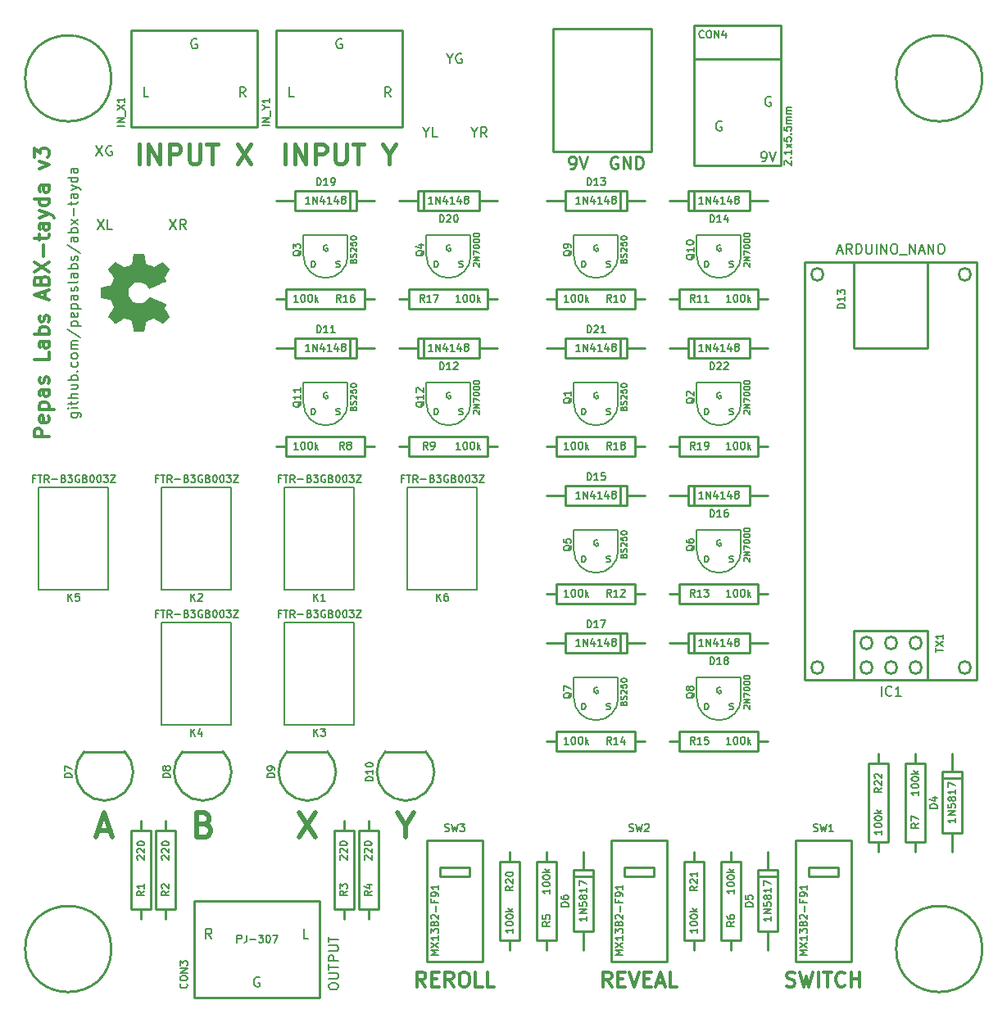
<source format=gto>
G04 (created by PCBNEW (2013-07-07 BZR 4022)-stable) date Sun 01 Nov 2020 01:09:18 PM CST*
%MOIN*%
G04 Gerber Fmt 3.4, Leading zero omitted, Abs format*
%FSLAX34Y34*%
G01*
G70*
G90*
G04 APERTURE LIST*
%ADD10C,0.00590551*%
%ADD11C,0.008*%
%ADD12C,0.012*%
%ADD13C,0.01*%
%ADD14C,0.02*%
%ADD15C,0.016*%
%ADD16C,0.0001*%
%ADD17C,0.006*%
%ADD18C,0.005*%
G04 APERTURE END LIST*
G54D10*
G54D11*
X33666Y-66761D02*
X33933Y-67161D01*
X33933Y-66761D02*
X33666Y-67161D01*
X34314Y-67161D02*
X34180Y-66971D01*
X34085Y-67161D02*
X34085Y-66761D01*
X34238Y-66761D01*
X34276Y-66780D01*
X34295Y-66800D01*
X34314Y-66838D01*
X34314Y-66895D01*
X34295Y-66933D01*
X34276Y-66952D01*
X34238Y-66971D01*
X34085Y-66971D01*
X30704Y-66761D02*
X30971Y-67161D01*
X30971Y-66761D02*
X30704Y-67161D01*
X31314Y-67161D02*
X31123Y-67161D01*
X31123Y-66761D01*
X30666Y-63761D02*
X30933Y-64161D01*
X30933Y-63761D02*
X30666Y-64161D01*
X31295Y-63780D02*
X31257Y-63761D01*
X31200Y-63761D01*
X31142Y-63780D01*
X31104Y-63819D01*
X31085Y-63857D01*
X31066Y-63933D01*
X31066Y-63990D01*
X31085Y-64066D01*
X31104Y-64104D01*
X31142Y-64142D01*
X31200Y-64161D01*
X31238Y-64161D01*
X31295Y-64142D01*
X31314Y-64123D01*
X31314Y-63990D01*
X31238Y-63990D01*
X46050Y-63221D02*
X46050Y-63411D01*
X45916Y-63011D02*
X46050Y-63221D01*
X46183Y-63011D01*
X46545Y-63411D02*
X46411Y-63221D01*
X46316Y-63411D02*
X46316Y-63011D01*
X46469Y-63011D01*
X46507Y-63030D01*
X46526Y-63050D01*
X46545Y-63088D01*
X46545Y-63145D01*
X46526Y-63183D01*
X46507Y-63202D01*
X46469Y-63221D01*
X46316Y-63221D01*
X44088Y-63221D02*
X44088Y-63411D01*
X43954Y-63011D02*
X44088Y-63221D01*
X44221Y-63011D01*
X44545Y-63411D02*
X44354Y-63411D01*
X44354Y-63011D01*
X45050Y-60221D02*
X45050Y-60411D01*
X44916Y-60011D02*
X45050Y-60221D01*
X45183Y-60011D01*
X45526Y-60030D02*
X45488Y-60011D01*
X45430Y-60011D01*
X45373Y-60030D01*
X45335Y-60069D01*
X45316Y-60107D01*
X45297Y-60183D01*
X45297Y-60240D01*
X45316Y-60316D01*
X45335Y-60354D01*
X45373Y-60392D01*
X45430Y-60411D01*
X45469Y-60411D01*
X45526Y-60392D01*
X45545Y-60373D01*
X45545Y-60240D01*
X45469Y-60240D01*
X56104Y-62780D02*
X56066Y-62761D01*
X56009Y-62761D01*
X55952Y-62780D01*
X55914Y-62819D01*
X55895Y-62857D01*
X55876Y-62933D01*
X55876Y-62990D01*
X55895Y-63066D01*
X55914Y-63104D01*
X55952Y-63142D01*
X56009Y-63161D01*
X56047Y-63161D01*
X56104Y-63142D01*
X56123Y-63123D01*
X56123Y-62990D01*
X56047Y-62990D01*
X58104Y-61780D02*
X58066Y-61761D01*
X58009Y-61761D01*
X57952Y-61780D01*
X57914Y-61819D01*
X57895Y-61857D01*
X57876Y-61933D01*
X57876Y-61990D01*
X57895Y-62066D01*
X57914Y-62104D01*
X57952Y-62142D01*
X58009Y-62161D01*
X58047Y-62161D01*
X58104Y-62142D01*
X58123Y-62123D01*
X58123Y-61990D01*
X58047Y-61990D01*
X57752Y-64411D02*
X57828Y-64411D01*
X57866Y-64392D01*
X57885Y-64373D01*
X57923Y-64316D01*
X57942Y-64240D01*
X57942Y-64088D01*
X57923Y-64050D01*
X57904Y-64030D01*
X57866Y-64011D01*
X57790Y-64011D01*
X57752Y-64030D01*
X57733Y-64050D01*
X57714Y-64088D01*
X57714Y-64183D01*
X57733Y-64221D01*
X57752Y-64240D01*
X57790Y-64259D01*
X57866Y-64259D01*
X57904Y-64240D01*
X57923Y-64221D01*
X57942Y-64183D01*
X58057Y-64011D02*
X58190Y-64411D01*
X58323Y-64011D01*
X37309Y-97615D02*
X37271Y-97596D01*
X37214Y-97596D01*
X37157Y-97615D01*
X37119Y-97653D01*
X37099Y-97691D01*
X37080Y-97767D01*
X37080Y-97825D01*
X37099Y-97901D01*
X37119Y-97939D01*
X37157Y-97977D01*
X37214Y-97996D01*
X37252Y-97996D01*
X37309Y-97977D01*
X37328Y-97958D01*
X37328Y-97825D01*
X37252Y-97825D01*
X35360Y-96028D02*
X35226Y-95837D01*
X35131Y-96028D02*
X35131Y-95628D01*
X35283Y-95628D01*
X35321Y-95647D01*
X35340Y-95666D01*
X35360Y-95704D01*
X35360Y-95761D01*
X35340Y-95799D01*
X35321Y-95818D01*
X35283Y-95837D01*
X35131Y-95837D01*
X39297Y-96028D02*
X39106Y-96028D01*
X39106Y-95628D01*
X40655Y-59426D02*
X40617Y-59407D01*
X40560Y-59407D01*
X40503Y-59426D01*
X40465Y-59464D01*
X40446Y-59502D01*
X40427Y-59579D01*
X40427Y-59636D01*
X40446Y-59712D01*
X40465Y-59750D01*
X40503Y-59788D01*
X40560Y-59807D01*
X40598Y-59807D01*
X40655Y-59788D01*
X40674Y-59769D01*
X40674Y-59636D01*
X40598Y-59636D01*
X42643Y-61776D02*
X42510Y-61585D01*
X42414Y-61776D02*
X42414Y-61376D01*
X42567Y-61376D01*
X42605Y-61395D01*
X42624Y-61414D01*
X42643Y-61452D01*
X42643Y-61509D01*
X42624Y-61547D01*
X42605Y-61566D01*
X42567Y-61585D01*
X42414Y-61585D01*
X38706Y-61776D02*
X38516Y-61776D01*
X38516Y-61376D01*
X34750Y-59426D02*
X34712Y-59407D01*
X34655Y-59407D01*
X34598Y-59426D01*
X34559Y-59464D01*
X34540Y-59502D01*
X34521Y-59579D01*
X34521Y-59636D01*
X34540Y-59712D01*
X34559Y-59750D01*
X34598Y-59788D01*
X34655Y-59807D01*
X34693Y-59807D01*
X34750Y-59788D01*
X34769Y-59769D01*
X34769Y-59636D01*
X34693Y-59636D01*
X36737Y-61776D02*
X36604Y-61585D01*
X36509Y-61776D02*
X36509Y-61376D01*
X36661Y-61376D01*
X36699Y-61395D01*
X36718Y-61414D01*
X36737Y-61452D01*
X36737Y-61509D01*
X36718Y-61547D01*
X36699Y-61566D01*
X36661Y-61585D01*
X36509Y-61585D01*
X32800Y-61776D02*
X32610Y-61776D01*
X32610Y-61376D01*
X29645Y-74635D02*
X29969Y-74635D01*
X30007Y-74654D01*
X30026Y-74673D01*
X30045Y-74711D01*
X30045Y-74769D01*
X30026Y-74807D01*
X29892Y-74635D02*
X29911Y-74673D01*
X29911Y-74749D01*
X29892Y-74788D01*
X29873Y-74807D01*
X29835Y-74826D01*
X29721Y-74826D01*
X29683Y-74807D01*
X29664Y-74788D01*
X29645Y-74749D01*
X29645Y-74673D01*
X29664Y-74635D01*
X29911Y-74445D02*
X29645Y-74445D01*
X29511Y-74445D02*
X29530Y-74464D01*
X29550Y-74445D01*
X29530Y-74426D01*
X29511Y-74445D01*
X29550Y-74445D01*
X29645Y-74311D02*
X29645Y-74159D01*
X29511Y-74254D02*
X29854Y-74254D01*
X29892Y-74235D01*
X29911Y-74197D01*
X29911Y-74159D01*
X29911Y-74026D02*
X29511Y-74026D01*
X29911Y-73854D02*
X29702Y-73854D01*
X29664Y-73873D01*
X29645Y-73911D01*
X29645Y-73969D01*
X29664Y-74007D01*
X29683Y-74026D01*
X29645Y-73492D02*
X29911Y-73492D01*
X29645Y-73664D02*
X29854Y-73664D01*
X29892Y-73645D01*
X29911Y-73607D01*
X29911Y-73549D01*
X29892Y-73511D01*
X29873Y-73492D01*
X29911Y-73302D02*
X29511Y-73302D01*
X29664Y-73302D02*
X29645Y-73264D01*
X29645Y-73188D01*
X29664Y-73149D01*
X29683Y-73130D01*
X29721Y-73111D01*
X29835Y-73111D01*
X29873Y-73130D01*
X29892Y-73149D01*
X29911Y-73188D01*
X29911Y-73264D01*
X29892Y-73302D01*
X29873Y-72940D02*
X29892Y-72921D01*
X29911Y-72940D01*
X29892Y-72959D01*
X29873Y-72940D01*
X29911Y-72940D01*
X29892Y-72578D02*
X29911Y-72616D01*
X29911Y-72692D01*
X29892Y-72730D01*
X29873Y-72749D01*
X29835Y-72769D01*
X29721Y-72769D01*
X29683Y-72749D01*
X29664Y-72730D01*
X29645Y-72692D01*
X29645Y-72616D01*
X29664Y-72578D01*
X29911Y-72349D02*
X29892Y-72388D01*
X29873Y-72407D01*
X29835Y-72426D01*
X29721Y-72426D01*
X29683Y-72407D01*
X29664Y-72388D01*
X29645Y-72349D01*
X29645Y-72292D01*
X29664Y-72254D01*
X29683Y-72235D01*
X29721Y-72216D01*
X29835Y-72216D01*
X29873Y-72235D01*
X29892Y-72254D01*
X29911Y-72292D01*
X29911Y-72349D01*
X29911Y-72045D02*
X29645Y-72045D01*
X29683Y-72045D02*
X29664Y-72026D01*
X29645Y-71988D01*
X29645Y-71930D01*
X29664Y-71892D01*
X29702Y-71873D01*
X29911Y-71873D01*
X29702Y-71873D02*
X29664Y-71854D01*
X29645Y-71816D01*
X29645Y-71759D01*
X29664Y-71721D01*
X29702Y-71702D01*
X29911Y-71702D01*
X29492Y-71226D02*
X30007Y-71569D01*
X29645Y-71092D02*
X30045Y-71092D01*
X29664Y-71092D02*
X29645Y-71054D01*
X29645Y-70978D01*
X29664Y-70940D01*
X29683Y-70921D01*
X29721Y-70902D01*
X29835Y-70902D01*
X29873Y-70921D01*
X29892Y-70940D01*
X29911Y-70978D01*
X29911Y-71054D01*
X29892Y-71092D01*
X29892Y-70578D02*
X29911Y-70616D01*
X29911Y-70692D01*
X29892Y-70730D01*
X29854Y-70749D01*
X29702Y-70749D01*
X29664Y-70730D01*
X29645Y-70692D01*
X29645Y-70616D01*
X29664Y-70578D01*
X29702Y-70559D01*
X29740Y-70559D01*
X29778Y-70749D01*
X29645Y-70388D02*
X30045Y-70388D01*
X29664Y-70388D02*
X29645Y-70349D01*
X29645Y-70273D01*
X29664Y-70235D01*
X29683Y-70216D01*
X29721Y-70197D01*
X29835Y-70197D01*
X29873Y-70216D01*
X29892Y-70235D01*
X29911Y-70273D01*
X29911Y-70349D01*
X29892Y-70388D01*
X29911Y-69854D02*
X29702Y-69854D01*
X29664Y-69873D01*
X29645Y-69911D01*
X29645Y-69988D01*
X29664Y-70026D01*
X29892Y-69854D02*
X29911Y-69892D01*
X29911Y-69988D01*
X29892Y-70026D01*
X29854Y-70045D01*
X29816Y-70045D01*
X29778Y-70026D01*
X29759Y-69988D01*
X29759Y-69892D01*
X29740Y-69854D01*
X29892Y-69683D02*
X29911Y-69645D01*
X29911Y-69569D01*
X29892Y-69530D01*
X29854Y-69511D01*
X29835Y-69511D01*
X29797Y-69530D01*
X29778Y-69569D01*
X29778Y-69626D01*
X29759Y-69664D01*
X29721Y-69683D01*
X29702Y-69683D01*
X29664Y-69664D01*
X29645Y-69626D01*
X29645Y-69569D01*
X29664Y-69530D01*
X29911Y-69283D02*
X29892Y-69321D01*
X29854Y-69340D01*
X29511Y-69340D01*
X29911Y-68959D02*
X29702Y-68959D01*
X29664Y-68978D01*
X29645Y-69016D01*
X29645Y-69092D01*
X29664Y-69130D01*
X29892Y-68959D02*
X29911Y-68997D01*
X29911Y-69092D01*
X29892Y-69130D01*
X29854Y-69149D01*
X29816Y-69149D01*
X29778Y-69130D01*
X29759Y-69092D01*
X29759Y-68997D01*
X29740Y-68959D01*
X29911Y-68769D02*
X29511Y-68769D01*
X29664Y-68769D02*
X29645Y-68730D01*
X29645Y-68654D01*
X29664Y-68616D01*
X29683Y-68597D01*
X29721Y-68578D01*
X29835Y-68578D01*
X29873Y-68597D01*
X29892Y-68616D01*
X29911Y-68654D01*
X29911Y-68730D01*
X29892Y-68769D01*
X29892Y-68426D02*
X29911Y-68388D01*
X29911Y-68311D01*
X29892Y-68273D01*
X29854Y-68254D01*
X29835Y-68254D01*
X29797Y-68273D01*
X29778Y-68311D01*
X29778Y-68369D01*
X29759Y-68407D01*
X29721Y-68426D01*
X29702Y-68426D01*
X29664Y-68407D01*
X29645Y-68369D01*
X29645Y-68311D01*
X29664Y-68273D01*
X29492Y-67797D02*
X30007Y-68140D01*
X29911Y-67492D02*
X29702Y-67492D01*
X29664Y-67511D01*
X29645Y-67550D01*
X29645Y-67626D01*
X29664Y-67664D01*
X29892Y-67492D02*
X29911Y-67530D01*
X29911Y-67626D01*
X29892Y-67664D01*
X29854Y-67683D01*
X29816Y-67683D01*
X29778Y-67664D01*
X29759Y-67626D01*
X29759Y-67530D01*
X29740Y-67492D01*
X29911Y-67302D02*
X29511Y-67302D01*
X29664Y-67302D02*
X29645Y-67264D01*
X29645Y-67188D01*
X29664Y-67150D01*
X29683Y-67130D01*
X29721Y-67111D01*
X29835Y-67111D01*
X29873Y-67130D01*
X29892Y-67150D01*
X29911Y-67188D01*
X29911Y-67264D01*
X29892Y-67302D01*
X29911Y-66978D02*
X29645Y-66769D01*
X29645Y-66978D02*
X29911Y-66769D01*
X29759Y-66616D02*
X29759Y-66311D01*
X29645Y-66178D02*
X29645Y-66026D01*
X29511Y-66121D02*
X29854Y-66121D01*
X29892Y-66102D01*
X29911Y-66064D01*
X29911Y-66026D01*
X29911Y-65721D02*
X29702Y-65721D01*
X29664Y-65740D01*
X29645Y-65778D01*
X29645Y-65854D01*
X29664Y-65892D01*
X29892Y-65721D02*
X29911Y-65759D01*
X29911Y-65854D01*
X29892Y-65892D01*
X29854Y-65911D01*
X29816Y-65911D01*
X29778Y-65892D01*
X29759Y-65854D01*
X29759Y-65759D01*
X29740Y-65721D01*
X29645Y-65569D02*
X29911Y-65473D01*
X29645Y-65378D02*
X29911Y-65473D01*
X30007Y-65511D01*
X30026Y-65530D01*
X30045Y-65569D01*
X29911Y-65054D02*
X29511Y-65054D01*
X29892Y-65054D02*
X29911Y-65092D01*
X29911Y-65169D01*
X29892Y-65207D01*
X29873Y-65226D01*
X29835Y-65245D01*
X29721Y-65245D01*
X29683Y-65226D01*
X29664Y-65207D01*
X29645Y-65169D01*
X29645Y-65092D01*
X29664Y-65054D01*
X29911Y-64692D02*
X29702Y-64692D01*
X29664Y-64711D01*
X29645Y-64750D01*
X29645Y-64826D01*
X29664Y-64864D01*
X29892Y-64692D02*
X29911Y-64730D01*
X29911Y-64826D01*
X29892Y-64864D01*
X29854Y-64883D01*
X29816Y-64883D01*
X29778Y-64864D01*
X29759Y-64826D01*
X29759Y-64730D01*
X29740Y-64692D01*
G54D12*
X28742Y-75607D02*
X28142Y-75607D01*
X28142Y-75378D01*
X28171Y-75321D01*
X28200Y-75292D01*
X28257Y-75264D01*
X28342Y-75264D01*
X28400Y-75292D01*
X28428Y-75321D01*
X28457Y-75378D01*
X28457Y-75607D01*
X28714Y-74778D02*
X28742Y-74835D01*
X28742Y-74950D01*
X28714Y-75007D01*
X28657Y-75035D01*
X28428Y-75035D01*
X28371Y-75007D01*
X28342Y-74950D01*
X28342Y-74835D01*
X28371Y-74778D01*
X28428Y-74750D01*
X28485Y-74750D01*
X28542Y-75035D01*
X28342Y-74492D02*
X28942Y-74492D01*
X28371Y-74492D02*
X28342Y-74435D01*
X28342Y-74321D01*
X28371Y-74264D01*
X28400Y-74235D01*
X28457Y-74207D01*
X28628Y-74207D01*
X28685Y-74235D01*
X28714Y-74264D01*
X28742Y-74321D01*
X28742Y-74435D01*
X28714Y-74492D01*
X28742Y-73692D02*
X28428Y-73692D01*
X28371Y-73721D01*
X28342Y-73778D01*
X28342Y-73892D01*
X28371Y-73950D01*
X28714Y-73692D02*
X28742Y-73750D01*
X28742Y-73892D01*
X28714Y-73950D01*
X28657Y-73978D01*
X28600Y-73978D01*
X28542Y-73950D01*
X28514Y-73892D01*
X28514Y-73750D01*
X28485Y-73692D01*
X28714Y-73435D02*
X28742Y-73378D01*
X28742Y-73264D01*
X28714Y-73207D01*
X28657Y-73178D01*
X28628Y-73178D01*
X28571Y-73207D01*
X28542Y-73264D01*
X28542Y-73350D01*
X28514Y-73407D01*
X28457Y-73435D01*
X28428Y-73435D01*
X28371Y-73407D01*
X28342Y-73350D01*
X28342Y-73264D01*
X28371Y-73207D01*
X28742Y-72178D02*
X28742Y-72464D01*
X28142Y-72464D01*
X28742Y-71721D02*
X28428Y-71721D01*
X28371Y-71750D01*
X28342Y-71807D01*
X28342Y-71921D01*
X28371Y-71978D01*
X28714Y-71721D02*
X28742Y-71778D01*
X28742Y-71921D01*
X28714Y-71978D01*
X28657Y-72007D01*
X28600Y-72007D01*
X28542Y-71978D01*
X28514Y-71921D01*
X28514Y-71778D01*
X28485Y-71721D01*
X28742Y-71435D02*
X28142Y-71435D01*
X28371Y-71435D02*
X28342Y-71378D01*
X28342Y-71264D01*
X28371Y-71207D01*
X28400Y-71178D01*
X28457Y-71150D01*
X28628Y-71150D01*
X28685Y-71178D01*
X28714Y-71207D01*
X28742Y-71264D01*
X28742Y-71378D01*
X28714Y-71435D01*
X28714Y-70921D02*
X28742Y-70864D01*
X28742Y-70750D01*
X28714Y-70692D01*
X28657Y-70664D01*
X28628Y-70664D01*
X28571Y-70692D01*
X28542Y-70750D01*
X28542Y-70835D01*
X28514Y-70892D01*
X28457Y-70921D01*
X28428Y-70921D01*
X28371Y-70892D01*
X28342Y-70835D01*
X28342Y-70750D01*
X28371Y-70692D01*
X28571Y-69978D02*
X28571Y-69692D01*
X28742Y-70035D02*
X28142Y-69835D01*
X28742Y-69635D01*
X28428Y-69235D02*
X28457Y-69150D01*
X28485Y-69121D01*
X28542Y-69092D01*
X28628Y-69092D01*
X28685Y-69121D01*
X28714Y-69150D01*
X28742Y-69207D01*
X28742Y-69435D01*
X28142Y-69435D01*
X28142Y-69235D01*
X28171Y-69178D01*
X28200Y-69150D01*
X28257Y-69121D01*
X28314Y-69121D01*
X28371Y-69150D01*
X28400Y-69178D01*
X28428Y-69235D01*
X28428Y-69435D01*
X28142Y-68892D02*
X28742Y-68492D01*
X28142Y-68492D02*
X28742Y-68892D01*
X28514Y-68264D02*
X28514Y-67807D01*
X28342Y-67607D02*
X28342Y-67378D01*
X28142Y-67521D02*
X28657Y-67521D01*
X28714Y-67492D01*
X28742Y-67435D01*
X28742Y-67378D01*
X28742Y-66921D02*
X28428Y-66921D01*
X28371Y-66950D01*
X28342Y-67007D01*
X28342Y-67121D01*
X28371Y-67178D01*
X28714Y-66921D02*
X28742Y-66978D01*
X28742Y-67121D01*
X28714Y-67178D01*
X28657Y-67207D01*
X28600Y-67207D01*
X28542Y-67178D01*
X28514Y-67121D01*
X28514Y-66978D01*
X28485Y-66921D01*
X28342Y-66692D02*
X28742Y-66550D01*
X28342Y-66407D02*
X28742Y-66550D01*
X28885Y-66607D01*
X28914Y-66635D01*
X28942Y-66692D01*
X28742Y-65921D02*
X28142Y-65921D01*
X28714Y-65921D02*
X28742Y-65978D01*
X28742Y-66092D01*
X28714Y-66150D01*
X28685Y-66178D01*
X28628Y-66207D01*
X28457Y-66207D01*
X28400Y-66178D01*
X28371Y-66150D01*
X28342Y-66092D01*
X28342Y-65978D01*
X28371Y-65921D01*
X28742Y-65378D02*
X28428Y-65378D01*
X28371Y-65407D01*
X28342Y-65464D01*
X28342Y-65578D01*
X28371Y-65635D01*
X28714Y-65378D02*
X28742Y-65435D01*
X28742Y-65578D01*
X28714Y-65635D01*
X28657Y-65664D01*
X28600Y-65664D01*
X28542Y-65635D01*
X28514Y-65578D01*
X28514Y-65435D01*
X28485Y-65378D01*
X28342Y-64692D02*
X28742Y-64550D01*
X28342Y-64407D01*
X28142Y-64235D02*
X28142Y-63864D01*
X28371Y-64064D01*
X28371Y-63978D01*
X28400Y-63921D01*
X28428Y-63892D01*
X28485Y-63864D01*
X28628Y-63864D01*
X28685Y-63892D01*
X28714Y-63921D01*
X28742Y-63978D01*
X28742Y-64150D01*
X28714Y-64207D01*
X28685Y-64235D01*
G54D13*
X51869Y-64226D02*
X51821Y-64202D01*
X51750Y-64202D01*
X51678Y-64226D01*
X51630Y-64273D01*
X51607Y-64321D01*
X51583Y-64416D01*
X51583Y-64488D01*
X51607Y-64583D01*
X51630Y-64630D01*
X51678Y-64678D01*
X51750Y-64702D01*
X51797Y-64702D01*
X51869Y-64678D01*
X51892Y-64654D01*
X51892Y-64488D01*
X51797Y-64488D01*
X52107Y-64702D02*
X52107Y-64202D01*
X52392Y-64702D01*
X52392Y-64202D01*
X52630Y-64702D02*
X52630Y-64202D01*
X52750Y-64202D01*
X52821Y-64226D01*
X52869Y-64273D01*
X52892Y-64321D01*
X52916Y-64416D01*
X52916Y-64488D01*
X52892Y-64583D01*
X52869Y-64630D01*
X52821Y-64678D01*
X52750Y-64702D01*
X52630Y-64702D01*
X49940Y-64702D02*
X50035Y-64702D01*
X50083Y-64678D01*
X50107Y-64654D01*
X50154Y-64583D01*
X50178Y-64488D01*
X50178Y-64297D01*
X50154Y-64250D01*
X50130Y-64226D01*
X50083Y-64202D01*
X49988Y-64202D01*
X49940Y-64226D01*
X49916Y-64250D01*
X49892Y-64297D01*
X49892Y-64416D01*
X49916Y-64464D01*
X49940Y-64488D01*
X49988Y-64511D01*
X50083Y-64511D01*
X50130Y-64488D01*
X50154Y-64464D01*
X50178Y-64416D01*
X50321Y-64202D02*
X50488Y-64702D01*
X50654Y-64202D01*
G54D14*
X43250Y-91428D02*
X43250Y-91904D01*
X42916Y-90904D02*
X43250Y-91428D01*
X43583Y-90904D01*
X38916Y-90904D02*
X39583Y-91904D01*
X39583Y-90904D02*
X38916Y-91904D01*
X35071Y-91380D02*
X35214Y-91428D01*
X35261Y-91476D01*
X35309Y-91571D01*
X35309Y-91714D01*
X35261Y-91809D01*
X35214Y-91857D01*
X35119Y-91904D01*
X34738Y-91904D01*
X34738Y-90904D01*
X35071Y-90904D01*
X35166Y-90952D01*
X35214Y-91000D01*
X35261Y-91095D01*
X35261Y-91190D01*
X35214Y-91285D01*
X35166Y-91333D01*
X35071Y-91380D01*
X34738Y-91380D01*
X30761Y-91619D02*
X31238Y-91619D01*
X30666Y-91904D02*
X31000Y-90904D01*
X31333Y-91904D01*
G54D15*
X38360Y-64497D02*
X38360Y-63697D01*
X38741Y-64497D02*
X38741Y-63697D01*
X39198Y-64497D01*
X39198Y-63697D01*
X39579Y-64497D02*
X39579Y-63697D01*
X39884Y-63697D01*
X39960Y-63735D01*
X39998Y-63773D01*
X40036Y-63849D01*
X40036Y-63963D01*
X39998Y-64039D01*
X39960Y-64077D01*
X39884Y-64116D01*
X39579Y-64116D01*
X40379Y-63697D02*
X40379Y-64344D01*
X40417Y-64420D01*
X40455Y-64458D01*
X40532Y-64497D01*
X40684Y-64497D01*
X40760Y-64458D01*
X40798Y-64420D01*
X40836Y-64344D01*
X40836Y-63697D01*
X41103Y-63697D02*
X41560Y-63697D01*
X41332Y-64497D02*
X41332Y-63697D01*
X42589Y-64116D02*
X42589Y-64497D01*
X42322Y-63697D02*
X42589Y-64116D01*
X42855Y-63697D01*
X32417Y-64497D02*
X32417Y-63697D01*
X32798Y-64497D02*
X32798Y-63697D01*
X33255Y-64497D01*
X33255Y-63697D01*
X33636Y-64497D02*
X33636Y-63697D01*
X33940Y-63697D01*
X34017Y-63735D01*
X34055Y-63773D01*
X34093Y-63849D01*
X34093Y-63963D01*
X34055Y-64039D01*
X34017Y-64077D01*
X33940Y-64116D01*
X33636Y-64116D01*
X34436Y-63697D02*
X34436Y-64344D01*
X34474Y-64420D01*
X34512Y-64458D01*
X34588Y-64497D01*
X34740Y-64497D01*
X34817Y-64458D01*
X34855Y-64420D01*
X34893Y-64344D01*
X34893Y-63697D01*
X35159Y-63697D02*
X35617Y-63697D01*
X35388Y-64497D02*
X35388Y-63697D01*
X36417Y-63697D02*
X36950Y-64497D01*
X36950Y-63697D02*
X36417Y-64497D01*
G54D11*
X40116Y-98009D02*
X40116Y-97932D01*
X40135Y-97894D01*
X40173Y-97856D01*
X40249Y-97837D01*
X40382Y-97837D01*
X40459Y-97856D01*
X40497Y-97894D01*
X40516Y-97932D01*
X40516Y-98009D01*
X40497Y-98047D01*
X40459Y-98085D01*
X40382Y-98104D01*
X40249Y-98104D01*
X40173Y-98085D01*
X40135Y-98047D01*
X40116Y-98009D01*
X40116Y-97666D02*
X40440Y-97666D01*
X40478Y-97647D01*
X40497Y-97628D01*
X40516Y-97590D01*
X40516Y-97513D01*
X40497Y-97475D01*
X40478Y-97456D01*
X40440Y-97437D01*
X40116Y-97437D01*
X40116Y-97304D02*
X40116Y-97075D01*
X40516Y-97190D02*
X40116Y-97190D01*
X40516Y-96942D02*
X40116Y-96942D01*
X40116Y-96790D01*
X40135Y-96752D01*
X40154Y-96732D01*
X40192Y-96713D01*
X40249Y-96713D01*
X40287Y-96732D01*
X40306Y-96752D01*
X40325Y-96790D01*
X40325Y-96942D01*
X40116Y-96542D02*
X40440Y-96542D01*
X40478Y-96523D01*
X40497Y-96504D01*
X40516Y-96466D01*
X40516Y-96390D01*
X40497Y-96352D01*
X40478Y-96332D01*
X40440Y-96313D01*
X40116Y-96313D01*
X40116Y-96180D02*
X40116Y-95952D01*
X40516Y-96066D02*
X40116Y-96066D01*
G54D13*
X58000Y-96500D02*
X58000Y-95750D01*
X58000Y-93250D02*
X58000Y-92500D01*
X57600Y-93500D02*
X58400Y-93500D01*
X58400Y-95750D02*
X58400Y-93250D01*
X57600Y-95750D02*
X58400Y-95750D01*
X57600Y-93250D02*
X58400Y-93250D01*
X57600Y-95750D02*
X57600Y-93250D01*
G54D10*
X51900Y-74250D02*
X51900Y-73400D01*
X51900Y-73400D02*
X50100Y-73400D01*
X50100Y-73400D02*
X50100Y-74250D01*
X50100Y-74250D02*
G75*
G03X51000Y-75150I900J0D01*
G74*
G01*
X51000Y-75150D02*
G75*
G03X51900Y-74250I0J900D01*
G74*
G01*
X45900Y-68250D02*
X45900Y-67400D01*
X45900Y-67400D02*
X44100Y-67400D01*
X44100Y-67400D02*
X44100Y-68250D01*
X44100Y-68250D02*
G75*
G03X45000Y-69150I900J0D01*
G74*
G01*
X45000Y-69150D02*
G75*
G03X45900Y-68250I0J900D01*
G74*
G01*
X56900Y-86250D02*
X56900Y-85400D01*
X56900Y-85400D02*
X55100Y-85400D01*
X55100Y-85400D02*
X55100Y-86250D01*
X55100Y-86250D02*
G75*
G03X56000Y-87150I900J0D01*
G74*
G01*
X56000Y-87150D02*
G75*
G03X56900Y-86250I0J900D01*
G74*
G01*
X56900Y-74250D02*
X56900Y-73400D01*
X56900Y-73400D02*
X55100Y-73400D01*
X55100Y-73400D02*
X55100Y-74250D01*
X55100Y-74250D02*
G75*
G03X56000Y-75150I900J0D01*
G74*
G01*
X56000Y-75150D02*
G75*
G03X56900Y-74250I0J900D01*
G74*
G01*
X40900Y-74250D02*
X40900Y-73400D01*
X40900Y-73400D02*
X39100Y-73400D01*
X39100Y-73400D02*
X39100Y-74250D01*
X39100Y-74250D02*
G75*
G03X40000Y-75150I900J0D01*
G74*
G01*
X40000Y-75150D02*
G75*
G03X40900Y-74250I0J900D01*
G74*
G01*
X51900Y-80250D02*
X51900Y-79400D01*
X51900Y-79400D02*
X50100Y-79400D01*
X50100Y-79400D02*
X50100Y-80250D01*
X50100Y-80250D02*
G75*
G03X51000Y-81150I900J0D01*
G74*
G01*
X51000Y-81150D02*
G75*
G03X51900Y-80250I0J900D01*
G74*
G01*
X56900Y-80250D02*
X56900Y-79400D01*
X56900Y-79400D02*
X55100Y-79400D01*
X55100Y-79400D02*
X55100Y-80250D01*
X55100Y-80250D02*
G75*
G03X56000Y-81150I900J0D01*
G74*
G01*
X56000Y-81150D02*
G75*
G03X56900Y-80250I0J900D01*
G74*
G01*
X56900Y-68250D02*
X56900Y-67400D01*
X56900Y-67400D02*
X55100Y-67400D01*
X55100Y-67400D02*
X55100Y-68250D01*
X55100Y-68250D02*
G75*
G03X56000Y-69150I900J0D01*
G74*
G01*
X56000Y-69150D02*
G75*
G03X56900Y-68250I0J900D01*
G74*
G01*
X51900Y-68250D02*
X51900Y-67400D01*
X51900Y-67400D02*
X50100Y-67400D01*
X50100Y-67400D02*
X50100Y-68250D01*
X50100Y-68250D02*
G75*
G03X51000Y-69150I900J0D01*
G74*
G01*
X51000Y-69150D02*
G75*
G03X51900Y-68250I0J900D01*
G74*
G01*
X45900Y-74250D02*
X45900Y-73400D01*
X45900Y-73400D02*
X44100Y-73400D01*
X44100Y-73400D02*
X44100Y-74250D01*
X44100Y-74250D02*
G75*
G03X45000Y-75150I900J0D01*
G74*
G01*
X45000Y-75150D02*
G75*
G03X45900Y-74250I0J900D01*
G74*
G01*
X40900Y-68250D02*
X40900Y-67400D01*
X40900Y-67400D02*
X39100Y-67400D01*
X39100Y-67400D02*
X39100Y-68250D01*
X39100Y-68250D02*
G75*
G03X40000Y-69150I900J0D01*
G74*
G01*
X40000Y-69150D02*
G75*
G03X40900Y-68250I0J900D01*
G74*
G01*
X51900Y-86250D02*
X51900Y-85400D01*
X51900Y-85400D02*
X50100Y-85400D01*
X50100Y-85400D02*
X50100Y-86250D01*
X50100Y-86250D02*
G75*
G03X51000Y-87150I900J0D01*
G74*
G01*
X51000Y-87150D02*
G75*
G03X51900Y-86250I0J900D01*
G74*
G01*
G54D13*
X39763Y-98425D02*
X39763Y-94488D01*
X34645Y-98425D02*
X34645Y-94488D01*
X34645Y-98425D02*
X39763Y-98425D01*
X34645Y-94488D02*
X39763Y-94488D01*
X54000Y-76000D02*
X54400Y-76000D01*
X54400Y-76000D02*
X54400Y-75600D01*
X54400Y-75600D02*
X57600Y-75600D01*
X57600Y-75600D02*
X57600Y-76400D01*
X57600Y-76400D02*
X54400Y-76400D01*
X54400Y-76400D02*
X54400Y-76000D01*
X58000Y-76000D02*
X57600Y-76000D01*
X42000Y-70000D02*
X41600Y-70000D01*
X41600Y-70000D02*
X41600Y-70400D01*
X41600Y-70400D02*
X38400Y-70400D01*
X38400Y-70400D02*
X38400Y-69600D01*
X38400Y-69600D02*
X41600Y-69600D01*
X41600Y-69600D02*
X41600Y-70000D01*
X38000Y-70000D02*
X38400Y-70000D01*
X53000Y-76000D02*
X52600Y-76000D01*
X52600Y-76000D02*
X52600Y-76400D01*
X52600Y-76400D02*
X49400Y-76400D01*
X49400Y-76400D02*
X49400Y-75600D01*
X49400Y-75600D02*
X52600Y-75600D01*
X52600Y-75600D02*
X52600Y-76000D01*
X49000Y-76000D02*
X49400Y-76000D01*
X53000Y-82000D02*
X52600Y-82000D01*
X52600Y-82000D02*
X52600Y-82400D01*
X52600Y-82400D02*
X49400Y-82400D01*
X49400Y-82400D02*
X49400Y-81600D01*
X49400Y-81600D02*
X52600Y-81600D01*
X52600Y-81600D02*
X52600Y-82000D01*
X49000Y-82000D02*
X49400Y-82000D01*
X43000Y-70000D02*
X43400Y-70000D01*
X43400Y-70000D02*
X43400Y-69600D01*
X43400Y-69600D02*
X46600Y-69600D01*
X46600Y-69600D02*
X46600Y-70400D01*
X46600Y-70400D02*
X43400Y-70400D01*
X43400Y-70400D02*
X43400Y-70000D01*
X47000Y-70000D02*
X46600Y-70000D01*
X43000Y-76000D02*
X43400Y-76000D01*
X43400Y-76000D02*
X43400Y-75600D01*
X43400Y-75600D02*
X46600Y-75600D01*
X46600Y-75600D02*
X46600Y-76400D01*
X46600Y-76400D02*
X43400Y-76400D01*
X43400Y-76400D02*
X43400Y-76000D01*
X47000Y-76000D02*
X46600Y-76000D01*
X54000Y-82000D02*
X54400Y-82000D01*
X54400Y-82000D02*
X54400Y-81600D01*
X54400Y-81600D02*
X57600Y-81600D01*
X57600Y-81600D02*
X57600Y-82400D01*
X57600Y-82400D02*
X54400Y-82400D01*
X54400Y-82400D02*
X54400Y-82000D01*
X58000Y-82000D02*
X57600Y-82000D01*
X53000Y-88000D02*
X52600Y-88000D01*
X52600Y-88000D02*
X52600Y-88400D01*
X52600Y-88400D02*
X49400Y-88400D01*
X49400Y-88400D02*
X49400Y-87600D01*
X49400Y-87600D02*
X52600Y-87600D01*
X52600Y-87600D02*
X52600Y-88000D01*
X49000Y-88000D02*
X49400Y-88000D01*
X54000Y-88000D02*
X54400Y-88000D01*
X54400Y-88000D02*
X54400Y-87600D01*
X54400Y-87600D02*
X57600Y-87600D01*
X57600Y-87600D02*
X57600Y-88400D01*
X57600Y-88400D02*
X54400Y-88400D01*
X54400Y-88400D02*
X54400Y-88000D01*
X58000Y-88000D02*
X57600Y-88000D01*
X53000Y-70000D02*
X52600Y-70000D01*
X52600Y-70000D02*
X52600Y-70400D01*
X52600Y-70400D02*
X49400Y-70400D01*
X49400Y-70400D02*
X49400Y-69600D01*
X49400Y-69600D02*
X52600Y-69600D01*
X52600Y-69600D02*
X52600Y-70000D01*
X49000Y-70000D02*
X49400Y-70000D01*
X54000Y-70000D02*
X54400Y-70000D01*
X54400Y-70000D02*
X54400Y-69600D01*
X54400Y-69600D02*
X57600Y-69600D01*
X57600Y-69600D02*
X57600Y-70400D01*
X57600Y-70400D02*
X54400Y-70400D01*
X54400Y-70400D02*
X54400Y-70000D01*
X58000Y-70000D02*
X57600Y-70000D01*
X42000Y-76000D02*
X41600Y-76000D01*
X41600Y-76000D02*
X41600Y-76400D01*
X41600Y-76400D02*
X38400Y-76400D01*
X38400Y-76400D02*
X38400Y-75600D01*
X38400Y-75600D02*
X41600Y-75600D01*
X41600Y-75600D02*
X41600Y-76000D01*
X38000Y-76000D02*
X38400Y-76000D01*
X49000Y-96500D02*
X49000Y-96100D01*
X49000Y-96100D02*
X48600Y-96100D01*
X48600Y-96100D02*
X48600Y-92900D01*
X48600Y-92900D02*
X49400Y-92900D01*
X49400Y-92900D02*
X49400Y-96100D01*
X49400Y-96100D02*
X49000Y-96100D01*
X49000Y-92500D02*
X49000Y-92900D01*
X56500Y-96500D02*
X56500Y-96100D01*
X56500Y-96100D02*
X56100Y-96100D01*
X56100Y-96100D02*
X56100Y-92900D01*
X56100Y-92900D02*
X56900Y-92900D01*
X56900Y-92900D02*
X56900Y-96100D01*
X56900Y-96100D02*
X56500Y-96100D01*
X56500Y-92500D02*
X56500Y-92900D01*
X64000Y-92500D02*
X64000Y-92100D01*
X64000Y-92100D02*
X63600Y-92100D01*
X63600Y-92100D02*
X63600Y-88900D01*
X63600Y-88900D02*
X64400Y-88900D01*
X64400Y-88900D02*
X64400Y-92100D01*
X64400Y-92100D02*
X64000Y-92100D01*
X64000Y-88500D02*
X64000Y-88900D01*
X40750Y-95250D02*
X40750Y-94850D01*
X40750Y-94850D02*
X40350Y-94850D01*
X40350Y-94850D02*
X40350Y-91650D01*
X40350Y-91650D02*
X41150Y-91650D01*
X41150Y-91650D02*
X41150Y-94850D01*
X41150Y-94850D02*
X40750Y-94850D01*
X40750Y-91250D02*
X40750Y-91650D01*
X41750Y-95250D02*
X41750Y-94850D01*
X41750Y-94850D02*
X41350Y-94850D01*
X41350Y-94850D02*
X41350Y-91650D01*
X41350Y-91650D02*
X42150Y-91650D01*
X42150Y-91650D02*
X42150Y-94850D01*
X42150Y-94850D02*
X41750Y-94850D01*
X41750Y-91250D02*
X41750Y-91650D01*
X33500Y-95250D02*
X33500Y-94850D01*
X33500Y-94850D02*
X33100Y-94850D01*
X33100Y-94850D02*
X33100Y-91650D01*
X33100Y-91650D02*
X33900Y-91650D01*
X33900Y-91650D02*
X33900Y-94850D01*
X33900Y-94850D02*
X33500Y-94850D01*
X33500Y-91250D02*
X33500Y-91650D01*
X32500Y-95250D02*
X32500Y-94850D01*
X32500Y-94850D02*
X32100Y-94850D01*
X32100Y-94850D02*
X32100Y-91650D01*
X32100Y-91650D02*
X32900Y-91650D01*
X32900Y-91650D02*
X32900Y-94850D01*
X32900Y-94850D02*
X32500Y-94850D01*
X32500Y-91250D02*
X32500Y-91650D01*
X34173Y-88423D02*
X35826Y-88423D01*
X35826Y-90076D02*
G75*
G03X35826Y-88423I-826J826D01*
G74*
G01*
X34173Y-90076D02*
G75*
G03X35826Y-90076I826J826D01*
G74*
G01*
X34173Y-88423D02*
G75*
G03X34173Y-90076I826J-826D01*
G74*
G01*
X38423Y-88423D02*
X40076Y-88423D01*
X40076Y-90076D02*
G75*
G03X40076Y-88423I-826J826D01*
G74*
G01*
X38423Y-90076D02*
G75*
G03X40076Y-90076I826J826D01*
G74*
G01*
X38423Y-88423D02*
G75*
G03X38423Y-90076I826J-826D01*
G74*
G01*
X42423Y-88423D02*
X44076Y-88423D01*
X44076Y-90076D02*
G75*
G03X44076Y-88423I-826J826D01*
G74*
G01*
X42423Y-90076D02*
G75*
G03X44076Y-90076I826J826D01*
G74*
G01*
X42423Y-88423D02*
G75*
G03X42423Y-90076I826J-826D01*
G74*
G01*
X30173Y-88423D02*
X31826Y-88423D01*
X31826Y-90076D02*
G75*
G03X31826Y-88423I-826J826D01*
G74*
G01*
X30173Y-90076D02*
G75*
G03X31826Y-90076I826J826D01*
G74*
G01*
X30173Y-88423D02*
G75*
G03X30173Y-90076I826J-826D01*
G74*
G01*
X65500Y-92500D02*
X65500Y-91750D01*
X65500Y-89250D02*
X65500Y-88500D01*
X65100Y-89500D02*
X65900Y-89500D01*
X65900Y-91750D02*
X65900Y-89250D01*
X65100Y-91750D02*
X65900Y-91750D01*
X65100Y-89250D02*
X65900Y-89250D01*
X65100Y-91750D02*
X65100Y-89250D01*
X50500Y-96500D02*
X50500Y-95750D01*
X50500Y-93250D02*
X50500Y-92500D01*
X50100Y-93500D02*
X50900Y-93500D01*
X50900Y-95750D02*
X50900Y-93250D01*
X50100Y-95750D02*
X50900Y-95750D01*
X50100Y-93250D02*
X50900Y-93250D01*
X50100Y-95750D02*
X50100Y-93250D01*
X38000Y-72000D02*
X38750Y-72000D01*
X41250Y-72000D02*
X42000Y-72000D01*
X41000Y-71600D02*
X41000Y-72400D01*
X38750Y-72400D02*
X41250Y-72400D01*
X38750Y-71600D02*
X38750Y-72400D01*
X41250Y-71600D02*
X41250Y-72400D01*
X38750Y-71600D02*
X41250Y-71600D01*
X47000Y-72000D02*
X46250Y-72000D01*
X43750Y-72000D02*
X43000Y-72000D01*
X44000Y-72400D02*
X44000Y-71600D01*
X46250Y-71600D02*
X43750Y-71600D01*
X46250Y-72400D02*
X46250Y-71600D01*
X43750Y-72400D02*
X43750Y-71600D01*
X46250Y-72400D02*
X43750Y-72400D01*
X58000Y-66000D02*
X57250Y-66000D01*
X54750Y-66000D02*
X54000Y-66000D01*
X55000Y-66400D02*
X55000Y-65600D01*
X57250Y-65600D02*
X54750Y-65600D01*
X57250Y-66400D02*
X57250Y-65600D01*
X54750Y-66400D02*
X54750Y-65600D01*
X57250Y-66400D02*
X54750Y-66400D01*
X49000Y-66000D02*
X49750Y-66000D01*
X52250Y-66000D02*
X53000Y-66000D01*
X52000Y-65600D02*
X52000Y-66400D01*
X49750Y-66400D02*
X52250Y-66400D01*
X49750Y-65600D02*
X49750Y-66400D01*
X52250Y-65600D02*
X52250Y-66400D01*
X49750Y-65600D02*
X52250Y-65600D01*
X47000Y-66000D02*
X46250Y-66000D01*
X43750Y-66000D02*
X43000Y-66000D01*
X44000Y-66400D02*
X44000Y-65600D01*
X46250Y-65600D02*
X43750Y-65600D01*
X46250Y-66400D02*
X46250Y-65600D01*
X43750Y-66400D02*
X43750Y-65600D01*
X46250Y-66400D02*
X43750Y-66400D01*
X38000Y-66000D02*
X38750Y-66000D01*
X41250Y-66000D02*
X42000Y-66000D01*
X41000Y-65600D02*
X41000Y-66400D01*
X38750Y-66400D02*
X41250Y-66400D01*
X38750Y-65600D02*
X38750Y-66400D01*
X41250Y-65600D02*
X41250Y-66400D01*
X38750Y-65600D02*
X41250Y-65600D01*
X49000Y-84000D02*
X49750Y-84000D01*
X52250Y-84000D02*
X53000Y-84000D01*
X52000Y-83600D02*
X52000Y-84400D01*
X49750Y-84400D02*
X52250Y-84400D01*
X49750Y-83600D02*
X49750Y-84400D01*
X52250Y-83600D02*
X52250Y-84400D01*
X49750Y-83600D02*
X52250Y-83600D01*
X58000Y-84000D02*
X57250Y-84000D01*
X54750Y-84000D02*
X54000Y-84000D01*
X55000Y-84400D02*
X55000Y-83600D01*
X57250Y-83600D02*
X54750Y-83600D01*
X57250Y-84400D02*
X57250Y-83600D01*
X54750Y-84400D02*
X54750Y-83600D01*
X57250Y-84400D02*
X54750Y-84400D01*
X58000Y-72000D02*
X57250Y-72000D01*
X54750Y-72000D02*
X54000Y-72000D01*
X55000Y-72400D02*
X55000Y-71600D01*
X57250Y-71600D02*
X54750Y-71600D01*
X57250Y-72400D02*
X57250Y-71600D01*
X54750Y-72400D02*
X54750Y-71600D01*
X57250Y-72400D02*
X54750Y-72400D01*
X49000Y-72000D02*
X49750Y-72000D01*
X52250Y-72000D02*
X53000Y-72000D01*
X52000Y-71600D02*
X52000Y-72400D01*
X49750Y-72400D02*
X52250Y-72400D01*
X49750Y-71600D02*
X49750Y-72400D01*
X52250Y-71600D02*
X52250Y-72400D01*
X49750Y-71600D02*
X52250Y-71600D01*
X49000Y-78000D02*
X49750Y-78000D01*
X52250Y-78000D02*
X53000Y-78000D01*
X52000Y-77600D02*
X52000Y-78400D01*
X49750Y-78400D02*
X52250Y-78400D01*
X49750Y-77600D02*
X49750Y-78400D01*
X52250Y-77600D02*
X52250Y-78400D01*
X49750Y-77600D02*
X52250Y-77600D01*
X58000Y-78000D02*
X57250Y-78000D01*
X54750Y-78000D02*
X54000Y-78000D01*
X55000Y-78400D02*
X55000Y-77600D01*
X57250Y-77600D02*
X54750Y-77600D01*
X57250Y-78400D02*
X57250Y-77600D01*
X54750Y-78400D02*
X54750Y-77600D01*
X57250Y-78400D02*
X54750Y-78400D01*
X66250Y-69000D02*
G75*
G03X66250Y-69000I-250J0D01*
G74*
G01*
X60250Y-69000D02*
G75*
G03X60250Y-69000I-250J0D01*
G74*
G01*
X66250Y-85000D02*
G75*
G03X66250Y-85000I-250J0D01*
G74*
G01*
X60250Y-85000D02*
G75*
G03X60250Y-85000I-250J0D01*
G74*
G01*
X66500Y-85500D02*
X66500Y-68500D01*
X59500Y-68500D02*
X59500Y-85500D01*
X61500Y-85500D02*
X61500Y-83500D01*
X61500Y-83500D02*
X64500Y-83500D01*
X64500Y-83500D02*
X64500Y-85500D01*
X62250Y-84000D02*
G75*
G03X62250Y-84000I-250J0D01*
G74*
G01*
X62250Y-85000D02*
G75*
G03X62250Y-85000I-250J0D01*
G74*
G01*
X63250Y-84000D02*
G75*
G03X63250Y-84000I-250J0D01*
G74*
G01*
X64250Y-84000D02*
G75*
G03X64250Y-84000I-250J0D01*
G74*
G01*
X64250Y-85000D02*
G75*
G03X64250Y-85000I-250J0D01*
G74*
G01*
X63250Y-85000D02*
G75*
G03X63250Y-85000I-250J0D01*
G74*
G01*
X64500Y-68500D02*
X64500Y-72000D01*
X64500Y-72000D02*
X61500Y-72000D01*
X61500Y-72000D02*
X61500Y-68500D01*
X59500Y-85500D02*
X66500Y-85500D01*
X66500Y-68500D02*
X59500Y-68500D01*
X31277Y-61023D02*
G75*
G03X31277Y-61023I-1750J0D01*
G74*
G01*
X66710Y-61023D02*
G75*
G03X66710Y-61023I-1750J0D01*
G74*
G01*
X66710Y-96456D02*
G75*
G03X66710Y-96456I-1750J0D01*
G74*
G01*
X31277Y-96456D02*
G75*
G03X31277Y-96456I-1750J0D01*
G74*
G01*
X59659Y-93122D02*
X60840Y-93122D01*
X60840Y-93122D02*
X60840Y-93515D01*
X60840Y-93515D02*
X59659Y-93515D01*
X59659Y-93515D02*
X59659Y-93122D01*
X59108Y-92019D02*
X61391Y-92019D01*
X61391Y-92019D02*
X61391Y-96980D01*
X61391Y-96980D02*
X59108Y-96980D01*
X59108Y-96980D02*
X59108Y-92019D01*
X52159Y-93122D02*
X53340Y-93122D01*
X53340Y-93122D02*
X53340Y-93515D01*
X53340Y-93515D02*
X52159Y-93515D01*
X52159Y-93515D02*
X52159Y-93122D01*
X51608Y-92019D02*
X53891Y-92019D01*
X53891Y-92019D02*
X53891Y-96980D01*
X53891Y-96980D02*
X51608Y-96980D01*
X51608Y-96980D02*
X51608Y-92019D01*
X44659Y-93122D02*
X45840Y-93122D01*
X45840Y-93122D02*
X45840Y-93515D01*
X45840Y-93515D02*
X44659Y-93515D01*
X44659Y-93515D02*
X44659Y-93122D01*
X44108Y-92019D02*
X46391Y-92019D01*
X46391Y-92019D02*
X46391Y-96980D01*
X46391Y-96980D02*
X44108Y-96980D01*
X44108Y-96980D02*
X44108Y-92019D01*
X58522Y-60235D02*
X54978Y-60235D01*
X58522Y-58857D02*
X54978Y-58857D01*
X54978Y-58857D02*
X54978Y-64566D01*
X54978Y-64566D02*
X58522Y-64566D01*
X58522Y-64566D02*
X58522Y-58857D01*
X49250Y-59000D02*
X53250Y-59000D01*
X53250Y-59000D02*
X53250Y-64000D01*
X53250Y-64000D02*
X49250Y-64000D01*
X49250Y-64000D02*
X49250Y-59000D01*
G54D16*
G36*
X33664Y-70704D02*
X33656Y-70688D01*
X33633Y-70651D01*
X33598Y-70598D01*
X33557Y-70536D01*
X33514Y-70474D01*
X33480Y-70423D01*
X33457Y-70387D01*
X33449Y-70372D01*
X33451Y-70364D01*
X33466Y-70334D01*
X33488Y-70291D01*
X33501Y-70266D01*
X33518Y-70227D01*
X33522Y-70207D01*
X33516Y-70204D01*
X33486Y-70189D01*
X33434Y-70167D01*
X33366Y-70137D01*
X33286Y-70103D01*
X33200Y-70066D01*
X33112Y-70030D01*
X33028Y-69995D01*
X32953Y-69964D01*
X32892Y-69939D01*
X32849Y-69923D01*
X32831Y-69917D01*
X32827Y-69919D01*
X32808Y-69939D01*
X32782Y-69973D01*
X32721Y-70048D01*
X32629Y-70121D01*
X32525Y-70166D01*
X32409Y-70181D01*
X32302Y-70168D01*
X32199Y-70126D01*
X32106Y-70054D01*
X32037Y-69967D01*
X31993Y-69865D01*
X31979Y-69750D01*
X31991Y-69640D01*
X32033Y-69535D01*
X32104Y-69442D01*
X32149Y-69403D01*
X32243Y-69349D01*
X32344Y-69318D01*
X32369Y-69315D01*
X32480Y-69319D01*
X32586Y-69352D01*
X32681Y-69410D01*
X32758Y-69491D01*
X32766Y-69502D01*
X32794Y-69539D01*
X32813Y-69564D01*
X32829Y-69584D01*
X33168Y-69443D01*
X33222Y-69421D01*
X33315Y-69382D01*
X33395Y-69348D01*
X33458Y-69321D01*
X33501Y-69302D01*
X33518Y-69294D01*
X33519Y-69293D01*
X33521Y-69281D01*
X33511Y-69255D01*
X33488Y-69208D01*
X33472Y-69176D01*
X33455Y-69140D01*
X33449Y-69124D01*
X33456Y-69110D01*
X33479Y-69076D01*
X33512Y-69025D01*
X33553Y-68965D01*
X33593Y-68907D01*
X33628Y-68854D01*
X33652Y-68815D01*
X33663Y-68796D01*
X33663Y-68793D01*
X33653Y-68777D01*
X33628Y-68746D01*
X33584Y-68700D01*
X33520Y-68635D01*
X33510Y-68625D01*
X33455Y-68571D01*
X33409Y-68527D01*
X33377Y-68498D01*
X33362Y-68488D01*
X33362Y-68488D01*
X33343Y-68497D01*
X33305Y-68522D01*
X33251Y-68557D01*
X33188Y-68600D01*
X33025Y-68712D01*
X32871Y-68650D01*
X32824Y-68631D01*
X32767Y-68607D01*
X32726Y-68590D01*
X32708Y-68580D01*
X32702Y-68564D01*
X32692Y-68521D01*
X32679Y-68460D01*
X32666Y-68388D01*
X32653Y-68318D01*
X32641Y-68255D01*
X32632Y-68210D01*
X32628Y-68190D01*
X32625Y-68185D01*
X32615Y-68181D01*
X32594Y-68178D01*
X32556Y-68177D01*
X32496Y-68176D01*
X32409Y-68176D01*
X32400Y-68176D01*
X32317Y-68177D01*
X32251Y-68178D01*
X32208Y-68180D01*
X32191Y-68183D01*
X32191Y-68183D01*
X32186Y-68203D01*
X32177Y-68247D01*
X32164Y-68310D01*
X32150Y-68385D01*
X32149Y-68389D01*
X32135Y-68464D01*
X32122Y-68526D01*
X32112Y-68570D01*
X32106Y-68588D01*
X32101Y-68592D01*
X32072Y-68607D01*
X32026Y-68629D01*
X31969Y-68653D01*
X31911Y-68678D01*
X31858Y-68699D01*
X31819Y-68713D01*
X31801Y-68717D01*
X31801Y-68717D01*
X31783Y-68706D01*
X31744Y-68680D01*
X31691Y-68644D01*
X31627Y-68600D01*
X31622Y-68597D01*
X31559Y-68554D01*
X31506Y-68519D01*
X31468Y-68496D01*
X31451Y-68488D01*
X31450Y-68488D01*
X31431Y-68502D01*
X31396Y-68534D01*
X31348Y-68580D01*
X31292Y-68635D01*
X31275Y-68653D01*
X31215Y-68714D01*
X31176Y-68756D01*
X31155Y-68783D01*
X31150Y-68796D01*
X31151Y-68796D01*
X31162Y-68815D01*
X31188Y-68855D01*
X31225Y-68909D01*
X31268Y-68973D01*
X31271Y-68977D01*
X31314Y-69040D01*
X31349Y-69092D01*
X31374Y-69130D01*
X31384Y-69146D01*
X31384Y-69149D01*
X31376Y-69174D01*
X31361Y-69219D01*
X31339Y-69274D01*
X31316Y-69332D01*
X31294Y-69385D01*
X31275Y-69425D01*
X31265Y-69444D01*
X31264Y-69444D01*
X31241Y-69451D01*
X31194Y-69462D01*
X31129Y-69475D01*
X31052Y-69490D01*
X31040Y-69492D01*
X30965Y-69506D01*
X30903Y-69518D01*
X30860Y-69527D01*
X30842Y-69532D01*
X30840Y-69542D01*
X30837Y-69579D01*
X30836Y-69635D01*
X30835Y-69703D01*
X30836Y-69774D01*
X30837Y-69843D01*
X30839Y-69903D01*
X30842Y-69945D01*
X30846Y-69963D01*
X30847Y-69964D01*
X30870Y-69970D01*
X30917Y-69980D01*
X30982Y-69994D01*
X31060Y-70009D01*
X31073Y-70011D01*
X31148Y-70025D01*
X31209Y-70038D01*
X31252Y-70047D01*
X31268Y-70052D01*
X31272Y-70058D01*
X31285Y-70089D01*
X31306Y-70139D01*
X31331Y-70202D01*
X31390Y-70346D01*
X31268Y-70522D01*
X31257Y-70539D01*
X31214Y-70602D01*
X31179Y-70655D01*
X31156Y-70691D01*
X31147Y-70706D01*
X31148Y-70707D01*
X31163Y-70725D01*
X31196Y-70760D01*
X31243Y-70808D01*
X31298Y-70863D01*
X31339Y-70904D01*
X31389Y-70953D01*
X31422Y-70984D01*
X31444Y-71001D01*
X31457Y-71007D01*
X31465Y-71005D01*
X31483Y-70994D01*
X31522Y-70968D01*
X31576Y-70932D01*
X31638Y-70889D01*
X31691Y-70853D01*
X31750Y-70815D01*
X31792Y-70790D01*
X31813Y-70781D01*
X31822Y-70783D01*
X31856Y-70796D01*
X31909Y-70817D01*
X31971Y-70843D01*
X32111Y-70905D01*
X32128Y-70997D01*
X32139Y-71052D01*
X32154Y-71130D01*
X32168Y-71204D01*
X32191Y-71320D01*
X32617Y-71324D01*
X32625Y-71306D01*
X32630Y-71289D01*
X32639Y-71246D01*
X32651Y-71185D01*
X32665Y-71112D01*
X32677Y-71051D01*
X32688Y-70988D01*
X32697Y-70944D01*
X32701Y-70924D01*
X32708Y-70919D01*
X32738Y-70903D01*
X32786Y-70881D01*
X32844Y-70857D01*
X32903Y-70832D01*
X32958Y-70810D01*
X33000Y-70794D01*
X33022Y-70789D01*
X33039Y-70797D01*
X33075Y-70821D01*
X33127Y-70855D01*
X33189Y-70897D01*
X33251Y-70940D01*
X33304Y-70975D01*
X33342Y-71000D01*
X33359Y-71010D01*
X33371Y-71005D01*
X33401Y-70981D01*
X33449Y-70934D01*
X33518Y-70865D01*
X33529Y-70853D01*
X33582Y-70798D01*
X33625Y-70751D01*
X33654Y-70719D01*
X33664Y-70704D01*
X33664Y-70704D01*
G37*
G54D13*
X47500Y-92500D02*
X47500Y-92900D01*
X47500Y-92900D02*
X47900Y-92900D01*
X47900Y-92900D02*
X47900Y-96100D01*
X47900Y-96100D02*
X47100Y-96100D01*
X47100Y-96100D02*
X47100Y-92900D01*
X47100Y-92900D02*
X47500Y-92900D01*
X47500Y-96500D02*
X47500Y-96100D01*
X55000Y-92500D02*
X55000Y-92900D01*
X55000Y-92900D02*
X55400Y-92900D01*
X55400Y-92900D02*
X55400Y-96100D01*
X55400Y-96100D02*
X54600Y-96100D01*
X54600Y-96100D02*
X54600Y-92900D01*
X54600Y-92900D02*
X55000Y-92900D01*
X55000Y-96500D02*
X55000Y-96100D01*
X62500Y-88500D02*
X62500Y-88900D01*
X62500Y-88900D02*
X62900Y-88900D01*
X62900Y-88900D02*
X62900Y-92100D01*
X62900Y-92100D02*
X62100Y-92100D01*
X62100Y-92100D02*
X62100Y-88900D01*
X62100Y-88900D02*
X62500Y-88900D01*
X62500Y-92500D02*
X62500Y-92100D01*
G54D10*
X34750Y-87350D02*
X33332Y-87350D01*
X33332Y-87350D02*
X33332Y-83177D01*
X33332Y-83177D02*
X36167Y-83177D01*
X36167Y-83177D02*
X36167Y-87350D01*
X36167Y-87350D02*
X34750Y-87350D01*
X39750Y-87350D02*
X38332Y-87350D01*
X38332Y-87350D02*
X38332Y-83177D01*
X38332Y-83177D02*
X41167Y-83177D01*
X41167Y-83177D02*
X41167Y-87350D01*
X41167Y-87350D02*
X39750Y-87350D01*
X44750Y-81850D02*
X43332Y-81850D01*
X43332Y-81850D02*
X43332Y-77677D01*
X43332Y-77677D02*
X46167Y-77677D01*
X46167Y-77677D02*
X46167Y-81850D01*
X46167Y-81850D02*
X44750Y-81850D01*
X39750Y-81850D02*
X38332Y-81850D01*
X38332Y-81850D02*
X38332Y-77677D01*
X38332Y-77677D02*
X41167Y-77677D01*
X41167Y-77677D02*
X41167Y-81850D01*
X41167Y-81850D02*
X39750Y-81850D01*
X34750Y-81850D02*
X33332Y-81850D01*
X33332Y-81850D02*
X33332Y-77677D01*
X33332Y-77677D02*
X36167Y-77677D01*
X36167Y-77677D02*
X36167Y-81850D01*
X36167Y-81850D02*
X34750Y-81850D01*
X29750Y-81850D02*
X28332Y-81850D01*
X28332Y-81850D02*
X28332Y-77677D01*
X28332Y-77677D02*
X31167Y-77677D01*
X31167Y-77677D02*
X31167Y-81850D01*
X31167Y-81850D02*
X29750Y-81850D01*
G54D13*
X32086Y-59055D02*
X32086Y-62992D01*
X37204Y-59055D02*
X37204Y-62992D01*
X37204Y-59055D02*
X32086Y-59055D01*
X37204Y-62992D02*
X32086Y-62992D01*
X37992Y-59055D02*
X37992Y-62992D01*
X43110Y-59055D02*
X43110Y-62992D01*
X43110Y-59055D02*
X37992Y-59055D01*
X43110Y-62992D02*
X37992Y-62992D01*
G54D17*
X57371Y-94721D02*
X57071Y-94721D01*
X57071Y-94650D01*
X57085Y-94607D01*
X57114Y-94578D01*
X57142Y-94564D01*
X57200Y-94550D01*
X57242Y-94550D01*
X57300Y-94564D01*
X57328Y-94578D01*
X57357Y-94607D01*
X57371Y-94650D01*
X57371Y-94721D01*
X57071Y-94278D02*
X57071Y-94421D01*
X57214Y-94435D01*
X57200Y-94421D01*
X57185Y-94392D01*
X57185Y-94321D01*
X57200Y-94292D01*
X57214Y-94278D01*
X57242Y-94264D01*
X57314Y-94264D01*
X57342Y-94278D01*
X57357Y-94292D01*
X57371Y-94321D01*
X57371Y-94392D01*
X57357Y-94421D01*
X57342Y-94435D01*
X58121Y-95142D02*
X58121Y-95314D01*
X58121Y-95228D02*
X57821Y-95228D01*
X57864Y-95257D01*
X57892Y-95285D01*
X57907Y-95314D01*
X58121Y-95014D02*
X57821Y-95014D01*
X58121Y-94842D01*
X57821Y-94842D01*
X57821Y-94557D02*
X57821Y-94699D01*
X57964Y-94714D01*
X57950Y-94699D01*
X57935Y-94671D01*
X57935Y-94599D01*
X57950Y-94571D01*
X57964Y-94557D01*
X57992Y-94542D01*
X58064Y-94542D01*
X58092Y-94557D01*
X58107Y-94571D01*
X58121Y-94599D01*
X58121Y-94671D01*
X58107Y-94699D01*
X58092Y-94714D01*
X57950Y-94371D02*
X57935Y-94400D01*
X57921Y-94414D01*
X57892Y-94428D01*
X57878Y-94428D01*
X57850Y-94414D01*
X57835Y-94400D01*
X57821Y-94371D01*
X57821Y-94314D01*
X57835Y-94285D01*
X57850Y-94271D01*
X57878Y-94257D01*
X57892Y-94257D01*
X57921Y-94271D01*
X57935Y-94285D01*
X57950Y-94314D01*
X57950Y-94371D01*
X57964Y-94400D01*
X57978Y-94414D01*
X58007Y-94428D01*
X58064Y-94428D01*
X58092Y-94414D01*
X58107Y-94400D01*
X58121Y-94371D01*
X58121Y-94314D01*
X58107Y-94285D01*
X58092Y-94271D01*
X58064Y-94257D01*
X58007Y-94257D01*
X57978Y-94271D01*
X57964Y-94285D01*
X57950Y-94314D01*
X58121Y-93971D02*
X58121Y-94142D01*
X58121Y-94057D02*
X57821Y-94057D01*
X57864Y-94085D01*
X57892Y-94114D01*
X57907Y-94142D01*
X57821Y-93871D02*
X57821Y-93671D01*
X58121Y-93800D01*
X50000Y-74028D02*
X49985Y-74057D01*
X49957Y-74085D01*
X49914Y-74128D01*
X49900Y-74157D01*
X49900Y-74185D01*
X49971Y-74171D02*
X49957Y-74200D01*
X49928Y-74228D01*
X49871Y-74242D01*
X49771Y-74242D01*
X49714Y-74228D01*
X49685Y-74200D01*
X49671Y-74171D01*
X49671Y-74114D01*
X49685Y-74085D01*
X49714Y-74057D01*
X49771Y-74042D01*
X49871Y-74042D01*
X49928Y-74057D01*
X49957Y-74085D01*
X49971Y-74114D01*
X49971Y-74171D01*
X49971Y-73757D02*
X49971Y-73928D01*
X49971Y-73842D02*
X49671Y-73842D01*
X49714Y-73871D01*
X49742Y-73900D01*
X49757Y-73928D01*
G54D18*
X52120Y-74458D02*
X52132Y-74422D01*
X52144Y-74410D01*
X52167Y-74398D01*
X52203Y-74398D01*
X52227Y-74410D01*
X52239Y-74422D01*
X52251Y-74446D01*
X52251Y-74541D01*
X52001Y-74541D01*
X52001Y-74458D01*
X52013Y-74434D01*
X52025Y-74422D01*
X52048Y-74410D01*
X52072Y-74410D01*
X52096Y-74422D01*
X52108Y-74434D01*
X52120Y-74458D01*
X52120Y-74541D01*
X52239Y-74303D02*
X52251Y-74267D01*
X52251Y-74208D01*
X52239Y-74184D01*
X52227Y-74172D01*
X52203Y-74160D01*
X52179Y-74160D01*
X52155Y-74172D01*
X52144Y-74184D01*
X52132Y-74208D01*
X52120Y-74255D01*
X52108Y-74279D01*
X52096Y-74291D01*
X52072Y-74303D01*
X52048Y-74303D01*
X52025Y-74291D01*
X52013Y-74279D01*
X52001Y-74255D01*
X52001Y-74196D01*
X52013Y-74160D01*
X52025Y-74065D02*
X52013Y-74053D01*
X52001Y-74029D01*
X52001Y-73970D01*
X52013Y-73946D01*
X52025Y-73934D01*
X52048Y-73922D01*
X52072Y-73922D01*
X52108Y-73934D01*
X52251Y-74077D01*
X52251Y-73922D01*
X52001Y-73696D02*
X52001Y-73815D01*
X52120Y-73827D01*
X52108Y-73815D01*
X52096Y-73791D01*
X52096Y-73732D01*
X52108Y-73708D01*
X52120Y-73696D01*
X52144Y-73684D01*
X52203Y-73684D01*
X52227Y-73696D01*
X52239Y-73708D01*
X52251Y-73732D01*
X52251Y-73791D01*
X52239Y-73815D01*
X52227Y-73827D01*
X52001Y-73529D02*
X52001Y-73505D01*
X52013Y-73482D01*
X52025Y-73470D01*
X52048Y-73458D01*
X52096Y-73446D01*
X52155Y-73446D01*
X52203Y-73458D01*
X52227Y-73470D01*
X52239Y-73482D01*
X52251Y-73505D01*
X52251Y-73529D01*
X52239Y-73553D01*
X52227Y-73565D01*
X52203Y-73577D01*
X52155Y-73589D01*
X52096Y-73589D01*
X52048Y-73577D01*
X52025Y-73565D01*
X52013Y-73553D01*
X52001Y-73529D01*
X51428Y-74689D02*
X51464Y-74701D01*
X51523Y-74701D01*
X51547Y-74689D01*
X51559Y-74677D01*
X51571Y-74653D01*
X51571Y-74629D01*
X51559Y-74605D01*
X51547Y-74594D01*
X51523Y-74582D01*
X51476Y-74570D01*
X51452Y-74558D01*
X51440Y-74546D01*
X51428Y-74522D01*
X51428Y-74498D01*
X51440Y-74475D01*
X51452Y-74463D01*
X51476Y-74451D01*
X51535Y-74451D01*
X51571Y-74463D01*
X51065Y-73813D02*
X51041Y-73801D01*
X51005Y-73801D01*
X50970Y-73813D01*
X50946Y-73836D01*
X50934Y-73860D01*
X50922Y-73908D01*
X50922Y-73944D01*
X50934Y-73991D01*
X50946Y-74015D01*
X50970Y-74039D01*
X51005Y-74051D01*
X51029Y-74051D01*
X51065Y-74039D01*
X51077Y-74027D01*
X51077Y-73944D01*
X51029Y-73944D01*
X50434Y-74701D02*
X50434Y-74451D01*
X50494Y-74451D01*
X50529Y-74463D01*
X50553Y-74486D01*
X50565Y-74510D01*
X50577Y-74558D01*
X50577Y-74594D01*
X50565Y-74641D01*
X50553Y-74665D01*
X50529Y-74689D01*
X50494Y-74701D01*
X50434Y-74701D01*
G54D17*
X44000Y-68028D02*
X43985Y-68057D01*
X43957Y-68085D01*
X43914Y-68128D01*
X43900Y-68157D01*
X43900Y-68185D01*
X43971Y-68171D02*
X43957Y-68200D01*
X43928Y-68228D01*
X43871Y-68242D01*
X43771Y-68242D01*
X43714Y-68228D01*
X43685Y-68200D01*
X43671Y-68171D01*
X43671Y-68114D01*
X43685Y-68085D01*
X43714Y-68057D01*
X43771Y-68042D01*
X43871Y-68042D01*
X43928Y-68057D01*
X43957Y-68085D01*
X43971Y-68114D01*
X43971Y-68171D01*
X43771Y-67785D02*
X43971Y-67785D01*
X43657Y-67857D02*
X43871Y-67928D01*
X43871Y-67742D01*
G54D18*
X46025Y-68678D02*
X46013Y-68666D01*
X46001Y-68642D01*
X46001Y-68583D01*
X46013Y-68559D01*
X46025Y-68547D01*
X46048Y-68535D01*
X46072Y-68535D01*
X46108Y-68547D01*
X46251Y-68690D01*
X46251Y-68535D01*
X46251Y-68428D02*
X46001Y-68428D01*
X46251Y-68285D01*
X46001Y-68285D01*
X46001Y-68190D02*
X46001Y-68023D01*
X46251Y-68130D01*
X46001Y-67880D02*
X46001Y-67857D01*
X46013Y-67833D01*
X46025Y-67821D01*
X46048Y-67809D01*
X46096Y-67797D01*
X46155Y-67797D01*
X46203Y-67809D01*
X46227Y-67821D01*
X46239Y-67833D01*
X46251Y-67857D01*
X46251Y-67880D01*
X46239Y-67904D01*
X46227Y-67916D01*
X46203Y-67928D01*
X46155Y-67940D01*
X46096Y-67940D01*
X46048Y-67928D01*
X46025Y-67916D01*
X46013Y-67904D01*
X46001Y-67880D01*
X46001Y-67642D02*
X46001Y-67619D01*
X46013Y-67595D01*
X46025Y-67583D01*
X46048Y-67571D01*
X46096Y-67559D01*
X46155Y-67559D01*
X46203Y-67571D01*
X46227Y-67583D01*
X46239Y-67595D01*
X46251Y-67619D01*
X46251Y-67642D01*
X46239Y-67666D01*
X46227Y-67678D01*
X46203Y-67690D01*
X46155Y-67702D01*
X46096Y-67702D01*
X46048Y-67690D01*
X46025Y-67678D01*
X46013Y-67666D01*
X46001Y-67642D01*
X46001Y-67404D02*
X46001Y-67380D01*
X46013Y-67357D01*
X46025Y-67345D01*
X46048Y-67333D01*
X46096Y-67321D01*
X46155Y-67321D01*
X46203Y-67333D01*
X46227Y-67345D01*
X46239Y-67357D01*
X46251Y-67380D01*
X46251Y-67404D01*
X46239Y-67428D01*
X46227Y-67440D01*
X46203Y-67452D01*
X46155Y-67464D01*
X46096Y-67464D01*
X46048Y-67452D01*
X46025Y-67440D01*
X46013Y-67428D01*
X46001Y-67404D01*
X45428Y-68689D02*
X45464Y-68701D01*
X45523Y-68701D01*
X45547Y-68689D01*
X45559Y-68677D01*
X45571Y-68653D01*
X45571Y-68629D01*
X45559Y-68605D01*
X45547Y-68594D01*
X45523Y-68582D01*
X45476Y-68570D01*
X45452Y-68558D01*
X45440Y-68546D01*
X45428Y-68522D01*
X45428Y-68498D01*
X45440Y-68475D01*
X45452Y-68463D01*
X45476Y-68451D01*
X45535Y-68451D01*
X45571Y-68463D01*
X45065Y-67813D02*
X45041Y-67801D01*
X45005Y-67801D01*
X44970Y-67813D01*
X44946Y-67836D01*
X44934Y-67860D01*
X44922Y-67908D01*
X44922Y-67944D01*
X44934Y-67991D01*
X44946Y-68015D01*
X44970Y-68039D01*
X45005Y-68051D01*
X45029Y-68051D01*
X45065Y-68039D01*
X45077Y-68027D01*
X45077Y-67944D01*
X45029Y-67944D01*
X44434Y-68701D02*
X44434Y-68451D01*
X44494Y-68451D01*
X44529Y-68463D01*
X44553Y-68486D01*
X44565Y-68510D01*
X44577Y-68558D01*
X44577Y-68594D01*
X44565Y-68641D01*
X44553Y-68665D01*
X44529Y-68689D01*
X44494Y-68701D01*
X44434Y-68701D01*
G54D17*
X55000Y-86028D02*
X54985Y-86057D01*
X54957Y-86085D01*
X54914Y-86128D01*
X54900Y-86157D01*
X54900Y-86185D01*
X54971Y-86171D02*
X54957Y-86200D01*
X54928Y-86228D01*
X54871Y-86242D01*
X54771Y-86242D01*
X54714Y-86228D01*
X54685Y-86200D01*
X54671Y-86171D01*
X54671Y-86114D01*
X54685Y-86085D01*
X54714Y-86057D01*
X54771Y-86042D01*
X54871Y-86042D01*
X54928Y-86057D01*
X54957Y-86085D01*
X54971Y-86114D01*
X54971Y-86171D01*
X54800Y-85871D02*
X54785Y-85900D01*
X54771Y-85914D01*
X54742Y-85928D01*
X54728Y-85928D01*
X54700Y-85914D01*
X54685Y-85900D01*
X54671Y-85871D01*
X54671Y-85814D01*
X54685Y-85785D01*
X54700Y-85771D01*
X54728Y-85757D01*
X54742Y-85757D01*
X54771Y-85771D01*
X54785Y-85785D01*
X54800Y-85814D01*
X54800Y-85871D01*
X54814Y-85900D01*
X54828Y-85914D01*
X54857Y-85928D01*
X54914Y-85928D01*
X54942Y-85914D01*
X54957Y-85900D01*
X54971Y-85871D01*
X54971Y-85814D01*
X54957Y-85785D01*
X54942Y-85771D01*
X54914Y-85757D01*
X54857Y-85757D01*
X54828Y-85771D01*
X54814Y-85785D01*
X54800Y-85814D01*
G54D18*
X57025Y-86678D02*
X57013Y-86666D01*
X57001Y-86642D01*
X57001Y-86583D01*
X57013Y-86559D01*
X57025Y-86547D01*
X57048Y-86535D01*
X57072Y-86535D01*
X57108Y-86547D01*
X57251Y-86690D01*
X57251Y-86535D01*
X57251Y-86428D02*
X57001Y-86428D01*
X57251Y-86285D01*
X57001Y-86285D01*
X57001Y-86190D02*
X57001Y-86023D01*
X57251Y-86130D01*
X57001Y-85880D02*
X57001Y-85857D01*
X57013Y-85833D01*
X57025Y-85821D01*
X57048Y-85809D01*
X57096Y-85797D01*
X57155Y-85797D01*
X57203Y-85809D01*
X57227Y-85821D01*
X57239Y-85833D01*
X57251Y-85857D01*
X57251Y-85880D01*
X57239Y-85904D01*
X57227Y-85916D01*
X57203Y-85928D01*
X57155Y-85940D01*
X57096Y-85940D01*
X57048Y-85928D01*
X57025Y-85916D01*
X57013Y-85904D01*
X57001Y-85880D01*
X57001Y-85642D02*
X57001Y-85619D01*
X57013Y-85595D01*
X57025Y-85583D01*
X57048Y-85571D01*
X57096Y-85559D01*
X57155Y-85559D01*
X57203Y-85571D01*
X57227Y-85583D01*
X57239Y-85595D01*
X57251Y-85619D01*
X57251Y-85642D01*
X57239Y-85666D01*
X57227Y-85678D01*
X57203Y-85690D01*
X57155Y-85702D01*
X57096Y-85702D01*
X57048Y-85690D01*
X57025Y-85678D01*
X57013Y-85666D01*
X57001Y-85642D01*
X57001Y-85404D02*
X57001Y-85380D01*
X57013Y-85357D01*
X57025Y-85345D01*
X57048Y-85333D01*
X57096Y-85321D01*
X57155Y-85321D01*
X57203Y-85333D01*
X57227Y-85345D01*
X57239Y-85357D01*
X57251Y-85380D01*
X57251Y-85404D01*
X57239Y-85428D01*
X57227Y-85440D01*
X57203Y-85452D01*
X57155Y-85464D01*
X57096Y-85464D01*
X57048Y-85452D01*
X57025Y-85440D01*
X57013Y-85428D01*
X57001Y-85404D01*
X56428Y-86689D02*
X56464Y-86701D01*
X56523Y-86701D01*
X56547Y-86689D01*
X56559Y-86677D01*
X56571Y-86653D01*
X56571Y-86629D01*
X56559Y-86605D01*
X56547Y-86594D01*
X56523Y-86582D01*
X56476Y-86570D01*
X56452Y-86558D01*
X56440Y-86546D01*
X56428Y-86522D01*
X56428Y-86498D01*
X56440Y-86475D01*
X56452Y-86463D01*
X56476Y-86451D01*
X56535Y-86451D01*
X56571Y-86463D01*
X56065Y-85813D02*
X56041Y-85801D01*
X56005Y-85801D01*
X55970Y-85813D01*
X55946Y-85836D01*
X55934Y-85860D01*
X55922Y-85908D01*
X55922Y-85944D01*
X55934Y-85991D01*
X55946Y-86015D01*
X55970Y-86039D01*
X56005Y-86051D01*
X56029Y-86051D01*
X56065Y-86039D01*
X56077Y-86027D01*
X56077Y-85944D01*
X56029Y-85944D01*
X55434Y-86701D02*
X55434Y-86451D01*
X55494Y-86451D01*
X55529Y-86463D01*
X55553Y-86486D01*
X55565Y-86510D01*
X55577Y-86558D01*
X55577Y-86594D01*
X55565Y-86641D01*
X55553Y-86665D01*
X55529Y-86689D01*
X55494Y-86701D01*
X55434Y-86701D01*
G54D17*
X55000Y-74028D02*
X54985Y-74057D01*
X54957Y-74085D01*
X54914Y-74128D01*
X54900Y-74157D01*
X54900Y-74185D01*
X54971Y-74171D02*
X54957Y-74200D01*
X54928Y-74228D01*
X54871Y-74242D01*
X54771Y-74242D01*
X54714Y-74228D01*
X54685Y-74200D01*
X54671Y-74171D01*
X54671Y-74114D01*
X54685Y-74085D01*
X54714Y-74057D01*
X54771Y-74042D01*
X54871Y-74042D01*
X54928Y-74057D01*
X54957Y-74085D01*
X54971Y-74114D01*
X54971Y-74171D01*
X54700Y-73928D02*
X54685Y-73914D01*
X54671Y-73885D01*
X54671Y-73814D01*
X54685Y-73785D01*
X54700Y-73771D01*
X54728Y-73757D01*
X54757Y-73757D01*
X54800Y-73771D01*
X54971Y-73942D01*
X54971Y-73757D01*
G54D18*
X57025Y-74678D02*
X57013Y-74666D01*
X57001Y-74642D01*
X57001Y-74583D01*
X57013Y-74559D01*
X57025Y-74547D01*
X57048Y-74535D01*
X57072Y-74535D01*
X57108Y-74547D01*
X57251Y-74690D01*
X57251Y-74535D01*
X57251Y-74428D02*
X57001Y-74428D01*
X57251Y-74285D01*
X57001Y-74285D01*
X57001Y-74190D02*
X57001Y-74023D01*
X57251Y-74130D01*
X57001Y-73880D02*
X57001Y-73857D01*
X57013Y-73833D01*
X57025Y-73821D01*
X57048Y-73809D01*
X57096Y-73797D01*
X57155Y-73797D01*
X57203Y-73809D01*
X57227Y-73821D01*
X57239Y-73833D01*
X57251Y-73857D01*
X57251Y-73880D01*
X57239Y-73904D01*
X57227Y-73916D01*
X57203Y-73928D01*
X57155Y-73940D01*
X57096Y-73940D01*
X57048Y-73928D01*
X57025Y-73916D01*
X57013Y-73904D01*
X57001Y-73880D01*
X57001Y-73642D02*
X57001Y-73619D01*
X57013Y-73595D01*
X57025Y-73583D01*
X57048Y-73571D01*
X57096Y-73559D01*
X57155Y-73559D01*
X57203Y-73571D01*
X57227Y-73583D01*
X57239Y-73595D01*
X57251Y-73619D01*
X57251Y-73642D01*
X57239Y-73666D01*
X57227Y-73678D01*
X57203Y-73690D01*
X57155Y-73702D01*
X57096Y-73702D01*
X57048Y-73690D01*
X57025Y-73678D01*
X57013Y-73666D01*
X57001Y-73642D01*
X57001Y-73404D02*
X57001Y-73380D01*
X57013Y-73357D01*
X57025Y-73345D01*
X57048Y-73333D01*
X57096Y-73321D01*
X57155Y-73321D01*
X57203Y-73333D01*
X57227Y-73345D01*
X57239Y-73357D01*
X57251Y-73380D01*
X57251Y-73404D01*
X57239Y-73428D01*
X57227Y-73440D01*
X57203Y-73452D01*
X57155Y-73464D01*
X57096Y-73464D01*
X57048Y-73452D01*
X57025Y-73440D01*
X57013Y-73428D01*
X57001Y-73404D01*
X56428Y-74689D02*
X56464Y-74701D01*
X56523Y-74701D01*
X56547Y-74689D01*
X56559Y-74677D01*
X56571Y-74653D01*
X56571Y-74629D01*
X56559Y-74605D01*
X56547Y-74594D01*
X56523Y-74582D01*
X56476Y-74570D01*
X56452Y-74558D01*
X56440Y-74546D01*
X56428Y-74522D01*
X56428Y-74498D01*
X56440Y-74475D01*
X56452Y-74463D01*
X56476Y-74451D01*
X56535Y-74451D01*
X56571Y-74463D01*
X56065Y-73813D02*
X56041Y-73801D01*
X56005Y-73801D01*
X55970Y-73813D01*
X55946Y-73836D01*
X55934Y-73860D01*
X55922Y-73908D01*
X55922Y-73944D01*
X55934Y-73991D01*
X55946Y-74015D01*
X55970Y-74039D01*
X56005Y-74051D01*
X56029Y-74051D01*
X56065Y-74039D01*
X56077Y-74027D01*
X56077Y-73944D01*
X56029Y-73944D01*
X55434Y-74701D02*
X55434Y-74451D01*
X55494Y-74451D01*
X55529Y-74463D01*
X55553Y-74486D01*
X55565Y-74510D01*
X55577Y-74558D01*
X55577Y-74594D01*
X55565Y-74641D01*
X55553Y-74665D01*
X55529Y-74689D01*
X55494Y-74701D01*
X55434Y-74701D01*
G54D17*
X39000Y-74171D02*
X38985Y-74200D01*
X38957Y-74228D01*
X38914Y-74271D01*
X38900Y-74300D01*
X38900Y-74328D01*
X38971Y-74314D02*
X38957Y-74342D01*
X38928Y-74371D01*
X38871Y-74385D01*
X38771Y-74385D01*
X38714Y-74371D01*
X38685Y-74342D01*
X38671Y-74314D01*
X38671Y-74257D01*
X38685Y-74228D01*
X38714Y-74200D01*
X38771Y-74185D01*
X38871Y-74185D01*
X38928Y-74200D01*
X38957Y-74228D01*
X38971Y-74257D01*
X38971Y-74314D01*
X38971Y-73900D02*
X38971Y-74071D01*
X38971Y-73985D02*
X38671Y-73985D01*
X38714Y-74014D01*
X38742Y-74042D01*
X38757Y-74071D01*
X38971Y-73614D02*
X38971Y-73785D01*
X38971Y-73700D02*
X38671Y-73700D01*
X38714Y-73728D01*
X38742Y-73757D01*
X38757Y-73785D01*
G54D18*
X41120Y-74458D02*
X41132Y-74422D01*
X41144Y-74410D01*
X41167Y-74398D01*
X41203Y-74398D01*
X41227Y-74410D01*
X41239Y-74422D01*
X41251Y-74446D01*
X41251Y-74541D01*
X41001Y-74541D01*
X41001Y-74458D01*
X41013Y-74434D01*
X41025Y-74422D01*
X41048Y-74410D01*
X41072Y-74410D01*
X41096Y-74422D01*
X41108Y-74434D01*
X41120Y-74458D01*
X41120Y-74541D01*
X41239Y-74303D02*
X41251Y-74267D01*
X41251Y-74208D01*
X41239Y-74184D01*
X41227Y-74172D01*
X41203Y-74160D01*
X41179Y-74160D01*
X41155Y-74172D01*
X41144Y-74184D01*
X41132Y-74208D01*
X41120Y-74255D01*
X41108Y-74279D01*
X41096Y-74291D01*
X41072Y-74303D01*
X41048Y-74303D01*
X41025Y-74291D01*
X41013Y-74279D01*
X41001Y-74255D01*
X41001Y-74196D01*
X41013Y-74160D01*
X41025Y-74065D02*
X41013Y-74053D01*
X41001Y-74029D01*
X41001Y-73970D01*
X41013Y-73946D01*
X41025Y-73934D01*
X41048Y-73922D01*
X41072Y-73922D01*
X41108Y-73934D01*
X41251Y-74077D01*
X41251Y-73922D01*
X41001Y-73696D02*
X41001Y-73815D01*
X41120Y-73827D01*
X41108Y-73815D01*
X41096Y-73791D01*
X41096Y-73732D01*
X41108Y-73708D01*
X41120Y-73696D01*
X41144Y-73684D01*
X41203Y-73684D01*
X41227Y-73696D01*
X41239Y-73708D01*
X41251Y-73732D01*
X41251Y-73791D01*
X41239Y-73815D01*
X41227Y-73827D01*
X41001Y-73529D02*
X41001Y-73505D01*
X41013Y-73482D01*
X41025Y-73470D01*
X41048Y-73458D01*
X41096Y-73446D01*
X41155Y-73446D01*
X41203Y-73458D01*
X41227Y-73470D01*
X41239Y-73482D01*
X41251Y-73505D01*
X41251Y-73529D01*
X41239Y-73553D01*
X41227Y-73565D01*
X41203Y-73577D01*
X41155Y-73589D01*
X41096Y-73589D01*
X41048Y-73577D01*
X41025Y-73565D01*
X41013Y-73553D01*
X41001Y-73529D01*
X40428Y-74689D02*
X40464Y-74701D01*
X40523Y-74701D01*
X40547Y-74689D01*
X40559Y-74677D01*
X40571Y-74653D01*
X40571Y-74629D01*
X40559Y-74605D01*
X40547Y-74594D01*
X40523Y-74582D01*
X40476Y-74570D01*
X40452Y-74558D01*
X40440Y-74546D01*
X40428Y-74522D01*
X40428Y-74498D01*
X40440Y-74475D01*
X40452Y-74463D01*
X40476Y-74451D01*
X40535Y-74451D01*
X40571Y-74463D01*
X40065Y-73813D02*
X40041Y-73801D01*
X40005Y-73801D01*
X39970Y-73813D01*
X39946Y-73836D01*
X39934Y-73860D01*
X39922Y-73908D01*
X39922Y-73944D01*
X39934Y-73991D01*
X39946Y-74015D01*
X39970Y-74039D01*
X40005Y-74051D01*
X40029Y-74051D01*
X40065Y-74039D01*
X40077Y-74027D01*
X40077Y-73944D01*
X40029Y-73944D01*
X39434Y-74701D02*
X39434Y-74451D01*
X39494Y-74451D01*
X39529Y-74463D01*
X39553Y-74486D01*
X39565Y-74510D01*
X39577Y-74558D01*
X39577Y-74594D01*
X39565Y-74641D01*
X39553Y-74665D01*
X39529Y-74689D01*
X39494Y-74701D01*
X39434Y-74701D01*
G54D17*
X50000Y-80028D02*
X49985Y-80057D01*
X49957Y-80085D01*
X49914Y-80128D01*
X49900Y-80157D01*
X49900Y-80185D01*
X49971Y-80171D02*
X49957Y-80200D01*
X49928Y-80228D01*
X49871Y-80242D01*
X49771Y-80242D01*
X49714Y-80228D01*
X49685Y-80200D01*
X49671Y-80171D01*
X49671Y-80114D01*
X49685Y-80085D01*
X49714Y-80057D01*
X49771Y-80042D01*
X49871Y-80042D01*
X49928Y-80057D01*
X49957Y-80085D01*
X49971Y-80114D01*
X49971Y-80171D01*
X49671Y-79771D02*
X49671Y-79914D01*
X49814Y-79928D01*
X49800Y-79914D01*
X49785Y-79885D01*
X49785Y-79814D01*
X49800Y-79785D01*
X49814Y-79771D01*
X49842Y-79757D01*
X49914Y-79757D01*
X49942Y-79771D01*
X49957Y-79785D01*
X49971Y-79814D01*
X49971Y-79885D01*
X49957Y-79914D01*
X49942Y-79928D01*
G54D18*
X52120Y-80458D02*
X52132Y-80422D01*
X52144Y-80410D01*
X52167Y-80398D01*
X52203Y-80398D01*
X52227Y-80410D01*
X52239Y-80422D01*
X52251Y-80446D01*
X52251Y-80541D01*
X52001Y-80541D01*
X52001Y-80458D01*
X52013Y-80434D01*
X52025Y-80422D01*
X52048Y-80410D01*
X52072Y-80410D01*
X52096Y-80422D01*
X52108Y-80434D01*
X52120Y-80458D01*
X52120Y-80541D01*
X52239Y-80303D02*
X52251Y-80267D01*
X52251Y-80208D01*
X52239Y-80184D01*
X52227Y-80172D01*
X52203Y-80160D01*
X52179Y-80160D01*
X52155Y-80172D01*
X52144Y-80184D01*
X52132Y-80208D01*
X52120Y-80255D01*
X52108Y-80279D01*
X52096Y-80291D01*
X52072Y-80303D01*
X52048Y-80303D01*
X52025Y-80291D01*
X52013Y-80279D01*
X52001Y-80255D01*
X52001Y-80196D01*
X52013Y-80160D01*
X52025Y-80065D02*
X52013Y-80053D01*
X52001Y-80029D01*
X52001Y-79970D01*
X52013Y-79946D01*
X52025Y-79934D01*
X52048Y-79922D01*
X52072Y-79922D01*
X52108Y-79934D01*
X52251Y-80077D01*
X52251Y-79922D01*
X52001Y-79696D02*
X52001Y-79815D01*
X52120Y-79827D01*
X52108Y-79815D01*
X52096Y-79791D01*
X52096Y-79732D01*
X52108Y-79708D01*
X52120Y-79696D01*
X52144Y-79684D01*
X52203Y-79684D01*
X52227Y-79696D01*
X52239Y-79708D01*
X52251Y-79732D01*
X52251Y-79791D01*
X52239Y-79815D01*
X52227Y-79827D01*
X52001Y-79529D02*
X52001Y-79505D01*
X52013Y-79482D01*
X52025Y-79470D01*
X52048Y-79458D01*
X52096Y-79446D01*
X52155Y-79446D01*
X52203Y-79458D01*
X52227Y-79470D01*
X52239Y-79482D01*
X52251Y-79505D01*
X52251Y-79529D01*
X52239Y-79553D01*
X52227Y-79565D01*
X52203Y-79577D01*
X52155Y-79589D01*
X52096Y-79589D01*
X52048Y-79577D01*
X52025Y-79565D01*
X52013Y-79553D01*
X52001Y-79529D01*
X51428Y-80689D02*
X51464Y-80701D01*
X51523Y-80701D01*
X51547Y-80689D01*
X51559Y-80677D01*
X51571Y-80653D01*
X51571Y-80629D01*
X51559Y-80605D01*
X51547Y-80594D01*
X51523Y-80582D01*
X51476Y-80570D01*
X51452Y-80558D01*
X51440Y-80546D01*
X51428Y-80522D01*
X51428Y-80498D01*
X51440Y-80475D01*
X51452Y-80463D01*
X51476Y-80451D01*
X51535Y-80451D01*
X51571Y-80463D01*
X51065Y-79813D02*
X51041Y-79801D01*
X51005Y-79801D01*
X50970Y-79813D01*
X50946Y-79836D01*
X50934Y-79860D01*
X50922Y-79908D01*
X50922Y-79944D01*
X50934Y-79991D01*
X50946Y-80015D01*
X50970Y-80039D01*
X51005Y-80051D01*
X51029Y-80051D01*
X51065Y-80039D01*
X51077Y-80027D01*
X51077Y-79944D01*
X51029Y-79944D01*
X50434Y-80701D02*
X50434Y-80451D01*
X50494Y-80451D01*
X50529Y-80463D01*
X50553Y-80486D01*
X50565Y-80510D01*
X50577Y-80558D01*
X50577Y-80594D01*
X50565Y-80641D01*
X50553Y-80665D01*
X50529Y-80689D01*
X50494Y-80701D01*
X50434Y-80701D01*
G54D17*
X55000Y-80028D02*
X54985Y-80057D01*
X54957Y-80085D01*
X54914Y-80128D01*
X54900Y-80157D01*
X54900Y-80185D01*
X54971Y-80171D02*
X54957Y-80200D01*
X54928Y-80228D01*
X54871Y-80242D01*
X54771Y-80242D01*
X54714Y-80228D01*
X54685Y-80200D01*
X54671Y-80171D01*
X54671Y-80114D01*
X54685Y-80085D01*
X54714Y-80057D01*
X54771Y-80042D01*
X54871Y-80042D01*
X54928Y-80057D01*
X54957Y-80085D01*
X54971Y-80114D01*
X54971Y-80171D01*
X54671Y-79785D02*
X54671Y-79842D01*
X54685Y-79871D01*
X54700Y-79885D01*
X54742Y-79914D01*
X54800Y-79928D01*
X54914Y-79928D01*
X54942Y-79914D01*
X54957Y-79900D01*
X54971Y-79871D01*
X54971Y-79814D01*
X54957Y-79785D01*
X54942Y-79771D01*
X54914Y-79757D01*
X54842Y-79757D01*
X54814Y-79771D01*
X54800Y-79785D01*
X54785Y-79814D01*
X54785Y-79871D01*
X54800Y-79900D01*
X54814Y-79914D01*
X54842Y-79928D01*
G54D18*
X57025Y-80678D02*
X57013Y-80666D01*
X57001Y-80642D01*
X57001Y-80583D01*
X57013Y-80559D01*
X57025Y-80547D01*
X57048Y-80535D01*
X57072Y-80535D01*
X57108Y-80547D01*
X57251Y-80690D01*
X57251Y-80535D01*
X57251Y-80428D02*
X57001Y-80428D01*
X57251Y-80285D01*
X57001Y-80285D01*
X57001Y-80190D02*
X57001Y-80023D01*
X57251Y-80130D01*
X57001Y-79880D02*
X57001Y-79857D01*
X57013Y-79833D01*
X57025Y-79821D01*
X57048Y-79809D01*
X57096Y-79797D01*
X57155Y-79797D01*
X57203Y-79809D01*
X57227Y-79821D01*
X57239Y-79833D01*
X57251Y-79857D01*
X57251Y-79880D01*
X57239Y-79904D01*
X57227Y-79916D01*
X57203Y-79928D01*
X57155Y-79940D01*
X57096Y-79940D01*
X57048Y-79928D01*
X57025Y-79916D01*
X57013Y-79904D01*
X57001Y-79880D01*
X57001Y-79642D02*
X57001Y-79619D01*
X57013Y-79595D01*
X57025Y-79583D01*
X57048Y-79571D01*
X57096Y-79559D01*
X57155Y-79559D01*
X57203Y-79571D01*
X57227Y-79583D01*
X57239Y-79595D01*
X57251Y-79619D01*
X57251Y-79642D01*
X57239Y-79666D01*
X57227Y-79678D01*
X57203Y-79690D01*
X57155Y-79702D01*
X57096Y-79702D01*
X57048Y-79690D01*
X57025Y-79678D01*
X57013Y-79666D01*
X57001Y-79642D01*
X57001Y-79404D02*
X57001Y-79380D01*
X57013Y-79357D01*
X57025Y-79345D01*
X57048Y-79333D01*
X57096Y-79321D01*
X57155Y-79321D01*
X57203Y-79333D01*
X57227Y-79345D01*
X57239Y-79357D01*
X57251Y-79380D01*
X57251Y-79404D01*
X57239Y-79428D01*
X57227Y-79440D01*
X57203Y-79452D01*
X57155Y-79464D01*
X57096Y-79464D01*
X57048Y-79452D01*
X57025Y-79440D01*
X57013Y-79428D01*
X57001Y-79404D01*
X56428Y-80689D02*
X56464Y-80701D01*
X56523Y-80701D01*
X56547Y-80689D01*
X56559Y-80677D01*
X56571Y-80653D01*
X56571Y-80629D01*
X56559Y-80605D01*
X56547Y-80594D01*
X56523Y-80582D01*
X56476Y-80570D01*
X56452Y-80558D01*
X56440Y-80546D01*
X56428Y-80522D01*
X56428Y-80498D01*
X56440Y-80475D01*
X56452Y-80463D01*
X56476Y-80451D01*
X56535Y-80451D01*
X56571Y-80463D01*
X56065Y-79813D02*
X56041Y-79801D01*
X56005Y-79801D01*
X55970Y-79813D01*
X55946Y-79836D01*
X55934Y-79860D01*
X55922Y-79908D01*
X55922Y-79944D01*
X55934Y-79991D01*
X55946Y-80015D01*
X55970Y-80039D01*
X56005Y-80051D01*
X56029Y-80051D01*
X56065Y-80039D01*
X56077Y-80027D01*
X56077Y-79944D01*
X56029Y-79944D01*
X55434Y-80701D02*
X55434Y-80451D01*
X55494Y-80451D01*
X55529Y-80463D01*
X55553Y-80486D01*
X55565Y-80510D01*
X55577Y-80558D01*
X55577Y-80594D01*
X55565Y-80641D01*
X55553Y-80665D01*
X55529Y-80689D01*
X55494Y-80701D01*
X55434Y-80701D01*
G54D17*
X55000Y-68171D02*
X54985Y-68200D01*
X54957Y-68228D01*
X54914Y-68271D01*
X54900Y-68300D01*
X54900Y-68328D01*
X54971Y-68314D02*
X54957Y-68342D01*
X54928Y-68371D01*
X54871Y-68385D01*
X54771Y-68385D01*
X54714Y-68371D01*
X54685Y-68342D01*
X54671Y-68314D01*
X54671Y-68257D01*
X54685Y-68228D01*
X54714Y-68200D01*
X54771Y-68185D01*
X54871Y-68185D01*
X54928Y-68200D01*
X54957Y-68228D01*
X54971Y-68257D01*
X54971Y-68314D01*
X54971Y-67900D02*
X54971Y-68071D01*
X54971Y-67985D02*
X54671Y-67985D01*
X54714Y-68014D01*
X54742Y-68042D01*
X54757Y-68071D01*
X54671Y-67714D02*
X54671Y-67685D01*
X54685Y-67657D01*
X54700Y-67642D01*
X54728Y-67628D01*
X54785Y-67614D01*
X54857Y-67614D01*
X54914Y-67628D01*
X54942Y-67642D01*
X54957Y-67657D01*
X54971Y-67685D01*
X54971Y-67714D01*
X54957Y-67742D01*
X54942Y-67757D01*
X54914Y-67771D01*
X54857Y-67785D01*
X54785Y-67785D01*
X54728Y-67771D01*
X54700Y-67757D01*
X54685Y-67742D01*
X54671Y-67714D01*
G54D18*
X57025Y-68678D02*
X57013Y-68666D01*
X57001Y-68642D01*
X57001Y-68583D01*
X57013Y-68559D01*
X57025Y-68547D01*
X57048Y-68535D01*
X57072Y-68535D01*
X57108Y-68547D01*
X57251Y-68690D01*
X57251Y-68535D01*
X57251Y-68428D02*
X57001Y-68428D01*
X57251Y-68285D01*
X57001Y-68285D01*
X57001Y-68190D02*
X57001Y-68023D01*
X57251Y-68130D01*
X57001Y-67880D02*
X57001Y-67857D01*
X57013Y-67833D01*
X57025Y-67821D01*
X57048Y-67809D01*
X57096Y-67797D01*
X57155Y-67797D01*
X57203Y-67809D01*
X57227Y-67821D01*
X57239Y-67833D01*
X57251Y-67857D01*
X57251Y-67880D01*
X57239Y-67904D01*
X57227Y-67916D01*
X57203Y-67928D01*
X57155Y-67940D01*
X57096Y-67940D01*
X57048Y-67928D01*
X57025Y-67916D01*
X57013Y-67904D01*
X57001Y-67880D01*
X57001Y-67642D02*
X57001Y-67619D01*
X57013Y-67595D01*
X57025Y-67583D01*
X57048Y-67571D01*
X57096Y-67559D01*
X57155Y-67559D01*
X57203Y-67571D01*
X57227Y-67583D01*
X57239Y-67595D01*
X57251Y-67619D01*
X57251Y-67642D01*
X57239Y-67666D01*
X57227Y-67678D01*
X57203Y-67690D01*
X57155Y-67702D01*
X57096Y-67702D01*
X57048Y-67690D01*
X57025Y-67678D01*
X57013Y-67666D01*
X57001Y-67642D01*
X57001Y-67404D02*
X57001Y-67380D01*
X57013Y-67357D01*
X57025Y-67345D01*
X57048Y-67333D01*
X57096Y-67321D01*
X57155Y-67321D01*
X57203Y-67333D01*
X57227Y-67345D01*
X57239Y-67357D01*
X57251Y-67380D01*
X57251Y-67404D01*
X57239Y-67428D01*
X57227Y-67440D01*
X57203Y-67452D01*
X57155Y-67464D01*
X57096Y-67464D01*
X57048Y-67452D01*
X57025Y-67440D01*
X57013Y-67428D01*
X57001Y-67404D01*
X56428Y-68689D02*
X56464Y-68701D01*
X56523Y-68701D01*
X56547Y-68689D01*
X56559Y-68677D01*
X56571Y-68653D01*
X56571Y-68629D01*
X56559Y-68605D01*
X56547Y-68594D01*
X56523Y-68582D01*
X56476Y-68570D01*
X56452Y-68558D01*
X56440Y-68546D01*
X56428Y-68522D01*
X56428Y-68498D01*
X56440Y-68475D01*
X56452Y-68463D01*
X56476Y-68451D01*
X56535Y-68451D01*
X56571Y-68463D01*
X56065Y-67813D02*
X56041Y-67801D01*
X56005Y-67801D01*
X55970Y-67813D01*
X55946Y-67836D01*
X55934Y-67860D01*
X55922Y-67908D01*
X55922Y-67944D01*
X55934Y-67991D01*
X55946Y-68015D01*
X55970Y-68039D01*
X56005Y-68051D01*
X56029Y-68051D01*
X56065Y-68039D01*
X56077Y-68027D01*
X56077Y-67944D01*
X56029Y-67944D01*
X55434Y-68701D02*
X55434Y-68451D01*
X55494Y-68451D01*
X55529Y-68463D01*
X55553Y-68486D01*
X55565Y-68510D01*
X55577Y-68558D01*
X55577Y-68594D01*
X55565Y-68641D01*
X55553Y-68665D01*
X55529Y-68689D01*
X55494Y-68701D01*
X55434Y-68701D01*
G54D17*
X50000Y-68028D02*
X49985Y-68057D01*
X49957Y-68085D01*
X49914Y-68128D01*
X49900Y-68157D01*
X49900Y-68185D01*
X49971Y-68171D02*
X49957Y-68200D01*
X49928Y-68228D01*
X49871Y-68242D01*
X49771Y-68242D01*
X49714Y-68228D01*
X49685Y-68200D01*
X49671Y-68171D01*
X49671Y-68114D01*
X49685Y-68085D01*
X49714Y-68057D01*
X49771Y-68042D01*
X49871Y-68042D01*
X49928Y-68057D01*
X49957Y-68085D01*
X49971Y-68114D01*
X49971Y-68171D01*
X49971Y-67900D02*
X49971Y-67842D01*
X49957Y-67814D01*
X49942Y-67800D01*
X49900Y-67771D01*
X49842Y-67757D01*
X49728Y-67757D01*
X49700Y-67771D01*
X49685Y-67785D01*
X49671Y-67814D01*
X49671Y-67871D01*
X49685Y-67900D01*
X49700Y-67914D01*
X49728Y-67928D01*
X49800Y-67928D01*
X49828Y-67914D01*
X49842Y-67900D01*
X49857Y-67871D01*
X49857Y-67814D01*
X49842Y-67785D01*
X49828Y-67771D01*
X49800Y-67757D01*
G54D18*
X52120Y-68458D02*
X52132Y-68422D01*
X52144Y-68410D01*
X52167Y-68398D01*
X52203Y-68398D01*
X52227Y-68410D01*
X52239Y-68422D01*
X52251Y-68446D01*
X52251Y-68541D01*
X52001Y-68541D01*
X52001Y-68458D01*
X52013Y-68434D01*
X52025Y-68422D01*
X52048Y-68410D01*
X52072Y-68410D01*
X52096Y-68422D01*
X52108Y-68434D01*
X52120Y-68458D01*
X52120Y-68541D01*
X52239Y-68303D02*
X52251Y-68267D01*
X52251Y-68208D01*
X52239Y-68184D01*
X52227Y-68172D01*
X52203Y-68160D01*
X52179Y-68160D01*
X52155Y-68172D01*
X52144Y-68184D01*
X52132Y-68208D01*
X52120Y-68255D01*
X52108Y-68279D01*
X52096Y-68291D01*
X52072Y-68303D01*
X52048Y-68303D01*
X52025Y-68291D01*
X52013Y-68279D01*
X52001Y-68255D01*
X52001Y-68196D01*
X52013Y-68160D01*
X52025Y-68065D02*
X52013Y-68053D01*
X52001Y-68029D01*
X52001Y-67970D01*
X52013Y-67946D01*
X52025Y-67934D01*
X52048Y-67922D01*
X52072Y-67922D01*
X52108Y-67934D01*
X52251Y-68077D01*
X52251Y-67922D01*
X52001Y-67696D02*
X52001Y-67815D01*
X52120Y-67827D01*
X52108Y-67815D01*
X52096Y-67791D01*
X52096Y-67732D01*
X52108Y-67708D01*
X52120Y-67696D01*
X52144Y-67684D01*
X52203Y-67684D01*
X52227Y-67696D01*
X52239Y-67708D01*
X52251Y-67732D01*
X52251Y-67791D01*
X52239Y-67815D01*
X52227Y-67827D01*
X52001Y-67529D02*
X52001Y-67505D01*
X52013Y-67482D01*
X52025Y-67470D01*
X52048Y-67458D01*
X52096Y-67446D01*
X52155Y-67446D01*
X52203Y-67458D01*
X52227Y-67470D01*
X52239Y-67482D01*
X52251Y-67505D01*
X52251Y-67529D01*
X52239Y-67553D01*
X52227Y-67565D01*
X52203Y-67577D01*
X52155Y-67589D01*
X52096Y-67589D01*
X52048Y-67577D01*
X52025Y-67565D01*
X52013Y-67553D01*
X52001Y-67529D01*
X51428Y-68689D02*
X51464Y-68701D01*
X51523Y-68701D01*
X51547Y-68689D01*
X51559Y-68677D01*
X51571Y-68653D01*
X51571Y-68629D01*
X51559Y-68605D01*
X51547Y-68594D01*
X51523Y-68582D01*
X51476Y-68570D01*
X51452Y-68558D01*
X51440Y-68546D01*
X51428Y-68522D01*
X51428Y-68498D01*
X51440Y-68475D01*
X51452Y-68463D01*
X51476Y-68451D01*
X51535Y-68451D01*
X51571Y-68463D01*
X51065Y-67813D02*
X51041Y-67801D01*
X51005Y-67801D01*
X50970Y-67813D01*
X50946Y-67836D01*
X50934Y-67860D01*
X50922Y-67908D01*
X50922Y-67944D01*
X50934Y-67991D01*
X50946Y-68015D01*
X50970Y-68039D01*
X51005Y-68051D01*
X51029Y-68051D01*
X51065Y-68039D01*
X51077Y-68027D01*
X51077Y-67944D01*
X51029Y-67944D01*
X50434Y-68701D02*
X50434Y-68451D01*
X50494Y-68451D01*
X50529Y-68463D01*
X50553Y-68486D01*
X50565Y-68510D01*
X50577Y-68558D01*
X50577Y-68594D01*
X50565Y-68641D01*
X50553Y-68665D01*
X50529Y-68689D01*
X50494Y-68701D01*
X50434Y-68701D01*
G54D17*
X44000Y-74171D02*
X43985Y-74200D01*
X43957Y-74228D01*
X43914Y-74271D01*
X43900Y-74300D01*
X43900Y-74328D01*
X43971Y-74314D02*
X43957Y-74342D01*
X43928Y-74371D01*
X43871Y-74385D01*
X43771Y-74385D01*
X43714Y-74371D01*
X43685Y-74342D01*
X43671Y-74314D01*
X43671Y-74257D01*
X43685Y-74228D01*
X43714Y-74200D01*
X43771Y-74185D01*
X43871Y-74185D01*
X43928Y-74200D01*
X43957Y-74228D01*
X43971Y-74257D01*
X43971Y-74314D01*
X43971Y-73900D02*
X43971Y-74071D01*
X43971Y-73985D02*
X43671Y-73985D01*
X43714Y-74014D01*
X43742Y-74042D01*
X43757Y-74071D01*
X43700Y-73785D02*
X43685Y-73771D01*
X43671Y-73742D01*
X43671Y-73671D01*
X43685Y-73642D01*
X43700Y-73628D01*
X43728Y-73614D01*
X43757Y-73614D01*
X43800Y-73628D01*
X43971Y-73800D01*
X43971Y-73614D01*
G54D18*
X46025Y-74678D02*
X46013Y-74666D01*
X46001Y-74642D01*
X46001Y-74583D01*
X46013Y-74559D01*
X46025Y-74547D01*
X46048Y-74535D01*
X46072Y-74535D01*
X46108Y-74547D01*
X46251Y-74690D01*
X46251Y-74535D01*
X46251Y-74428D02*
X46001Y-74428D01*
X46251Y-74285D01*
X46001Y-74285D01*
X46001Y-74190D02*
X46001Y-74023D01*
X46251Y-74130D01*
X46001Y-73880D02*
X46001Y-73857D01*
X46013Y-73833D01*
X46025Y-73821D01*
X46048Y-73809D01*
X46096Y-73797D01*
X46155Y-73797D01*
X46203Y-73809D01*
X46227Y-73821D01*
X46239Y-73833D01*
X46251Y-73857D01*
X46251Y-73880D01*
X46239Y-73904D01*
X46227Y-73916D01*
X46203Y-73928D01*
X46155Y-73940D01*
X46096Y-73940D01*
X46048Y-73928D01*
X46025Y-73916D01*
X46013Y-73904D01*
X46001Y-73880D01*
X46001Y-73642D02*
X46001Y-73619D01*
X46013Y-73595D01*
X46025Y-73583D01*
X46048Y-73571D01*
X46096Y-73559D01*
X46155Y-73559D01*
X46203Y-73571D01*
X46227Y-73583D01*
X46239Y-73595D01*
X46251Y-73619D01*
X46251Y-73642D01*
X46239Y-73666D01*
X46227Y-73678D01*
X46203Y-73690D01*
X46155Y-73702D01*
X46096Y-73702D01*
X46048Y-73690D01*
X46025Y-73678D01*
X46013Y-73666D01*
X46001Y-73642D01*
X46001Y-73404D02*
X46001Y-73380D01*
X46013Y-73357D01*
X46025Y-73345D01*
X46048Y-73333D01*
X46096Y-73321D01*
X46155Y-73321D01*
X46203Y-73333D01*
X46227Y-73345D01*
X46239Y-73357D01*
X46251Y-73380D01*
X46251Y-73404D01*
X46239Y-73428D01*
X46227Y-73440D01*
X46203Y-73452D01*
X46155Y-73464D01*
X46096Y-73464D01*
X46048Y-73452D01*
X46025Y-73440D01*
X46013Y-73428D01*
X46001Y-73404D01*
X45428Y-74689D02*
X45464Y-74701D01*
X45523Y-74701D01*
X45547Y-74689D01*
X45559Y-74677D01*
X45571Y-74653D01*
X45571Y-74629D01*
X45559Y-74605D01*
X45547Y-74594D01*
X45523Y-74582D01*
X45476Y-74570D01*
X45452Y-74558D01*
X45440Y-74546D01*
X45428Y-74522D01*
X45428Y-74498D01*
X45440Y-74475D01*
X45452Y-74463D01*
X45476Y-74451D01*
X45535Y-74451D01*
X45571Y-74463D01*
X45065Y-73813D02*
X45041Y-73801D01*
X45005Y-73801D01*
X44970Y-73813D01*
X44946Y-73836D01*
X44934Y-73860D01*
X44922Y-73908D01*
X44922Y-73944D01*
X44934Y-73991D01*
X44946Y-74015D01*
X44970Y-74039D01*
X45005Y-74051D01*
X45029Y-74051D01*
X45065Y-74039D01*
X45077Y-74027D01*
X45077Y-73944D01*
X45029Y-73944D01*
X44434Y-74701D02*
X44434Y-74451D01*
X44494Y-74451D01*
X44529Y-74463D01*
X44553Y-74486D01*
X44565Y-74510D01*
X44577Y-74558D01*
X44577Y-74594D01*
X44565Y-74641D01*
X44553Y-74665D01*
X44529Y-74689D01*
X44494Y-74701D01*
X44434Y-74701D01*
G54D17*
X39000Y-68028D02*
X38985Y-68057D01*
X38957Y-68085D01*
X38914Y-68128D01*
X38900Y-68157D01*
X38900Y-68185D01*
X38971Y-68171D02*
X38957Y-68200D01*
X38928Y-68228D01*
X38871Y-68242D01*
X38771Y-68242D01*
X38714Y-68228D01*
X38685Y-68200D01*
X38671Y-68171D01*
X38671Y-68114D01*
X38685Y-68085D01*
X38714Y-68057D01*
X38771Y-68042D01*
X38871Y-68042D01*
X38928Y-68057D01*
X38957Y-68085D01*
X38971Y-68114D01*
X38971Y-68171D01*
X38671Y-67942D02*
X38671Y-67757D01*
X38785Y-67857D01*
X38785Y-67814D01*
X38800Y-67785D01*
X38814Y-67771D01*
X38842Y-67757D01*
X38914Y-67757D01*
X38942Y-67771D01*
X38957Y-67785D01*
X38971Y-67814D01*
X38971Y-67900D01*
X38957Y-67928D01*
X38942Y-67942D01*
G54D18*
X41120Y-68458D02*
X41132Y-68422D01*
X41144Y-68410D01*
X41167Y-68398D01*
X41203Y-68398D01*
X41227Y-68410D01*
X41239Y-68422D01*
X41251Y-68446D01*
X41251Y-68541D01*
X41001Y-68541D01*
X41001Y-68458D01*
X41013Y-68434D01*
X41025Y-68422D01*
X41048Y-68410D01*
X41072Y-68410D01*
X41096Y-68422D01*
X41108Y-68434D01*
X41120Y-68458D01*
X41120Y-68541D01*
X41239Y-68303D02*
X41251Y-68267D01*
X41251Y-68208D01*
X41239Y-68184D01*
X41227Y-68172D01*
X41203Y-68160D01*
X41179Y-68160D01*
X41155Y-68172D01*
X41144Y-68184D01*
X41132Y-68208D01*
X41120Y-68255D01*
X41108Y-68279D01*
X41096Y-68291D01*
X41072Y-68303D01*
X41048Y-68303D01*
X41025Y-68291D01*
X41013Y-68279D01*
X41001Y-68255D01*
X41001Y-68196D01*
X41013Y-68160D01*
X41025Y-68065D02*
X41013Y-68053D01*
X41001Y-68029D01*
X41001Y-67970D01*
X41013Y-67946D01*
X41025Y-67934D01*
X41048Y-67922D01*
X41072Y-67922D01*
X41108Y-67934D01*
X41251Y-68077D01*
X41251Y-67922D01*
X41001Y-67696D02*
X41001Y-67815D01*
X41120Y-67827D01*
X41108Y-67815D01*
X41096Y-67791D01*
X41096Y-67732D01*
X41108Y-67708D01*
X41120Y-67696D01*
X41144Y-67684D01*
X41203Y-67684D01*
X41227Y-67696D01*
X41239Y-67708D01*
X41251Y-67732D01*
X41251Y-67791D01*
X41239Y-67815D01*
X41227Y-67827D01*
X41001Y-67529D02*
X41001Y-67505D01*
X41013Y-67482D01*
X41025Y-67470D01*
X41048Y-67458D01*
X41096Y-67446D01*
X41155Y-67446D01*
X41203Y-67458D01*
X41227Y-67470D01*
X41239Y-67482D01*
X41251Y-67505D01*
X41251Y-67529D01*
X41239Y-67553D01*
X41227Y-67565D01*
X41203Y-67577D01*
X41155Y-67589D01*
X41096Y-67589D01*
X41048Y-67577D01*
X41025Y-67565D01*
X41013Y-67553D01*
X41001Y-67529D01*
X40428Y-68689D02*
X40464Y-68701D01*
X40523Y-68701D01*
X40547Y-68689D01*
X40559Y-68677D01*
X40571Y-68653D01*
X40571Y-68629D01*
X40559Y-68605D01*
X40547Y-68594D01*
X40523Y-68582D01*
X40476Y-68570D01*
X40452Y-68558D01*
X40440Y-68546D01*
X40428Y-68522D01*
X40428Y-68498D01*
X40440Y-68475D01*
X40452Y-68463D01*
X40476Y-68451D01*
X40535Y-68451D01*
X40571Y-68463D01*
X40065Y-67813D02*
X40041Y-67801D01*
X40005Y-67801D01*
X39970Y-67813D01*
X39946Y-67836D01*
X39934Y-67860D01*
X39922Y-67908D01*
X39922Y-67944D01*
X39934Y-67991D01*
X39946Y-68015D01*
X39970Y-68039D01*
X40005Y-68051D01*
X40029Y-68051D01*
X40065Y-68039D01*
X40077Y-68027D01*
X40077Y-67944D01*
X40029Y-67944D01*
X39434Y-68701D02*
X39434Y-68451D01*
X39494Y-68451D01*
X39529Y-68463D01*
X39553Y-68486D01*
X39565Y-68510D01*
X39577Y-68558D01*
X39577Y-68594D01*
X39565Y-68641D01*
X39553Y-68665D01*
X39529Y-68689D01*
X39494Y-68701D01*
X39434Y-68701D01*
G54D17*
X50000Y-86028D02*
X49985Y-86057D01*
X49957Y-86085D01*
X49914Y-86128D01*
X49900Y-86157D01*
X49900Y-86185D01*
X49971Y-86171D02*
X49957Y-86200D01*
X49928Y-86228D01*
X49871Y-86242D01*
X49771Y-86242D01*
X49714Y-86228D01*
X49685Y-86200D01*
X49671Y-86171D01*
X49671Y-86114D01*
X49685Y-86085D01*
X49714Y-86057D01*
X49771Y-86042D01*
X49871Y-86042D01*
X49928Y-86057D01*
X49957Y-86085D01*
X49971Y-86114D01*
X49971Y-86171D01*
X49671Y-85942D02*
X49671Y-85742D01*
X49971Y-85871D01*
G54D18*
X52120Y-86458D02*
X52132Y-86422D01*
X52144Y-86410D01*
X52167Y-86398D01*
X52203Y-86398D01*
X52227Y-86410D01*
X52239Y-86422D01*
X52251Y-86446D01*
X52251Y-86541D01*
X52001Y-86541D01*
X52001Y-86458D01*
X52013Y-86434D01*
X52025Y-86422D01*
X52048Y-86410D01*
X52072Y-86410D01*
X52096Y-86422D01*
X52108Y-86434D01*
X52120Y-86458D01*
X52120Y-86541D01*
X52239Y-86303D02*
X52251Y-86267D01*
X52251Y-86208D01*
X52239Y-86184D01*
X52227Y-86172D01*
X52203Y-86160D01*
X52179Y-86160D01*
X52155Y-86172D01*
X52144Y-86184D01*
X52132Y-86208D01*
X52120Y-86255D01*
X52108Y-86279D01*
X52096Y-86291D01*
X52072Y-86303D01*
X52048Y-86303D01*
X52025Y-86291D01*
X52013Y-86279D01*
X52001Y-86255D01*
X52001Y-86196D01*
X52013Y-86160D01*
X52025Y-86065D02*
X52013Y-86053D01*
X52001Y-86029D01*
X52001Y-85970D01*
X52013Y-85946D01*
X52025Y-85934D01*
X52048Y-85922D01*
X52072Y-85922D01*
X52108Y-85934D01*
X52251Y-86077D01*
X52251Y-85922D01*
X52001Y-85696D02*
X52001Y-85815D01*
X52120Y-85827D01*
X52108Y-85815D01*
X52096Y-85791D01*
X52096Y-85732D01*
X52108Y-85708D01*
X52120Y-85696D01*
X52144Y-85684D01*
X52203Y-85684D01*
X52227Y-85696D01*
X52239Y-85708D01*
X52251Y-85732D01*
X52251Y-85791D01*
X52239Y-85815D01*
X52227Y-85827D01*
X52001Y-85529D02*
X52001Y-85505D01*
X52013Y-85482D01*
X52025Y-85470D01*
X52048Y-85458D01*
X52096Y-85446D01*
X52155Y-85446D01*
X52203Y-85458D01*
X52227Y-85470D01*
X52239Y-85482D01*
X52251Y-85505D01*
X52251Y-85529D01*
X52239Y-85553D01*
X52227Y-85565D01*
X52203Y-85577D01*
X52155Y-85589D01*
X52096Y-85589D01*
X52048Y-85577D01*
X52025Y-85565D01*
X52013Y-85553D01*
X52001Y-85529D01*
X51428Y-86689D02*
X51464Y-86701D01*
X51523Y-86701D01*
X51547Y-86689D01*
X51559Y-86677D01*
X51571Y-86653D01*
X51571Y-86629D01*
X51559Y-86605D01*
X51547Y-86594D01*
X51523Y-86582D01*
X51476Y-86570D01*
X51452Y-86558D01*
X51440Y-86546D01*
X51428Y-86522D01*
X51428Y-86498D01*
X51440Y-86475D01*
X51452Y-86463D01*
X51476Y-86451D01*
X51535Y-86451D01*
X51571Y-86463D01*
X51065Y-85813D02*
X51041Y-85801D01*
X51005Y-85801D01*
X50970Y-85813D01*
X50946Y-85836D01*
X50934Y-85860D01*
X50922Y-85908D01*
X50922Y-85944D01*
X50934Y-85991D01*
X50946Y-86015D01*
X50970Y-86039D01*
X51005Y-86051D01*
X51029Y-86051D01*
X51065Y-86039D01*
X51077Y-86027D01*
X51077Y-85944D01*
X51029Y-85944D01*
X50434Y-86701D02*
X50434Y-86451D01*
X50494Y-86451D01*
X50529Y-86463D01*
X50553Y-86486D01*
X50565Y-86510D01*
X50577Y-86558D01*
X50577Y-86594D01*
X50565Y-86641D01*
X50553Y-86665D01*
X50529Y-86689D01*
X50494Y-86701D01*
X50434Y-86701D01*
G54D17*
X34342Y-97864D02*
X34357Y-97878D01*
X34371Y-97921D01*
X34371Y-97950D01*
X34357Y-97992D01*
X34328Y-98021D01*
X34300Y-98035D01*
X34242Y-98050D01*
X34200Y-98050D01*
X34142Y-98035D01*
X34114Y-98021D01*
X34085Y-97992D01*
X34071Y-97950D01*
X34071Y-97921D01*
X34085Y-97878D01*
X34100Y-97864D01*
X34071Y-97678D02*
X34071Y-97621D01*
X34085Y-97592D01*
X34114Y-97564D01*
X34171Y-97550D01*
X34271Y-97550D01*
X34328Y-97564D01*
X34357Y-97592D01*
X34371Y-97621D01*
X34371Y-97678D01*
X34357Y-97707D01*
X34328Y-97735D01*
X34271Y-97750D01*
X34171Y-97750D01*
X34114Y-97735D01*
X34085Y-97707D01*
X34071Y-97678D01*
X34371Y-97421D02*
X34071Y-97421D01*
X34371Y-97250D01*
X34071Y-97250D01*
X34071Y-97135D02*
X34071Y-96950D01*
X34185Y-97050D01*
X34185Y-97007D01*
X34200Y-96978D01*
X34214Y-96964D01*
X34242Y-96950D01*
X34314Y-96950D01*
X34342Y-96964D01*
X34357Y-96978D01*
X34371Y-97007D01*
X34371Y-97092D01*
X34357Y-97121D01*
X34342Y-97135D01*
X36397Y-96184D02*
X36397Y-95884D01*
X36511Y-95884D01*
X36540Y-95898D01*
X36554Y-95912D01*
X36569Y-95941D01*
X36569Y-95984D01*
X36554Y-96012D01*
X36540Y-96027D01*
X36511Y-96041D01*
X36397Y-96041D01*
X36783Y-95884D02*
X36783Y-96098D01*
X36769Y-96141D01*
X36740Y-96170D01*
X36697Y-96184D01*
X36669Y-96184D01*
X36926Y-96070D02*
X37154Y-96070D01*
X37269Y-95884D02*
X37454Y-95884D01*
X37354Y-95998D01*
X37397Y-95998D01*
X37426Y-96012D01*
X37440Y-96027D01*
X37454Y-96055D01*
X37454Y-96127D01*
X37440Y-96155D01*
X37426Y-96170D01*
X37397Y-96184D01*
X37311Y-96184D01*
X37283Y-96170D01*
X37269Y-96155D01*
X37640Y-95884D02*
X37669Y-95884D01*
X37697Y-95898D01*
X37711Y-95912D01*
X37726Y-95941D01*
X37740Y-95998D01*
X37740Y-96070D01*
X37726Y-96127D01*
X37711Y-96155D01*
X37697Y-96170D01*
X37669Y-96184D01*
X37640Y-96184D01*
X37611Y-96170D01*
X37597Y-96155D01*
X37583Y-96127D01*
X37569Y-96070D01*
X37569Y-95998D01*
X37583Y-95941D01*
X37597Y-95912D01*
X37611Y-95898D01*
X37640Y-95884D01*
X37840Y-95884D02*
X38040Y-95884D01*
X37911Y-96184D01*
X55007Y-76121D02*
X54907Y-75978D01*
X54835Y-76121D02*
X54835Y-75821D01*
X54950Y-75821D01*
X54978Y-75835D01*
X54992Y-75850D01*
X55007Y-75878D01*
X55007Y-75921D01*
X54992Y-75950D01*
X54978Y-75964D01*
X54950Y-75978D01*
X54835Y-75978D01*
X55292Y-76121D02*
X55121Y-76121D01*
X55207Y-76121D02*
X55207Y-75821D01*
X55178Y-75864D01*
X55150Y-75892D01*
X55121Y-75907D01*
X55435Y-76121D02*
X55492Y-76121D01*
X55521Y-76107D01*
X55535Y-76092D01*
X55564Y-76050D01*
X55578Y-75992D01*
X55578Y-75878D01*
X55564Y-75850D01*
X55550Y-75835D01*
X55521Y-75821D01*
X55464Y-75821D01*
X55435Y-75835D01*
X55421Y-75850D01*
X55407Y-75878D01*
X55407Y-75950D01*
X55421Y-75978D01*
X55435Y-75992D01*
X55464Y-76007D01*
X55521Y-76007D01*
X55550Y-75992D01*
X55564Y-75978D01*
X55578Y-75950D01*
X56478Y-76121D02*
X56307Y-76121D01*
X56392Y-76121D02*
X56392Y-75821D01*
X56364Y-75864D01*
X56335Y-75892D01*
X56307Y-75907D01*
X56664Y-75821D02*
X56692Y-75821D01*
X56721Y-75835D01*
X56735Y-75850D01*
X56750Y-75878D01*
X56764Y-75935D01*
X56764Y-76007D01*
X56750Y-76064D01*
X56735Y-76092D01*
X56721Y-76107D01*
X56692Y-76121D01*
X56664Y-76121D01*
X56635Y-76107D01*
X56621Y-76092D01*
X56607Y-76064D01*
X56592Y-76007D01*
X56592Y-75935D01*
X56607Y-75878D01*
X56621Y-75850D01*
X56635Y-75835D01*
X56664Y-75821D01*
X56950Y-75821D02*
X56978Y-75821D01*
X57007Y-75835D01*
X57021Y-75850D01*
X57035Y-75878D01*
X57050Y-75935D01*
X57050Y-76007D01*
X57035Y-76064D01*
X57021Y-76092D01*
X57007Y-76107D01*
X56978Y-76121D01*
X56950Y-76121D01*
X56921Y-76107D01*
X56907Y-76092D01*
X56892Y-76064D01*
X56878Y-76007D01*
X56878Y-75935D01*
X56892Y-75878D01*
X56907Y-75850D01*
X56921Y-75835D01*
X56950Y-75821D01*
X57178Y-76121D02*
X57178Y-75821D01*
X57207Y-76007D02*
X57292Y-76121D01*
X57292Y-75921D02*
X57178Y-76035D01*
X40607Y-70121D02*
X40507Y-69978D01*
X40435Y-70121D02*
X40435Y-69821D01*
X40550Y-69821D01*
X40578Y-69835D01*
X40592Y-69850D01*
X40607Y-69878D01*
X40607Y-69921D01*
X40592Y-69950D01*
X40578Y-69964D01*
X40550Y-69978D01*
X40435Y-69978D01*
X40892Y-70121D02*
X40721Y-70121D01*
X40807Y-70121D02*
X40807Y-69821D01*
X40778Y-69864D01*
X40750Y-69892D01*
X40721Y-69907D01*
X41150Y-69821D02*
X41092Y-69821D01*
X41064Y-69835D01*
X41050Y-69850D01*
X41021Y-69892D01*
X41007Y-69950D01*
X41007Y-70064D01*
X41021Y-70092D01*
X41035Y-70107D01*
X41064Y-70121D01*
X41121Y-70121D01*
X41150Y-70107D01*
X41164Y-70092D01*
X41178Y-70064D01*
X41178Y-69992D01*
X41164Y-69964D01*
X41150Y-69950D01*
X41121Y-69935D01*
X41064Y-69935D01*
X41035Y-69950D01*
X41021Y-69964D01*
X41007Y-69992D01*
X38878Y-70121D02*
X38707Y-70121D01*
X38792Y-70121D02*
X38792Y-69821D01*
X38764Y-69864D01*
X38735Y-69892D01*
X38707Y-69907D01*
X39064Y-69821D02*
X39092Y-69821D01*
X39121Y-69835D01*
X39135Y-69850D01*
X39150Y-69878D01*
X39164Y-69935D01*
X39164Y-70007D01*
X39150Y-70064D01*
X39135Y-70092D01*
X39121Y-70107D01*
X39092Y-70121D01*
X39064Y-70121D01*
X39035Y-70107D01*
X39021Y-70092D01*
X39007Y-70064D01*
X38992Y-70007D01*
X38992Y-69935D01*
X39007Y-69878D01*
X39021Y-69850D01*
X39035Y-69835D01*
X39064Y-69821D01*
X39350Y-69821D02*
X39378Y-69821D01*
X39407Y-69835D01*
X39421Y-69850D01*
X39435Y-69878D01*
X39450Y-69935D01*
X39450Y-70007D01*
X39435Y-70064D01*
X39421Y-70092D01*
X39407Y-70107D01*
X39378Y-70121D01*
X39350Y-70121D01*
X39321Y-70107D01*
X39307Y-70092D01*
X39292Y-70064D01*
X39278Y-70007D01*
X39278Y-69935D01*
X39292Y-69878D01*
X39307Y-69850D01*
X39321Y-69835D01*
X39350Y-69821D01*
X39578Y-70121D02*
X39578Y-69821D01*
X39607Y-70007D02*
X39692Y-70121D01*
X39692Y-69921D02*
X39578Y-70035D01*
X51607Y-76121D02*
X51507Y-75978D01*
X51435Y-76121D02*
X51435Y-75821D01*
X51550Y-75821D01*
X51578Y-75835D01*
X51592Y-75850D01*
X51607Y-75878D01*
X51607Y-75921D01*
X51592Y-75950D01*
X51578Y-75964D01*
X51550Y-75978D01*
X51435Y-75978D01*
X51892Y-76121D02*
X51721Y-76121D01*
X51807Y-76121D02*
X51807Y-75821D01*
X51778Y-75864D01*
X51750Y-75892D01*
X51721Y-75907D01*
X52064Y-75950D02*
X52035Y-75935D01*
X52021Y-75921D01*
X52007Y-75892D01*
X52007Y-75878D01*
X52021Y-75850D01*
X52035Y-75835D01*
X52064Y-75821D01*
X52121Y-75821D01*
X52150Y-75835D01*
X52164Y-75850D01*
X52178Y-75878D01*
X52178Y-75892D01*
X52164Y-75921D01*
X52150Y-75935D01*
X52121Y-75950D01*
X52064Y-75950D01*
X52035Y-75964D01*
X52021Y-75978D01*
X52007Y-76007D01*
X52007Y-76064D01*
X52021Y-76092D01*
X52035Y-76107D01*
X52064Y-76121D01*
X52121Y-76121D01*
X52150Y-76107D01*
X52164Y-76092D01*
X52178Y-76064D01*
X52178Y-76007D01*
X52164Y-75978D01*
X52150Y-75964D01*
X52121Y-75950D01*
X49878Y-76121D02*
X49707Y-76121D01*
X49792Y-76121D02*
X49792Y-75821D01*
X49764Y-75864D01*
X49735Y-75892D01*
X49707Y-75907D01*
X50064Y-75821D02*
X50092Y-75821D01*
X50121Y-75835D01*
X50135Y-75850D01*
X50150Y-75878D01*
X50164Y-75935D01*
X50164Y-76007D01*
X50150Y-76064D01*
X50135Y-76092D01*
X50121Y-76107D01*
X50092Y-76121D01*
X50064Y-76121D01*
X50035Y-76107D01*
X50021Y-76092D01*
X50007Y-76064D01*
X49992Y-76007D01*
X49992Y-75935D01*
X50007Y-75878D01*
X50021Y-75850D01*
X50035Y-75835D01*
X50064Y-75821D01*
X50350Y-75821D02*
X50378Y-75821D01*
X50407Y-75835D01*
X50421Y-75850D01*
X50435Y-75878D01*
X50450Y-75935D01*
X50450Y-76007D01*
X50435Y-76064D01*
X50421Y-76092D01*
X50407Y-76107D01*
X50378Y-76121D01*
X50350Y-76121D01*
X50321Y-76107D01*
X50307Y-76092D01*
X50292Y-76064D01*
X50278Y-76007D01*
X50278Y-75935D01*
X50292Y-75878D01*
X50307Y-75850D01*
X50321Y-75835D01*
X50350Y-75821D01*
X50578Y-76121D02*
X50578Y-75821D01*
X50607Y-76007D02*
X50692Y-76121D01*
X50692Y-75921D02*
X50578Y-76035D01*
X51607Y-82121D02*
X51507Y-81978D01*
X51435Y-82121D02*
X51435Y-81821D01*
X51550Y-81821D01*
X51578Y-81835D01*
X51592Y-81850D01*
X51607Y-81878D01*
X51607Y-81921D01*
X51592Y-81950D01*
X51578Y-81964D01*
X51550Y-81978D01*
X51435Y-81978D01*
X51892Y-82121D02*
X51721Y-82121D01*
X51807Y-82121D02*
X51807Y-81821D01*
X51778Y-81864D01*
X51750Y-81892D01*
X51721Y-81907D01*
X52007Y-81850D02*
X52021Y-81835D01*
X52050Y-81821D01*
X52121Y-81821D01*
X52150Y-81835D01*
X52164Y-81850D01*
X52178Y-81878D01*
X52178Y-81907D01*
X52164Y-81950D01*
X51992Y-82121D01*
X52178Y-82121D01*
X49878Y-82121D02*
X49707Y-82121D01*
X49792Y-82121D02*
X49792Y-81821D01*
X49764Y-81864D01*
X49735Y-81892D01*
X49707Y-81907D01*
X50064Y-81821D02*
X50092Y-81821D01*
X50121Y-81835D01*
X50135Y-81850D01*
X50150Y-81878D01*
X50164Y-81935D01*
X50164Y-82007D01*
X50150Y-82064D01*
X50135Y-82092D01*
X50121Y-82107D01*
X50092Y-82121D01*
X50064Y-82121D01*
X50035Y-82107D01*
X50021Y-82092D01*
X50007Y-82064D01*
X49992Y-82007D01*
X49992Y-81935D01*
X50007Y-81878D01*
X50021Y-81850D01*
X50035Y-81835D01*
X50064Y-81821D01*
X50350Y-81821D02*
X50378Y-81821D01*
X50407Y-81835D01*
X50421Y-81850D01*
X50435Y-81878D01*
X50450Y-81935D01*
X50450Y-82007D01*
X50435Y-82064D01*
X50421Y-82092D01*
X50407Y-82107D01*
X50378Y-82121D01*
X50350Y-82121D01*
X50321Y-82107D01*
X50307Y-82092D01*
X50292Y-82064D01*
X50278Y-82007D01*
X50278Y-81935D01*
X50292Y-81878D01*
X50307Y-81850D01*
X50321Y-81835D01*
X50350Y-81821D01*
X50578Y-82121D02*
X50578Y-81821D01*
X50607Y-82007D02*
X50692Y-82121D01*
X50692Y-81921D02*
X50578Y-82035D01*
X44007Y-70121D02*
X43907Y-69978D01*
X43835Y-70121D02*
X43835Y-69821D01*
X43950Y-69821D01*
X43978Y-69835D01*
X43992Y-69850D01*
X44007Y-69878D01*
X44007Y-69921D01*
X43992Y-69950D01*
X43978Y-69964D01*
X43950Y-69978D01*
X43835Y-69978D01*
X44292Y-70121D02*
X44121Y-70121D01*
X44207Y-70121D02*
X44207Y-69821D01*
X44178Y-69864D01*
X44150Y-69892D01*
X44121Y-69907D01*
X44392Y-69821D02*
X44592Y-69821D01*
X44464Y-70121D01*
X45478Y-70121D02*
X45307Y-70121D01*
X45392Y-70121D02*
X45392Y-69821D01*
X45364Y-69864D01*
X45335Y-69892D01*
X45307Y-69907D01*
X45664Y-69821D02*
X45692Y-69821D01*
X45721Y-69835D01*
X45735Y-69850D01*
X45750Y-69878D01*
X45764Y-69935D01*
X45764Y-70007D01*
X45750Y-70064D01*
X45735Y-70092D01*
X45721Y-70107D01*
X45692Y-70121D01*
X45664Y-70121D01*
X45635Y-70107D01*
X45621Y-70092D01*
X45607Y-70064D01*
X45592Y-70007D01*
X45592Y-69935D01*
X45607Y-69878D01*
X45621Y-69850D01*
X45635Y-69835D01*
X45664Y-69821D01*
X45950Y-69821D02*
X45978Y-69821D01*
X46007Y-69835D01*
X46021Y-69850D01*
X46035Y-69878D01*
X46050Y-69935D01*
X46050Y-70007D01*
X46035Y-70064D01*
X46021Y-70092D01*
X46007Y-70107D01*
X45978Y-70121D01*
X45950Y-70121D01*
X45921Y-70107D01*
X45907Y-70092D01*
X45892Y-70064D01*
X45878Y-70007D01*
X45878Y-69935D01*
X45892Y-69878D01*
X45907Y-69850D01*
X45921Y-69835D01*
X45950Y-69821D01*
X46178Y-70121D02*
X46178Y-69821D01*
X46207Y-70007D02*
X46292Y-70121D01*
X46292Y-69921D02*
X46178Y-70035D01*
X44150Y-76121D02*
X44050Y-75978D01*
X43978Y-76121D02*
X43978Y-75821D01*
X44092Y-75821D01*
X44121Y-75835D01*
X44135Y-75850D01*
X44150Y-75878D01*
X44150Y-75921D01*
X44135Y-75950D01*
X44121Y-75964D01*
X44092Y-75978D01*
X43978Y-75978D01*
X44292Y-76121D02*
X44350Y-76121D01*
X44378Y-76107D01*
X44392Y-76092D01*
X44421Y-76050D01*
X44435Y-75992D01*
X44435Y-75878D01*
X44421Y-75850D01*
X44407Y-75835D01*
X44378Y-75821D01*
X44321Y-75821D01*
X44292Y-75835D01*
X44278Y-75850D01*
X44264Y-75878D01*
X44264Y-75950D01*
X44278Y-75978D01*
X44292Y-75992D01*
X44321Y-76007D01*
X44378Y-76007D01*
X44407Y-75992D01*
X44421Y-75978D01*
X44435Y-75950D01*
X45478Y-76121D02*
X45307Y-76121D01*
X45392Y-76121D02*
X45392Y-75821D01*
X45364Y-75864D01*
X45335Y-75892D01*
X45307Y-75907D01*
X45664Y-75821D02*
X45692Y-75821D01*
X45721Y-75835D01*
X45735Y-75850D01*
X45750Y-75878D01*
X45764Y-75935D01*
X45764Y-76007D01*
X45750Y-76064D01*
X45735Y-76092D01*
X45721Y-76107D01*
X45692Y-76121D01*
X45664Y-76121D01*
X45635Y-76107D01*
X45621Y-76092D01*
X45607Y-76064D01*
X45592Y-76007D01*
X45592Y-75935D01*
X45607Y-75878D01*
X45621Y-75850D01*
X45635Y-75835D01*
X45664Y-75821D01*
X45950Y-75821D02*
X45978Y-75821D01*
X46007Y-75835D01*
X46021Y-75850D01*
X46035Y-75878D01*
X46050Y-75935D01*
X46050Y-76007D01*
X46035Y-76064D01*
X46021Y-76092D01*
X46007Y-76107D01*
X45978Y-76121D01*
X45950Y-76121D01*
X45921Y-76107D01*
X45907Y-76092D01*
X45892Y-76064D01*
X45878Y-76007D01*
X45878Y-75935D01*
X45892Y-75878D01*
X45907Y-75850D01*
X45921Y-75835D01*
X45950Y-75821D01*
X46178Y-76121D02*
X46178Y-75821D01*
X46207Y-76007D02*
X46292Y-76121D01*
X46292Y-75921D02*
X46178Y-76035D01*
X55007Y-82121D02*
X54907Y-81978D01*
X54835Y-82121D02*
X54835Y-81821D01*
X54950Y-81821D01*
X54978Y-81835D01*
X54992Y-81850D01*
X55007Y-81878D01*
X55007Y-81921D01*
X54992Y-81950D01*
X54978Y-81964D01*
X54950Y-81978D01*
X54835Y-81978D01*
X55292Y-82121D02*
X55121Y-82121D01*
X55207Y-82121D02*
X55207Y-81821D01*
X55178Y-81864D01*
X55150Y-81892D01*
X55121Y-81907D01*
X55392Y-81821D02*
X55578Y-81821D01*
X55478Y-81935D01*
X55521Y-81935D01*
X55550Y-81950D01*
X55564Y-81964D01*
X55578Y-81992D01*
X55578Y-82064D01*
X55564Y-82092D01*
X55550Y-82107D01*
X55521Y-82121D01*
X55435Y-82121D01*
X55407Y-82107D01*
X55392Y-82092D01*
X56478Y-82121D02*
X56307Y-82121D01*
X56392Y-82121D02*
X56392Y-81821D01*
X56364Y-81864D01*
X56335Y-81892D01*
X56307Y-81907D01*
X56664Y-81821D02*
X56692Y-81821D01*
X56721Y-81835D01*
X56735Y-81850D01*
X56750Y-81878D01*
X56764Y-81935D01*
X56764Y-82007D01*
X56750Y-82064D01*
X56735Y-82092D01*
X56721Y-82107D01*
X56692Y-82121D01*
X56664Y-82121D01*
X56635Y-82107D01*
X56621Y-82092D01*
X56607Y-82064D01*
X56592Y-82007D01*
X56592Y-81935D01*
X56607Y-81878D01*
X56621Y-81850D01*
X56635Y-81835D01*
X56664Y-81821D01*
X56950Y-81821D02*
X56978Y-81821D01*
X57007Y-81835D01*
X57021Y-81850D01*
X57035Y-81878D01*
X57050Y-81935D01*
X57050Y-82007D01*
X57035Y-82064D01*
X57021Y-82092D01*
X57007Y-82107D01*
X56978Y-82121D01*
X56950Y-82121D01*
X56921Y-82107D01*
X56907Y-82092D01*
X56892Y-82064D01*
X56878Y-82007D01*
X56878Y-81935D01*
X56892Y-81878D01*
X56907Y-81850D01*
X56921Y-81835D01*
X56950Y-81821D01*
X57178Y-82121D02*
X57178Y-81821D01*
X57207Y-82007D02*
X57292Y-82121D01*
X57292Y-81921D02*
X57178Y-82035D01*
X51607Y-88121D02*
X51507Y-87978D01*
X51435Y-88121D02*
X51435Y-87821D01*
X51550Y-87821D01*
X51578Y-87835D01*
X51592Y-87850D01*
X51607Y-87878D01*
X51607Y-87921D01*
X51592Y-87950D01*
X51578Y-87964D01*
X51550Y-87978D01*
X51435Y-87978D01*
X51892Y-88121D02*
X51721Y-88121D01*
X51807Y-88121D02*
X51807Y-87821D01*
X51778Y-87864D01*
X51750Y-87892D01*
X51721Y-87907D01*
X52150Y-87921D02*
X52150Y-88121D01*
X52078Y-87807D02*
X52007Y-88021D01*
X52192Y-88021D01*
X49878Y-88121D02*
X49707Y-88121D01*
X49792Y-88121D02*
X49792Y-87821D01*
X49764Y-87864D01*
X49735Y-87892D01*
X49707Y-87907D01*
X50064Y-87821D02*
X50092Y-87821D01*
X50121Y-87835D01*
X50135Y-87850D01*
X50150Y-87878D01*
X50164Y-87935D01*
X50164Y-88007D01*
X50150Y-88064D01*
X50135Y-88092D01*
X50121Y-88107D01*
X50092Y-88121D01*
X50064Y-88121D01*
X50035Y-88107D01*
X50021Y-88092D01*
X50007Y-88064D01*
X49992Y-88007D01*
X49992Y-87935D01*
X50007Y-87878D01*
X50021Y-87850D01*
X50035Y-87835D01*
X50064Y-87821D01*
X50350Y-87821D02*
X50378Y-87821D01*
X50407Y-87835D01*
X50421Y-87850D01*
X50435Y-87878D01*
X50450Y-87935D01*
X50450Y-88007D01*
X50435Y-88064D01*
X50421Y-88092D01*
X50407Y-88107D01*
X50378Y-88121D01*
X50350Y-88121D01*
X50321Y-88107D01*
X50307Y-88092D01*
X50292Y-88064D01*
X50278Y-88007D01*
X50278Y-87935D01*
X50292Y-87878D01*
X50307Y-87850D01*
X50321Y-87835D01*
X50350Y-87821D01*
X50578Y-88121D02*
X50578Y-87821D01*
X50607Y-88007D02*
X50692Y-88121D01*
X50692Y-87921D02*
X50578Y-88035D01*
X55007Y-88121D02*
X54907Y-87978D01*
X54835Y-88121D02*
X54835Y-87821D01*
X54950Y-87821D01*
X54978Y-87835D01*
X54992Y-87850D01*
X55007Y-87878D01*
X55007Y-87921D01*
X54992Y-87950D01*
X54978Y-87964D01*
X54950Y-87978D01*
X54835Y-87978D01*
X55292Y-88121D02*
X55121Y-88121D01*
X55207Y-88121D02*
X55207Y-87821D01*
X55178Y-87864D01*
X55150Y-87892D01*
X55121Y-87907D01*
X55564Y-87821D02*
X55421Y-87821D01*
X55407Y-87964D01*
X55421Y-87950D01*
X55450Y-87935D01*
X55521Y-87935D01*
X55550Y-87950D01*
X55564Y-87964D01*
X55578Y-87992D01*
X55578Y-88064D01*
X55564Y-88092D01*
X55550Y-88107D01*
X55521Y-88121D01*
X55450Y-88121D01*
X55421Y-88107D01*
X55407Y-88092D01*
X56478Y-88121D02*
X56307Y-88121D01*
X56392Y-88121D02*
X56392Y-87821D01*
X56364Y-87864D01*
X56335Y-87892D01*
X56307Y-87907D01*
X56664Y-87821D02*
X56692Y-87821D01*
X56721Y-87835D01*
X56735Y-87850D01*
X56750Y-87878D01*
X56764Y-87935D01*
X56764Y-88007D01*
X56750Y-88064D01*
X56735Y-88092D01*
X56721Y-88107D01*
X56692Y-88121D01*
X56664Y-88121D01*
X56635Y-88107D01*
X56621Y-88092D01*
X56607Y-88064D01*
X56592Y-88007D01*
X56592Y-87935D01*
X56607Y-87878D01*
X56621Y-87850D01*
X56635Y-87835D01*
X56664Y-87821D01*
X56950Y-87821D02*
X56978Y-87821D01*
X57007Y-87835D01*
X57021Y-87850D01*
X57035Y-87878D01*
X57050Y-87935D01*
X57050Y-88007D01*
X57035Y-88064D01*
X57021Y-88092D01*
X57007Y-88107D01*
X56978Y-88121D01*
X56950Y-88121D01*
X56921Y-88107D01*
X56907Y-88092D01*
X56892Y-88064D01*
X56878Y-88007D01*
X56878Y-87935D01*
X56892Y-87878D01*
X56907Y-87850D01*
X56921Y-87835D01*
X56950Y-87821D01*
X57178Y-88121D02*
X57178Y-87821D01*
X57207Y-88007D02*
X57292Y-88121D01*
X57292Y-87921D02*
X57178Y-88035D01*
X51607Y-70121D02*
X51507Y-69978D01*
X51435Y-70121D02*
X51435Y-69821D01*
X51550Y-69821D01*
X51578Y-69835D01*
X51592Y-69850D01*
X51607Y-69878D01*
X51607Y-69921D01*
X51592Y-69950D01*
X51578Y-69964D01*
X51550Y-69978D01*
X51435Y-69978D01*
X51892Y-70121D02*
X51721Y-70121D01*
X51807Y-70121D02*
X51807Y-69821D01*
X51778Y-69864D01*
X51750Y-69892D01*
X51721Y-69907D01*
X52078Y-69821D02*
X52107Y-69821D01*
X52135Y-69835D01*
X52150Y-69850D01*
X52164Y-69878D01*
X52178Y-69935D01*
X52178Y-70007D01*
X52164Y-70064D01*
X52150Y-70092D01*
X52135Y-70107D01*
X52107Y-70121D01*
X52078Y-70121D01*
X52050Y-70107D01*
X52035Y-70092D01*
X52021Y-70064D01*
X52007Y-70007D01*
X52007Y-69935D01*
X52021Y-69878D01*
X52035Y-69850D01*
X52050Y-69835D01*
X52078Y-69821D01*
X49878Y-70121D02*
X49707Y-70121D01*
X49792Y-70121D02*
X49792Y-69821D01*
X49764Y-69864D01*
X49735Y-69892D01*
X49707Y-69907D01*
X50064Y-69821D02*
X50092Y-69821D01*
X50121Y-69835D01*
X50135Y-69850D01*
X50150Y-69878D01*
X50164Y-69935D01*
X50164Y-70007D01*
X50150Y-70064D01*
X50135Y-70092D01*
X50121Y-70107D01*
X50092Y-70121D01*
X50064Y-70121D01*
X50035Y-70107D01*
X50021Y-70092D01*
X50007Y-70064D01*
X49992Y-70007D01*
X49992Y-69935D01*
X50007Y-69878D01*
X50021Y-69850D01*
X50035Y-69835D01*
X50064Y-69821D01*
X50350Y-69821D02*
X50378Y-69821D01*
X50407Y-69835D01*
X50421Y-69850D01*
X50435Y-69878D01*
X50450Y-69935D01*
X50450Y-70007D01*
X50435Y-70064D01*
X50421Y-70092D01*
X50407Y-70107D01*
X50378Y-70121D01*
X50350Y-70121D01*
X50321Y-70107D01*
X50307Y-70092D01*
X50292Y-70064D01*
X50278Y-70007D01*
X50278Y-69935D01*
X50292Y-69878D01*
X50307Y-69850D01*
X50321Y-69835D01*
X50350Y-69821D01*
X50578Y-70121D02*
X50578Y-69821D01*
X50607Y-70007D02*
X50692Y-70121D01*
X50692Y-69921D02*
X50578Y-70035D01*
X55007Y-70121D02*
X54907Y-69978D01*
X54835Y-70121D02*
X54835Y-69821D01*
X54950Y-69821D01*
X54978Y-69835D01*
X54992Y-69850D01*
X55007Y-69878D01*
X55007Y-69921D01*
X54992Y-69950D01*
X54978Y-69964D01*
X54950Y-69978D01*
X54835Y-69978D01*
X55292Y-70121D02*
X55121Y-70121D01*
X55207Y-70121D02*
X55207Y-69821D01*
X55178Y-69864D01*
X55150Y-69892D01*
X55121Y-69907D01*
X55578Y-70121D02*
X55407Y-70121D01*
X55492Y-70121D02*
X55492Y-69821D01*
X55464Y-69864D01*
X55435Y-69892D01*
X55407Y-69907D01*
X56478Y-70121D02*
X56307Y-70121D01*
X56392Y-70121D02*
X56392Y-69821D01*
X56364Y-69864D01*
X56335Y-69892D01*
X56307Y-69907D01*
X56664Y-69821D02*
X56692Y-69821D01*
X56721Y-69835D01*
X56735Y-69850D01*
X56750Y-69878D01*
X56764Y-69935D01*
X56764Y-70007D01*
X56750Y-70064D01*
X56735Y-70092D01*
X56721Y-70107D01*
X56692Y-70121D01*
X56664Y-70121D01*
X56635Y-70107D01*
X56621Y-70092D01*
X56607Y-70064D01*
X56592Y-70007D01*
X56592Y-69935D01*
X56607Y-69878D01*
X56621Y-69850D01*
X56635Y-69835D01*
X56664Y-69821D01*
X56950Y-69821D02*
X56978Y-69821D01*
X57007Y-69835D01*
X57021Y-69850D01*
X57035Y-69878D01*
X57050Y-69935D01*
X57050Y-70007D01*
X57035Y-70064D01*
X57021Y-70092D01*
X57007Y-70107D01*
X56978Y-70121D01*
X56950Y-70121D01*
X56921Y-70107D01*
X56907Y-70092D01*
X56892Y-70064D01*
X56878Y-70007D01*
X56878Y-69935D01*
X56892Y-69878D01*
X56907Y-69850D01*
X56921Y-69835D01*
X56950Y-69821D01*
X57178Y-70121D02*
X57178Y-69821D01*
X57207Y-70007D02*
X57292Y-70121D01*
X57292Y-69921D02*
X57178Y-70035D01*
X40750Y-76121D02*
X40650Y-75978D01*
X40578Y-76121D02*
X40578Y-75821D01*
X40692Y-75821D01*
X40721Y-75835D01*
X40735Y-75850D01*
X40750Y-75878D01*
X40750Y-75921D01*
X40735Y-75950D01*
X40721Y-75964D01*
X40692Y-75978D01*
X40578Y-75978D01*
X40921Y-75950D02*
X40892Y-75935D01*
X40878Y-75921D01*
X40864Y-75892D01*
X40864Y-75878D01*
X40878Y-75850D01*
X40892Y-75835D01*
X40921Y-75821D01*
X40978Y-75821D01*
X41007Y-75835D01*
X41021Y-75850D01*
X41035Y-75878D01*
X41035Y-75892D01*
X41021Y-75921D01*
X41007Y-75935D01*
X40978Y-75950D01*
X40921Y-75950D01*
X40892Y-75964D01*
X40878Y-75978D01*
X40864Y-76007D01*
X40864Y-76064D01*
X40878Y-76092D01*
X40892Y-76107D01*
X40921Y-76121D01*
X40978Y-76121D01*
X41007Y-76107D01*
X41021Y-76092D01*
X41035Y-76064D01*
X41035Y-76007D01*
X41021Y-75978D01*
X41007Y-75964D01*
X40978Y-75950D01*
X38878Y-76121D02*
X38707Y-76121D01*
X38792Y-76121D02*
X38792Y-75821D01*
X38764Y-75864D01*
X38735Y-75892D01*
X38707Y-75907D01*
X39064Y-75821D02*
X39092Y-75821D01*
X39121Y-75835D01*
X39135Y-75850D01*
X39150Y-75878D01*
X39164Y-75935D01*
X39164Y-76007D01*
X39150Y-76064D01*
X39135Y-76092D01*
X39121Y-76107D01*
X39092Y-76121D01*
X39064Y-76121D01*
X39035Y-76107D01*
X39021Y-76092D01*
X39007Y-76064D01*
X38992Y-76007D01*
X38992Y-75935D01*
X39007Y-75878D01*
X39021Y-75850D01*
X39035Y-75835D01*
X39064Y-75821D01*
X39350Y-75821D02*
X39378Y-75821D01*
X39407Y-75835D01*
X39421Y-75850D01*
X39435Y-75878D01*
X39450Y-75935D01*
X39450Y-76007D01*
X39435Y-76064D01*
X39421Y-76092D01*
X39407Y-76107D01*
X39378Y-76121D01*
X39350Y-76121D01*
X39321Y-76107D01*
X39307Y-76092D01*
X39292Y-76064D01*
X39278Y-76007D01*
X39278Y-75935D01*
X39292Y-75878D01*
X39307Y-75850D01*
X39321Y-75835D01*
X39350Y-75821D01*
X39578Y-76121D02*
X39578Y-75821D01*
X39607Y-76007D02*
X39692Y-76121D01*
X39692Y-75921D02*
X39578Y-76035D01*
X49121Y-95350D02*
X48978Y-95450D01*
X49121Y-95521D02*
X48821Y-95521D01*
X48821Y-95407D01*
X48835Y-95378D01*
X48850Y-95364D01*
X48878Y-95350D01*
X48921Y-95350D01*
X48950Y-95364D01*
X48964Y-95378D01*
X48978Y-95407D01*
X48978Y-95521D01*
X48821Y-95078D02*
X48821Y-95221D01*
X48964Y-95235D01*
X48950Y-95221D01*
X48935Y-95192D01*
X48935Y-95121D01*
X48950Y-95092D01*
X48964Y-95078D01*
X48992Y-95064D01*
X49064Y-95064D01*
X49092Y-95078D01*
X49107Y-95092D01*
X49121Y-95121D01*
X49121Y-95192D01*
X49107Y-95221D01*
X49092Y-95235D01*
X49121Y-94021D02*
X49121Y-94192D01*
X49121Y-94107D02*
X48821Y-94107D01*
X48864Y-94135D01*
X48892Y-94164D01*
X48907Y-94192D01*
X48821Y-93835D02*
X48821Y-93807D01*
X48835Y-93778D01*
X48850Y-93764D01*
X48878Y-93749D01*
X48935Y-93735D01*
X49007Y-93735D01*
X49064Y-93749D01*
X49092Y-93764D01*
X49107Y-93778D01*
X49121Y-93807D01*
X49121Y-93835D01*
X49107Y-93864D01*
X49092Y-93878D01*
X49064Y-93892D01*
X49007Y-93907D01*
X48935Y-93907D01*
X48878Y-93892D01*
X48850Y-93878D01*
X48835Y-93864D01*
X48821Y-93835D01*
X48821Y-93550D02*
X48821Y-93521D01*
X48835Y-93492D01*
X48850Y-93478D01*
X48878Y-93464D01*
X48935Y-93450D01*
X49007Y-93450D01*
X49064Y-93464D01*
X49092Y-93478D01*
X49107Y-93492D01*
X49121Y-93521D01*
X49121Y-93550D01*
X49107Y-93578D01*
X49092Y-93592D01*
X49064Y-93607D01*
X49007Y-93621D01*
X48935Y-93621D01*
X48878Y-93607D01*
X48850Y-93592D01*
X48835Y-93578D01*
X48821Y-93550D01*
X49121Y-93321D02*
X48821Y-93321D01*
X49007Y-93292D02*
X49121Y-93207D01*
X48921Y-93207D02*
X49035Y-93321D01*
X56621Y-95350D02*
X56478Y-95450D01*
X56621Y-95521D02*
X56321Y-95521D01*
X56321Y-95407D01*
X56335Y-95378D01*
X56350Y-95364D01*
X56378Y-95350D01*
X56421Y-95350D01*
X56450Y-95364D01*
X56464Y-95378D01*
X56478Y-95407D01*
X56478Y-95521D01*
X56321Y-95092D02*
X56321Y-95150D01*
X56335Y-95178D01*
X56350Y-95192D01*
X56392Y-95221D01*
X56450Y-95235D01*
X56564Y-95235D01*
X56592Y-95221D01*
X56607Y-95207D01*
X56621Y-95178D01*
X56621Y-95121D01*
X56607Y-95092D01*
X56592Y-95078D01*
X56564Y-95064D01*
X56492Y-95064D01*
X56464Y-95078D01*
X56450Y-95092D01*
X56435Y-95121D01*
X56435Y-95178D01*
X56450Y-95207D01*
X56464Y-95221D01*
X56492Y-95235D01*
X56621Y-94021D02*
X56621Y-94192D01*
X56621Y-94107D02*
X56321Y-94107D01*
X56364Y-94135D01*
X56392Y-94164D01*
X56407Y-94192D01*
X56321Y-93835D02*
X56321Y-93807D01*
X56335Y-93778D01*
X56350Y-93764D01*
X56378Y-93749D01*
X56435Y-93735D01*
X56507Y-93735D01*
X56564Y-93749D01*
X56592Y-93764D01*
X56607Y-93778D01*
X56621Y-93807D01*
X56621Y-93835D01*
X56607Y-93864D01*
X56592Y-93878D01*
X56564Y-93892D01*
X56507Y-93907D01*
X56435Y-93907D01*
X56378Y-93892D01*
X56350Y-93878D01*
X56335Y-93864D01*
X56321Y-93835D01*
X56321Y-93550D02*
X56321Y-93521D01*
X56335Y-93492D01*
X56350Y-93478D01*
X56378Y-93464D01*
X56435Y-93450D01*
X56507Y-93450D01*
X56564Y-93464D01*
X56592Y-93478D01*
X56607Y-93492D01*
X56621Y-93521D01*
X56621Y-93550D01*
X56607Y-93578D01*
X56592Y-93592D01*
X56564Y-93607D01*
X56507Y-93621D01*
X56435Y-93621D01*
X56378Y-93607D01*
X56350Y-93592D01*
X56335Y-93578D01*
X56321Y-93550D01*
X56621Y-93321D02*
X56321Y-93321D01*
X56507Y-93292D02*
X56621Y-93207D01*
X56421Y-93207D02*
X56535Y-93321D01*
X64121Y-91350D02*
X63978Y-91450D01*
X64121Y-91521D02*
X63821Y-91521D01*
X63821Y-91407D01*
X63835Y-91378D01*
X63850Y-91364D01*
X63878Y-91350D01*
X63921Y-91350D01*
X63950Y-91364D01*
X63964Y-91378D01*
X63978Y-91407D01*
X63978Y-91521D01*
X63821Y-91250D02*
X63821Y-91050D01*
X64121Y-91178D01*
X64121Y-90021D02*
X64121Y-90192D01*
X64121Y-90107D02*
X63821Y-90107D01*
X63864Y-90135D01*
X63892Y-90164D01*
X63907Y-90192D01*
X63821Y-89835D02*
X63821Y-89807D01*
X63835Y-89778D01*
X63850Y-89764D01*
X63878Y-89749D01*
X63935Y-89735D01*
X64007Y-89735D01*
X64064Y-89749D01*
X64092Y-89764D01*
X64107Y-89778D01*
X64121Y-89807D01*
X64121Y-89835D01*
X64107Y-89864D01*
X64092Y-89878D01*
X64064Y-89892D01*
X64007Y-89907D01*
X63935Y-89907D01*
X63878Y-89892D01*
X63850Y-89878D01*
X63835Y-89864D01*
X63821Y-89835D01*
X63821Y-89550D02*
X63821Y-89521D01*
X63835Y-89492D01*
X63850Y-89478D01*
X63878Y-89464D01*
X63935Y-89450D01*
X64007Y-89450D01*
X64064Y-89464D01*
X64092Y-89478D01*
X64107Y-89492D01*
X64121Y-89521D01*
X64121Y-89550D01*
X64107Y-89578D01*
X64092Y-89592D01*
X64064Y-89607D01*
X64007Y-89621D01*
X63935Y-89621D01*
X63878Y-89607D01*
X63850Y-89592D01*
X63835Y-89578D01*
X63821Y-89550D01*
X64121Y-89321D02*
X63821Y-89321D01*
X64007Y-89292D02*
X64121Y-89207D01*
X63921Y-89207D02*
X64035Y-89321D01*
X40871Y-94100D02*
X40728Y-94200D01*
X40871Y-94271D02*
X40571Y-94271D01*
X40571Y-94157D01*
X40585Y-94128D01*
X40600Y-94114D01*
X40628Y-94100D01*
X40671Y-94100D01*
X40700Y-94114D01*
X40714Y-94128D01*
X40728Y-94157D01*
X40728Y-94271D01*
X40571Y-94000D02*
X40571Y-93814D01*
X40685Y-93914D01*
X40685Y-93871D01*
X40700Y-93842D01*
X40714Y-93828D01*
X40742Y-93814D01*
X40814Y-93814D01*
X40842Y-93828D01*
X40857Y-93842D01*
X40871Y-93871D01*
X40871Y-93957D01*
X40857Y-93985D01*
X40842Y-94000D01*
X40600Y-92821D02*
X40585Y-92807D01*
X40571Y-92778D01*
X40571Y-92707D01*
X40585Y-92678D01*
X40600Y-92664D01*
X40628Y-92650D01*
X40657Y-92650D01*
X40700Y-92664D01*
X40871Y-92835D01*
X40871Y-92650D01*
X40600Y-92535D02*
X40585Y-92521D01*
X40571Y-92492D01*
X40571Y-92421D01*
X40585Y-92392D01*
X40600Y-92378D01*
X40628Y-92364D01*
X40657Y-92364D01*
X40700Y-92378D01*
X40871Y-92550D01*
X40871Y-92364D01*
X40571Y-92178D02*
X40571Y-92150D01*
X40585Y-92121D01*
X40600Y-92107D01*
X40628Y-92092D01*
X40685Y-92078D01*
X40757Y-92078D01*
X40814Y-92092D01*
X40842Y-92107D01*
X40857Y-92121D01*
X40871Y-92150D01*
X40871Y-92178D01*
X40857Y-92207D01*
X40842Y-92221D01*
X40814Y-92235D01*
X40757Y-92250D01*
X40685Y-92250D01*
X40628Y-92235D01*
X40600Y-92221D01*
X40585Y-92207D01*
X40571Y-92178D01*
X41871Y-94100D02*
X41728Y-94200D01*
X41871Y-94271D02*
X41571Y-94271D01*
X41571Y-94157D01*
X41585Y-94128D01*
X41600Y-94114D01*
X41628Y-94100D01*
X41671Y-94100D01*
X41700Y-94114D01*
X41714Y-94128D01*
X41728Y-94157D01*
X41728Y-94271D01*
X41671Y-93842D02*
X41871Y-93842D01*
X41557Y-93914D02*
X41771Y-93985D01*
X41771Y-93800D01*
X41600Y-92821D02*
X41585Y-92807D01*
X41571Y-92778D01*
X41571Y-92707D01*
X41585Y-92678D01*
X41600Y-92664D01*
X41628Y-92650D01*
X41657Y-92650D01*
X41700Y-92664D01*
X41871Y-92835D01*
X41871Y-92650D01*
X41600Y-92535D02*
X41585Y-92521D01*
X41571Y-92492D01*
X41571Y-92421D01*
X41585Y-92392D01*
X41600Y-92378D01*
X41628Y-92364D01*
X41657Y-92364D01*
X41700Y-92378D01*
X41871Y-92550D01*
X41871Y-92364D01*
X41571Y-92178D02*
X41571Y-92150D01*
X41585Y-92121D01*
X41600Y-92107D01*
X41628Y-92092D01*
X41685Y-92078D01*
X41757Y-92078D01*
X41814Y-92092D01*
X41842Y-92107D01*
X41857Y-92121D01*
X41871Y-92150D01*
X41871Y-92178D01*
X41857Y-92207D01*
X41842Y-92221D01*
X41814Y-92235D01*
X41757Y-92250D01*
X41685Y-92250D01*
X41628Y-92235D01*
X41600Y-92221D01*
X41585Y-92207D01*
X41571Y-92178D01*
X33621Y-94100D02*
X33478Y-94200D01*
X33621Y-94271D02*
X33321Y-94271D01*
X33321Y-94157D01*
X33335Y-94128D01*
X33350Y-94114D01*
X33378Y-94100D01*
X33421Y-94100D01*
X33450Y-94114D01*
X33464Y-94128D01*
X33478Y-94157D01*
X33478Y-94271D01*
X33350Y-93985D02*
X33335Y-93971D01*
X33321Y-93942D01*
X33321Y-93871D01*
X33335Y-93842D01*
X33350Y-93828D01*
X33378Y-93814D01*
X33407Y-93814D01*
X33450Y-93828D01*
X33621Y-94000D01*
X33621Y-93814D01*
X33350Y-92821D02*
X33335Y-92807D01*
X33321Y-92778D01*
X33321Y-92707D01*
X33335Y-92678D01*
X33350Y-92664D01*
X33378Y-92650D01*
X33407Y-92650D01*
X33450Y-92664D01*
X33621Y-92835D01*
X33621Y-92650D01*
X33350Y-92535D02*
X33335Y-92521D01*
X33321Y-92492D01*
X33321Y-92421D01*
X33335Y-92392D01*
X33350Y-92378D01*
X33378Y-92364D01*
X33407Y-92364D01*
X33450Y-92378D01*
X33621Y-92550D01*
X33621Y-92364D01*
X33321Y-92178D02*
X33321Y-92150D01*
X33335Y-92121D01*
X33350Y-92107D01*
X33378Y-92092D01*
X33435Y-92078D01*
X33507Y-92078D01*
X33564Y-92092D01*
X33592Y-92107D01*
X33607Y-92121D01*
X33621Y-92150D01*
X33621Y-92178D01*
X33607Y-92207D01*
X33592Y-92221D01*
X33564Y-92235D01*
X33507Y-92250D01*
X33435Y-92250D01*
X33378Y-92235D01*
X33350Y-92221D01*
X33335Y-92207D01*
X33321Y-92178D01*
X32621Y-94100D02*
X32478Y-94200D01*
X32621Y-94271D02*
X32321Y-94271D01*
X32321Y-94157D01*
X32335Y-94128D01*
X32350Y-94114D01*
X32378Y-94100D01*
X32421Y-94100D01*
X32450Y-94114D01*
X32464Y-94128D01*
X32478Y-94157D01*
X32478Y-94271D01*
X32621Y-93814D02*
X32621Y-93985D01*
X32621Y-93900D02*
X32321Y-93900D01*
X32364Y-93928D01*
X32392Y-93957D01*
X32407Y-93985D01*
X32350Y-92821D02*
X32335Y-92807D01*
X32321Y-92778D01*
X32321Y-92707D01*
X32335Y-92678D01*
X32350Y-92664D01*
X32378Y-92650D01*
X32407Y-92650D01*
X32450Y-92664D01*
X32621Y-92835D01*
X32621Y-92650D01*
X32350Y-92535D02*
X32335Y-92521D01*
X32321Y-92492D01*
X32321Y-92421D01*
X32335Y-92392D01*
X32350Y-92378D01*
X32378Y-92364D01*
X32407Y-92364D01*
X32450Y-92378D01*
X32621Y-92550D01*
X32621Y-92364D01*
X32321Y-92178D02*
X32321Y-92150D01*
X32335Y-92121D01*
X32350Y-92107D01*
X32378Y-92092D01*
X32435Y-92078D01*
X32507Y-92078D01*
X32564Y-92092D01*
X32592Y-92107D01*
X32607Y-92121D01*
X32621Y-92150D01*
X32621Y-92178D01*
X32607Y-92207D01*
X32592Y-92221D01*
X32564Y-92235D01*
X32507Y-92250D01*
X32435Y-92250D01*
X32378Y-92235D01*
X32350Y-92221D01*
X32335Y-92207D01*
X32321Y-92178D01*
X33671Y-89471D02*
X33371Y-89471D01*
X33371Y-89400D01*
X33385Y-89357D01*
X33414Y-89328D01*
X33442Y-89314D01*
X33500Y-89300D01*
X33542Y-89300D01*
X33600Y-89314D01*
X33628Y-89328D01*
X33657Y-89357D01*
X33671Y-89400D01*
X33671Y-89471D01*
X33500Y-89128D02*
X33485Y-89157D01*
X33471Y-89171D01*
X33442Y-89185D01*
X33428Y-89185D01*
X33400Y-89171D01*
X33385Y-89157D01*
X33371Y-89128D01*
X33371Y-89071D01*
X33385Y-89042D01*
X33400Y-89028D01*
X33428Y-89014D01*
X33442Y-89014D01*
X33471Y-89028D01*
X33485Y-89042D01*
X33500Y-89071D01*
X33500Y-89128D01*
X33514Y-89157D01*
X33528Y-89171D01*
X33557Y-89185D01*
X33614Y-89185D01*
X33642Y-89171D01*
X33657Y-89157D01*
X33671Y-89128D01*
X33671Y-89071D01*
X33657Y-89042D01*
X33642Y-89028D01*
X33614Y-89014D01*
X33557Y-89014D01*
X33528Y-89028D01*
X33514Y-89042D01*
X33500Y-89071D01*
X37921Y-89471D02*
X37621Y-89471D01*
X37621Y-89400D01*
X37635Y-89357D01*
X37664Y-89328D01*
X37692Y-89314D01*
X37750Y-89300D01*
X37792Y-89300D01*
X37850Y-89314D01*
X37878Y-89328D01*
X37907Y-89357D01*
X37921Y-89400D01*
X37921Y-89471D01*
X37921Y-89157D02*
X37921Y-89100D01*
X37907Y-89071D01*
X37892Y-89057D01*
X37850Y-89028D01*
X37792Y-89014D01*
X37678Y-89014D01*
X37650Y-89028D01*
X37635Y-89042D01*
X37621Y-89071D01*
X37621Y-89128D01*
X37635Y-89157D01*
X37650Y-89171D01*
X37678Y-89185D01*
X37750Y-89185D01*
X37778Y-89171D01*
X37792Y-89157D01*
X37807Y-89128D01*
X37807Y-89071D01*
X37792Y-89042D01*
X37778Y-89028D01*
X37750Y-89014D01*
X41921Y-89614D02*
X41621Y-89614D01*
X41621Y-89542D01*
X41635Y-89500D01*
X41664Y-89471D01*
X41692Y-89457D01*
X41750Y-89442D01*
X41792Y-89442D01*
X41850Y-89457D01*
X41878Y-89471D01*
X41907Y-89500D01*
X41921Y-89542D01*
X41921Y-89614D01*
X41921Y-89157D02*
X41921Y-89328D01*
X41921Y-89242D02*
X41621Y-89242D01*
X41664Y-89271D01*
X41692Y-89300D01*
X41707Y-89328D01*
X41621Y-88971D02*
X41621Y-88942D01*
X41635Y-88914D01*
X41650Y-88900D01*
X41678Y-88885D01*
X41735Y-88871D01*
X41807Y-88871D01*
X41864Y-88885D01*
X41892Y-88900D01*
X41907Y-88914D01*
X41921Y-88942D01*
X41921Y-88971D01*
X41907Y-89000D01*
X41892Y-89014D01*
X41864Y-89028D01*
X41807Y-89042D01*
X41735Y-89042D01*
X41678Y-89028D01*
X41650Y-89014D01*
X41635Y-89000D01*
X41621Y-88971D01*
X29671Y-89471D02*
X29371Y-89471D01*
X29371Y-89400D01*
X29385Y-89357D01*
X29414Y-89328D01*
X29442Y-89314D01*
X29500Y-89300D01*
X29542Y-89300D01*
X29600Y-89314D01*
X29628Y-89328D01*
X29657Y-89357D01*
X29671Y-89400D01*
X29671Y-89471D01*
X29371Y-89200D02*
X29371Y-89000D01*
X29671Y-89128D01*
X64871Y-90721D02*
X64571Y-90721D01*
X64571Y-90650D01*
X64585Y-90607D01*
X64614Y-90578D01*
X64642Y-90564D01*
X64700Y-90550D01*
X64742Y-90550D01*
X64800Y-90564D01*
X64828Y-90578D01*
X64857Y-90607D01*
X64871Y-90650D01*
X64871Y-90721D01*
X64671Y-90292D02*
X64871Y-90292D01*
X64557Y-90364D02*
X64771Y-90435D01*
X64771Y-90250D01*
X65621Y-91142D02*
X65621Y-91314D01*
X65621Y-91228D02*
X65321Y-91228D01*
X65364Y-91257D01*
X65392Y-91285D01*
X65407Y-91314D01*
X65621Y-91014D02*
X65321Y-91014D01*
X65621Y-90842D01*
X65321Y-90842D01*
X65321Y-90557D02*
X65321Y-90699D01*
X65464Y-90714D01*
X65450Y-90699D01*
X65435Y-90671D01*
X65435Y-90599D01*
X65450Y-90571D01*
X65464Y-90557D01*
X65492Y-90542D01*
X65564Y-90542D01*
X65592Y-90557D01*
X65607Y-90571D01*
X65621Y-90599D01*
X65621Y-90671D01*
X65607Y-90699D01*
X65592Y-90714D01*
X65450Y-90371D02*
X65435Y-90400D01*
X65421Y-90414D01*
X65392Y-90428D01*
X65378Y-90428D01*
X65350Y-90414D01*
X65335Y-90400D01*
X65321Y-90371D01*
X65321Y-90314D01*
X65335Y-90285D01*
X65350Y-90271D01*
X65378Y-90257D01*
X65392Y-90257D01*
X65421Y-90271D01*
X65435Y-90285D01*
X65450Y-90314D01*
X65450Y-90371D01*
X65464Y-90400D01*
X65478Y-90414D01*
X65507Y-90428D01*
X65564Y-90428D01*
X65592Y-90414D01*
X65607Y-90400D01*
X65621Y-90371D01*
X65621Y-90314D01*
X65607Y-90285D01*
X65592Y-90271D01*
X65564Y-90257D01*
X65507Y-90257D01*
X65478Y-90271D01*
X65464Y-90285D01*
X65450Y-90314D01*
X65621Y-89971D02*
X65621Y-90142D01*
X65621Y-90057D02*
X65321Y-90057D01*
X65364Y-90085D01*
X65392Y-90114D01*
X65407Y-90142D01*
X65321Y-89871D02*
X65321Y-89671D01*
X65621Y-89800D01*
X49871Y-94721D02*
X49571Y-94721D01*
X49571Y-94650D01*
X49585Y-94607D01*
X49614Y-94578D01*
X49642Y-94564D01*
X49700Y-94550D01*
X49742Y-94550D01*
X49800Y-94564D01*
X49828Y-94578D01*
X49857Y-94607D01*
X49871Y-94650D01*
X49871Y-94721D01*
X49571Y-94292D02*
X49571Y-94350D01*
X49585Y-94378D01*
X49600Y-94392D01*
X49642Y-94421D01*
X49700Y-94435D01*
X49814Y-94435D01*
X49842Y-94421D01*
X49857Y-94407D01*
X49871Y-94378D01*
X49871Y-94321D01*
X49857Y-94292D01*
X49842Y-94278D01*
X49814Y-94264D01*
X49742Y-94264D01*
X49714Y-94278D01*
X49700Y-94292D01*
X49685Y-94321D01*
X49685Y-94378D01*
X49700Y-94407D01*
X49714Y-94421D01*
X49742Y-94435D01*
X50621Y-95142D02*
X50621Y-95314D01*
X50621Y-95228D02*
X50321Y-95228D01*
X50364Y-95257D01*
X50392Y-95285D01*
X50407Y-95314D01*
X50621Y-95014D02*
X50321Y-95014D01*
X50621Y-94842D01*
X50321Y-94842D01*
X50321Y-94557D02*
X50321Y-94699D01*
X50464Y-94714D01*
X50450Y-94699D01*
X50435Y-94671D01*
X50435Y-94599D01*
X50450Y-94571D01*
X50464Y-94557D01*
X50492Y-94542D01*
X50564Y-94542D01*
X50592Y-94557D01*
X50607Y-94571D01*
X50621Y-94599D01*
X50621Y-94671D01*
X50607Y-94699D01*
X50592Y-94714D01*
X50450Y-94371D02*
X50435Y-94400D01*
X50421Y-94414D01*
X50392Y-94428D01*
X50378Y-94428D01*
X50350Y-94414D01*
X50335Y-94400D01*
X50321Y-94371D01*
X50321Y-94314D01*
X50335Y-94285D01*
X50350Y-94271D01*
X50378Y-94257D01*
X50392Y-94257D01*
X50421Y-94271D01*
X50435Y-94285D01*
X50450Y-94314D01*
X50450Y-94371D01*
X50464Y-94400D01*
X50478Y-94414D01*
X50507Y-94428D01*
X50564Y-94428D01*
X50592Y-94414D01*
X50607Y-94400D01*
X50621Y-94371D01*
X50621Y-94314D01*
X50607Y-94285D01*
X50592Y-94271D01*
X50564Y-94257D01*
X50507Y-94257D01*
X50478Y-94271D01*
X50464Y-94285D01*
X50450Y-94314D01*
X50621Y-93971D02*
X50621Y-94142D01*
X50621Y-94057D02*
X50321Y-94057D01*
X50364Y-94085D01*
X50392Y-94114D01*
X50407Y-94142D01*
X50321Y-93871D02*
X50321Y-93671D01*
X50621Y-93800D01*
X39635Y-71371D02*
X39635Y-71071D01*
X39707Y-71071D01*
X39750Y-71085D01*
X39778Y-71114D01*
X39792Y-71142D01*
X39807Y-71200D01*
X39807Y-71242D01*
X39792Y-71300D01*
X39778Y-71328D01*
X39750Y-71357D01*
X39707Y-71371D01*
X39635Y-71371D01*
X40092Y-71371D02*
X39921Y-71371D01*
X40007Y-71371D02*
X40007Y-71071D01*
X39978Y-71114D01*
X39950Y-71142D01*
X39921Y-71157D01*
X40378Y-71371D02*
X40207Y-71371D01*
X40292Y-71371D02*
X40292Y-71071D01*
X40264Y-71114D01*
X40235Y-71142D01*
X40207Y-71157D01*
X39357Y-72121D02*
X39185Y-72121D01*
X39271Y-72121D02*
X39271Y-71821D01*
X39242Y-71864D01*
X39214Y-71892D01*
X39185Y-71907D01*
X39485Y-72121D02*
X39485Y-71821D01*
X39657Y-72121D01*
X39657Y-71821D01*
X39928Y-71921D02*
X39928Y-72121D01*
X39857Y-71807D02*
X39785Y-72021D01*
X39971Y-72021D01*
X40242Y-72121D02*
X40071Y-72121D01*
X40157Y-72121D02*
X40157Y-71821D01*
X40128Y-71864D01*
X40100Y-71892D01*
X40071Y-71907D01*
X40500Y-71921D02*
X40500Y-72121D01*
X40428Y-71807D02*
X40357Y-72021D01*
X40542Y-72021D01*
X40700Y-71950D02*
X40671Y-71935D01*
X40657Y-71921D01*
X40642Y-71892D01*
X40642Y-71878D01*
X40657Y-71850D01*
X40671Y-71835D01*
X40700Y-71821D01*
X40757Y-71821D01*
X40785Y-71835D01*
X40800Y-71850D01*
X40814Y-71878D01*
X40814Y-71892D01*
X40800Y-71921D01*
X40785Y-71935D01*
X40757Y-71950D01*
X40700Y-71950D01*
X40671Y-71964D01*
X40657Y-71978D01*
X40642Y-72007D01*
X40642Y-72064D01*
X40657Y-72092D01*
X40671Y-72107D01*
X40700Y-72121D01*
X40757Y-72121D01*
X40785Y-72107D01*
X40800Y-72092D01*
X40814Y-72064D01*
X40814Y-72007D01*
X40800Y-71978D01*
X40785Y-71964D01*
X40757Y-71950D01*
X44635Y-72871D02*
X44635Y-72571D01*
X44707Y-72571D01*
X44750Y-72585D01*
X44778Y-72614D01*
X44792Y-72642D01*
X44807Y-72700D01*
X44807Y-72742D01*
X44792Y-72800D01*
X44778Y-72828D01*
X44750Y-72857D01*
X44707Y-72871D01*
X44635Y-72871D01*
X45092Y-72871D02*
X44921Y-72871D01*
X45007Y-72871D02*
X45007Y-72571D01*
X44978Y-72614D01*
X44950Y-72642D01*
X44921Y-72657D01*
X45207Y-72600D02*
X45221Y-72585D01*
X45250Y-72571D01*
X45321Y-72571D01*
X45350Y-72585D01*
X45364Y-72600D01*
X45378Y-72628D01*
X45378Y-72657D01*
X45364Y-72700D01*
X45192Y-72871D01*
X45378Y-72871D01*
X44357Y-72121D02*
X44185Y-72121D01*
X44271Y-72121D02*
X44271Y-71821D01*
X44242Y-71864D01*
X44214Y-71892D01*
X44185Y-71907D01*
X44485Y-72121D02*
X44485Y-71821D01*
X44657Y-72121D01*
X44657Y-71821D01*
X44928Y-71921D02*
X44928Y-72121D01*
X44857Y-71807D02*
X44785Y-72021D01*
X44971Y-72021D01*
X45242Y-72121D02*
X45071Y-72121D01*
X45157Y-72121D02*
X45157Y-71821D01*
X45128Y-71864D01*
X45100Y-71892D01*
X45071Y-71907D01*
X45500Y-71921D02*
X45500Y-72121D01*
X45428Y-71807D02*
X45357Y-72021D01*
X45542Y-72021D01*
X45700Y-71950D02*
X45671Y-71935D01*
X45657Y-71921D01*
X45642Y-71892D01*
X45642Y-71878D01*
X45657Y-71850D01*
X45671Y-71835D01*
X45700Y-71821D01*
X45757Y-71821D01*
X45785Y-71835D01*
X45800Y-71850D01*
X45814Y-71878D01*
X45814Y-71892D01*
X45800Y-71921D01*
X45785Y-71935D01*
X45757Y-71950D01*
X45700Y-71950D01*
X45671Y-71964D01*
X45657Y-71978D01*
X45642Y-72007D01*
X45642Y-72064D01*
X45657Y-72092D01*
X45671Y-72107D01*
X45700Y-72121D01*
X45757Y-72121D01*
X45785Y-72107D01*
X45800Y-72092D01*
X45814Y-72064D01*
X45814Y-72007D01*
X45800Y-71978D01*
X45785Y-71964D01*
X45757Y-71950D01*
X55635Y-66871D02*
X55635Y-66571D01*
X55707Y-66571D01*
X55750Y-66585D01*
X55778Y-66614D01*
X55792Y-66642D01*
X55807Y-66700D01*
X55807Y-66742D01*
X55792Y-66800D01*
X55778Y-66828D01*
X55750Y-66857D01*
X55707Y-66871D01*
X55635Y-66871D01*
X56092Y-66871D02*
X55921Y-66871D01*
X56007Y-66871D02*
X56007Y-66571D01*
X55978Y-66614D01*
X55950Y-66642D01*
X55921Y-66657D01*
X56350Y-66671D02*
X56350Y-66871D01*
X56278Y-66557D02*
X56207Y-66771D01*
X56392Y-66771D01*
X55357Y-66121D02*
X55185Y-66121D01*
X55271Y-66121D02*
X55271Y-65821D01*
X55242Y-65864D01*
X55214Y-65892D01*
X55185Y-65907D01*
X55485Y-66121D02*
X55485Y-65821D01*
X55657Y-66121D01*
X55657Y-65821D01*
X55928Y-65921D02*
X55928Y-66121D01*
X55857Y-65807D02*
X55785Y-66021D01*
X55971Y-66021D01*
X56242Y-66121D02*
X56071Y-66121D01*
X56157Y-66121D02*
X56157Y-65821D01*
X56128Y-65864D01*
X56100Y-65892D01*
X56071Y-65907D01*
X56500Y-65921D02*
X56500Y-66121D01*
X56428Y-65807D02*
X56357Y-66021D01*
X56542Y-66021D01*
X56700Y-65950D02*
X56671Y-65935D01*
X56657Y-65921D01*
X56642Y-65892D01*
X56642Y-65878D01*
X56657Y-65850D01*
X56671Y-65835D01*
X56700Y-65821D01*
X56757Y-65821D01*
X56785Y-65835D01*
X56800Y-65850D01*
X56814Y-65878D01*
X56814Y-65892D01*
X56800Y-65921D01*
X56785Y-65935D01*
X56757Y-65950D01*
X56700Y-65950D01*
X56671Y-65964D01*
X56657Y-65978D01*
X56642Y-66007D01*
X56642Y-66064D01*
X56657Y-66092D01*
X56671Y-66107D01*
X56700Y-66121D01*
X56757Y-66121D01*
X56785Y-66107D01*
X56800Y-66092D01*
X56814Y-66064D01*
X56814Y-66007D01*
X56800Y-65978D01*
X56785Y-65964D01*
X56757Y-65950D01*
X50635Y-65371D02*
X50635Y-65071D01*
X50707Y-65071D01*
X50750Y-65085D01*
X50778Y-65114D01*
X50792Y-65142D01*
X50807Y-65200D01*
X50807Y-65242D01*
X50792Y-65300D01*
X50778Y-65328D01*
X50750Y-65357D01*
X50707Y-65371D01*
X50635Y-65371D01*
X51092Y-65371D02*
X50921Y-65371D01*
X51007Y-65371D02*
X51007Y-65071D01*
X50978Y-65114D01*
X50950Y-65142D01*
X50921Y-65157D01*
X51192Y-65071D02*
X51378Y-65071D01*
X51278Y-65185D01*
X51321Y-65185D01*
X51350Y-65200D01*
X51364Y-65214D01*
X51378Y-65242D01*
X51378Y-65314D01*
X51364Y-65342D01*
X51350Y-65357D01*
X51321Y-65371D01*
X51235Y-65371D01*
X51207Y-65357D01*
X51192Y-65342D01*
X50357Y-66121D02*
X50185Y-66121D01*
X50271Y-66121D02*
X50271Y-65821D01*
X50242Y-65864D01*
X50214Y-65892D01*
X50185Y-65907D01*
X50485Y-66121D02*
X50485Y-65821D01*
X50657Y-66121D01*
X50657Y-65821D01*
X50928Y-65921D02*
X50928Y-66121D01*
X50857Y-65807D02*
X50785Y-66021D01*
X50971Y-66021D01*
X51242Y-66121D02*
X51071Y-66121D01*
X51157Y-66121D02*
X51157Y-65821D01*
X51128Y-65864D01*
X51100Y-65892D01*
X51071Y-65907D01*
X51500Y-65921D02*
X51500Y-66121D01*
X51428Y-65807D02*
X51357Y-66021D01*
X51542Y-66021D01*
X51700Y-65950D02*
X51671Y-65935D01*
X51657Y-65921D01*
X51642Y-65892D01*
X51642Y-65878D01*
X51657Y-65850D01*
X51671Y-65835D01*
X51700Y-65821D01*
X51757Y-65821D01*
X51785Y-65835D01*
X51800Y-65850D01*
X51814Y-65878D01*
X51814Y-65892D01*
X51800Y-65921D01*
X51785Y-65935D01*
X51757Y-65950D01*
X51700Y-65950D01*
X51671Y-65964D01*
X51657Y-65978D01*
X51642Y-66007D01*
X51642Y-66064D01*
X51657Y-66092D01*
X51671Y-66107D01*
X51700Y-66121D01*
X51757Y-66121D01*
X51785Y-66107D01*
X51800Y-66092D01*
X51814Y-66064D01*
X51814Y-66007D01*
X51800Y-65978D01*
X51785Y-65964D01*
X51757Y-65950D01*
X44635Y-66871D02*
X44635Y-66571D01*
X44707Y-66571D01*
X44750Y-66585D01*
X44778Y-66614D01*
X44792Y-66642D01*
X44807Y-66700D01*
X44807Y-66742D01*
X44792Y-66800D01*
X44778Y-66828D01*
X44750Y-66857D01*
X44707Y-66871D01*
X44635Y-66871D01*
X44921Y-66600D02*
X44935Y-66585D01*
X44964Y-66571D01*
X45035Y-66571D01*
X45064Y-66585D01*
X45078Y-66600D01*
X45092Y-66628D01*
X45092Y-66657D01*
X45078Y-66700D01*
X44907Y-66871D01*
X45092Y-66871D01*
X45278Y-66571D02*
X45307Y-66571D01*
X45335Y-66585D01*
X45350Y-66600D01*
X45364Y-66628D01*
X45378Y-66685D01*
X45378Y-66757D01*
X45364Y-66814D01*
X45350Y-66842D01*
X45335Y-66857D01*
X45307Y-66871D01*
X45278Y-66871D01*
X45250Y-66857D01*
X45235Y-66842D01*
X45221Y-66814D01*
X45207Y-66757D01*
X45207Y-66685D01*
X45221Y-66628D01*
X45235Y-66600D01*
X45250Y-66585D01*
X45278Y-66571D01*
X44357Y-66121D02*
X44185Y-66121D01*
X44271Y-66121D02*
X44271Y-65821D01*
X44242Y-65864D01*
X44214Y-65892D01*
X44185Y-65907D01*
X44485Y-66121D02*
X44485Y-65821D01*
X44657Y-66121D01*
X44657Y-65821D01*
X44928Y-65921D02*
X44928Y-66121D01*
X44857Y-65807D02*
X44785Y-66021D01*
X44971Y-66021D01*
X45242Y-66121D02*
X45071Y-66121D01*
X45157Y-66121D02*
X45157Y-65821D01*
X45128Y-65864D01*
X45100Y-65892D01*
X45071Y-65907D01*
X45500Y-65921D02*
X45500Y-66121D01*
X45428Y-65807D02*
X45357Y-66021D01*
X45542Y-66021D01*
X45700Y-65950D02*
X45671Y-65935D01*
X45657Y-65921D01*
X45642Y-65892D01*
X45642Y-65878D01*
X45657Y-65850D01*
X45671Y-65835D01*
X45700Y-65821D01*
X45757Y-65821D01*
X45785Y-65835D01*
X45800Y-65850D01*
X45814Y-65878D01*
X45814Y-65892D01*
X45800Y-65921D01*
X45785Y-65935D01*
X45757Y-65950D01*
X45700Y-65950D01*
X45671Y-65964D01*
X45657Y-65978D01*
X45642Y-66007D01*
X45642Y-66064D01*
X45657Y-66092D01*
X45671Y-66107D01*
X45700Y-66121D01*
X45757Y-66121D01*
X45785Y-66107D01*
X45800Y-66092D01*
X45814Y-66064D01*
X45814Y-66007D01*
X45800Y-65978D01*
X45785Y-65964D01*
X45757Y-65950D01*
X39635Y-65371D02*
X39635Y-65071D01*
X39707Y-65071D01*
X39750Y-65085D01*
X39778Y-65114D01*
X39792Y-65142D01*
X39807Y-65200D01*
X39807Y-65242D01*
X39792Y-65300D01*
X39778Y-65328D01*
X39750Y-65357D01*
X39707Y-65371D01*
X39635Y-65371D01*
X40092Y-65371D02*
X39921Y-65371D01*
X40007Y-65371D02*
X40007Y-65071D01*
X39978Y-65114D01*
X39950Y-65142D01*
X39921Y-65157D01*
X40235Y-65371D02*
X40292Y-65371D01*
X40321Y-65357D01*
X40335Y-65342D01*
X40364Y-65300D01*
X40378Y-65242D01*
X40378Y-65128D01*
X40364Y-65100D01*
X40350Y-65085D01*
X40321Y-65071D01*
X40264Y-65071D01*
X40235Y-65085D01*
X40221Y-65100D01*
X40207Y-65128D01*
X40207Y-65200D01*
X40221Y-65228D01*
X40235Y-65242D01*
X40264Y-65257D01*
X40321Y-65257D01*
X40350Y-65242D01*
X40364Y-65228D01*
X40378Y-65200D01*
X39357Y-66121D02*
X39185Y-66121D01*
X39271Y-66121D02*
X39271Y-65821D01*
X39242Y-65864D01*
X39214Y-65892D01*
X39185Y-65907D01*
X39485Y-66121D02*
X39485Y-65821D01*
X39657Y-66121D01*
X39657Y-65821D01*
X39928Y-65921D02*
X39928Y-66121D01*
X39857Y-65807D02*
X39785Y-66021D01*
X39971Y-66021D01*
X40242Y-66121D02*
X40071Y-66121D01*
X40157Y-66121D02*
X40157Y-65821D01*
X40128Y-65864D01*
X40100Y-65892D01*
X40071Y-65907D01*
X40500Y-65921D02*
X40500Y-66121D01*
X40428Y-65807D02*
X40357Y-66021D01*
X40542Y-66021D01*
X40700Y-65950D02*
X40671Y-65935D01*
X40657Y-65921D01*
X40642Y-65892D01*
X40642Y-65878D01*
X40657Y-65850D01*
X40671Y-65835D01*
X40700Y-65821D01*
X40757Y-65821D01*
X40785Y-65835D01*
X40800Y-65850D01*
X40814Y-65878D01*
X40814Y-65892D01*
X40800Y-65921D01*
X40785Y-65935D01*
X40757Y-65950D01*
X40700Y-65950D01*
X40671Y-65964D01*
X40657Y-65978D01*
X40642Y-66007D01*
X40642Y-66064D01*
X40657Y-66092D01*
X40671Y-66107D01*
X40700Y-66121D01*
X40757Y-66121D01*
X40785Y-66107D01*
X40800Y-66092D01*
X40814Y-66064D01*
X40814Y-66007D01*
X40800Y-65978D01*
X40785Y-65964D01*
X40757Y-65950D01*
X50635Y-83371D02*
X50635Y-83071D01*
X50707Y-83071D01*
X50750Y-83085D01*
X50778Y-83114D01*
X50792Y-83142D01*
X50807Y-83200D01*
X50807Y-83242D01*
X50792Y-83300D01*
X50778Y-83328D01*
X50750Y-83357D01*
X50707Y-83371D01*
X50635Y-83371D01*
X51092Y-83371D02*
X50921Y-83371D01*
X51007Y-83371D02*
X51007Y-83071D01*
X50978Y-83114D01*
X50950Y-83142D01*
X50921Y-83157D01*
X51192Y-83071D02*
X51392Y-83071D01*
X51264Y-83371D01*
X50357Y-84121D02*
X50185Y-84121D01*
X50271Y-84121D02*
X50271Y-83821D01*
X50242Y-83864D01*
X50214Y-83892D01*
X50185Y-83907D01*
X50485Y-84121D02*
X50485Y-83821D01*
X50657Y-84121D01*
X50657Y-83821D01*
X50928Y-83921D02*
X50928Y-84121D01*
X50857Y-83807D02*
X50785Y-84021D01*
X50971Y-84021D01*
X51242Y-84121D02*
X51071Y-84121D01*
X51157Y-84121D02*
X51157Y-83821D01*
X51128Y-83864D01*
X51100Y-83892D01*
X51071Y-83907D01*
X51500Y-83921D02*
X51500Y-84121D01*
X51428Y-83807D02*
X51357Y-84021D01*
X51542Y-84021D01*
X51700Y-83950D02*
X51671Y-83935D01*
X51657Y-83921D01*
X51642Y-83892D01*
X51642Y-83878D01*
X51657Y-83850D01*
X51671Y-83835D01*
X51700Y-83821D01*
X51757Y-83821D01*
X51785Y-83835D01*
X51800Y-83850D01*
X51814Y-83878D01*
X51814Y-83892D01*
X51800Y-83921D01*
X51785Y-83935D01*
X51757Y-83950D01*
X51700Y-83950D01*
X51671Y-83964D01*
X51657Y-83978D01*
X51642Y-84007D01*
X51642Y-84064D01*
X51657Y-84092D01*
X51671Y-84107D01*
X51700Y-84121D01*
X51757Y-84121D01*
X51785Y-84107D01*
X51800Y-84092D01*
X51814Y-84064D01*
X51814Y-84007D01*
X51800Y-83978D01*
X51785Y-83964D01*
X51757Y-83950D01*
X55635Y-84871D02*
X55635Y-84571D01*
X55707Y-84571D01*
X55750Y-84585D01*
X55778Y-84614D01*
X55792Y-84642D01*
X55807Y-84700D01*
X55807Y-84742D01*
X55792Y-84800D01*
X55778Y-84828D01*
X55750Y-84857D01*
X55707Y-84871D01*
X55635Y-84871D01*
X56092Y-84871D02*
X55921Y-84871D01*
X56007Y-84871D02*
X56007Y-84571D01*
X55978Y-84614D01*
X55950Y-84642D01*
X55921Y-84657D01*
X56264Y-84700D02*
X56235Y-84685D01*
X56221Y-84671D01*
X56207Y-84642D01*
X56207Y-84628D01*
X56221Y-84600D01*
X56235Y-84585D01*
X56264Y-84571D01*
X56321Y-84571D01*
X56350Y-84585D01*
X56364Y-84600D01*
X56378Y-84628D01*
X56378Y-84642D01*
X56364Y-84671D01*
X56350Y-84685D01*
X56321Y-84700D01*
X56264Y-84700D01*
X56235Y-84714D01*
X56221Y-84728D01*
X56207Y-84757D01*
X56207Y-84814D01*
X56221Y-84842D01*
X56235Y-84857D01*
X56264Y-84871D01*
X56321Y-84871D01*
X56350Y-84857D01*
X56364Y-84842D01*
X56378Y-84814D01*
X56378Y-84757D01*
X56364Y-84728D01*
X56350Y-84714D01*
X56321Y-84700D01*
X55357Y-84121D02*
X55185Y-84121D01*
X55271Y-84121D02*
X55271Y-83821D01*
X55242Y-83864D01*
X55214Y-83892D01*
X55185Y-83907D01*
X55485Y-84121D02*
X55485Y-83821D01*
X55657Y-84121D01*
X55657Y-83821D01*
X55928Y-83921D02*
X55928Y-84121D01*
X55857Y-83807D02*
X55785Y-84021D01*
X55971Y-84021D01*
X56242Y-84121D02*
X56071Y-84121D01*
X56157Y-84121D02*
X56157Y-83821D01*
X56128Y-83864D01*
X56100Y-83892D01*
X56071Y-83907D01*
X56500Y-83921D02*
X56500Y-84121D01*
X56428Y-83807D02*
X56357Y-84021D01*
X56542Y-84021D01*
X56700Y-83950D02*
X56671Y-83935D01*
X56657Y-83921D01*
X56642Y-83892D01*
X56642Y-83878D01*
X56657Y-83850D01*
X56671Y-83835D01*
X56700Y-83821D01*
X56757Y-83821D01*
X56785Y-83835D01*
X56800Y-83850D01*
X56814Y-83878D01*
X56814Y-83892D01*
X56800Y-83921D01*
X56785Y-83935D01*
X56757Y-83950D01*
X56700Y-83950D01*
X56671Y-83964D01*
X56657Y-83978D01*
X56642Y-84007D01*
X56642Y-84064D01*
X56657Y-84092D01*
X56671Y-84107D01*
X56700Y-84121D01*
X56757Y-84121D01*
X56785Y-84107D01*
X56800Y-84092D01*
X56814Y-84064D01*
X56814Y-84007D01*
X56800Y-83978D01*
X56785Y-83964D01*
X56757Y-83950D01*
X55635Y-72871D02*
X55635Y-72571D01*
X55707Y-72571D01*
X55750Y-72585D01*
X55778Y-72614D01*
X55792Y-72642D01*
X55807Y-72700D01*
X55807Y-72742D01*
X55792Y-72800D01*
X55778Y-72828D01*
X55750Y-72857D01*
X55707Y-72871D01*
X55635Y-72871D01*
X55921Y-72600D02*
X55935Y-72585D01*
X55964Y-72571D01*
X56035Y-72571D01*
X56064Y-72585D01*
X56078Y-72600D01*
X56092Y-72628D01*
X56092Y-72657D01*
X56078Y-72700D01*
X55907Y-72871D01*
X56092Y-72871D01*
X56207Y-72600D02*
X56221Y-72585D01*
X56250Y-72571D01*
X56321Y-72571D01*
X56350Y-72585D01*
X56364Y-72600D01*
X56378Y-72628D01*
X56378Y-72657D01*
X56364Y-72700D01*
X56192Y-72871D01*
X56378Y-72871D01*
X55357Y-72121D02*
X55185Y-72121D01*
X55271Y-72121D02*
X55271Y-71821D01*
X55242Y-71864D01*
X55214Y-71892D01*
X55185Y-71907D01*
X55485Y-72121D02*
X55485Y-71821D01*
X55657Y-72121D01*
X55657Y-71821D01*
X55928Y-71921D02*
X55928Y-72121D01*
X55857Y-71807D02*
X55785Y-72021D01*
X55971Y-72021D01*
X56242Y-72121D02*
X56071Y-72121D01*
X56157Y-72121D02*
X56157Y-71821D01*
X56128Y-71864D01*
X56100Y-71892D01*
X56071Y-71907D01*
X56500Y-71921D02*
X56500Y-72121D01*
X56428Y-71807D02*
X56357Y-72021D01*
X56542Y-72021D01*
X56700Y-71950D02*
X56671Y-71935D01*
X56657Y-71921D01*
X56642Y-71892D01*
X56642Y-71878D01*
X56657Y-71850D01*
X56671Y-71835D01*
X56700Y-71821D01*
X56757Y-71821D01*
X56785Y-71835D01*
X56800Y-71850D01*
X56814Y-71878D01*
X56814Y-71892D01*
X56800Y-71921D01*
X56785Y-71935D01*
X56757Y-71950D01*
X56700Y-71950D01*
X56671Y-71964D01*
X56657Y-71978D01*
X56642Y-72007D01*
X56642Y-72064D01*
X56657Y-72092D01*
X56671Y-72107D01*
X56700Y-72121D01*
X56757Y-72121D01*
X56785Y-72107D01*
X56800Y-72092D01*
X56814Y-72064D01*
X56814Y-72007D01*
X56800Y-71978D01*
X56785Y-71964D01*
X56757Y-71950D01*
X50635Y-71371D02*
X50635Y-71071D01*
X50707Y-71071D01*
X50750Y-71085D01*
X50778Y-71114D01*
X50792Y-71142D01*
X50807Y-71200D01*
X50807Y-71242D01*
X50792Y-71300D01*
X50778Y-71328D01*
X50750Y-71357D01*
X50707Y-71371D01*
X50635Y-71371D01*
X50921Y-71100D02*
X50935Y-71085D01*
X50964Y-71071D01*
X51035Y-71071D01*
X51064Y-71085D01*
X51078Y-71100D01*
X51092Y-71128D01*
X51092Y-71157D01*
X51078Y-71200D01*
X50907Y-71371D01*
X51092Y-71371D01*
X51378Y-71371D02*
X51207Y-71371D01*
X51292Y-71371D02*
X51292Y-71071D01*
X51264Y-71114D01*
X51235Y-71142D01*
X51207Y-71157D01*
X50357Y-72121D02*
X50185Y-72121D01*
X50271Y-72121D02*
X50271Y-71821D01*
X50242Y-71864D01*
X50214Y-71892D01*
X50185Y-71907D01*
X50485Y-72121D02*
X50485Y-71821D01*
X50657Y-72121D01*
X50657Y-71821D01*
X50928Y-71921D02*
X50928Y-72121D01*
X50857Y-71807D02*
X50785Y-72021D01*
X50971Y-72021D01*
X51242Y-72121D02*
X51071Y-72121D01*
X51157Y-72121D02*
X51157Y-71821D01*
X51128Y-71864D01*
X51100Y-71892D01*
X51071Y-71907D01*
X51500Y-71921D02*
X51500Y-72121D01*
X51428Y-71807D02*
X51357Y-72021D01*
X51542Y-72021D01*
X51700Y-71950D02*
X51671Y-71935D01*
X51657Y-71921D01*
X51642Y-71892D01*
X51642Y-71878D01*
X51657Y-71850D01*
X51671Y-71835D01*
X51700Y-71821D01*
X51757Y-71821D01*
X51785Y-71835D01*
X51800Y-71850D01*
X51814Y-71878D01*
X51814Y-71892D01*
X51800Y-71921D01*
X51785Y-71935D01*
X51757Y-71950D01*
X51700Y-71950D01*
X51671Y-71964D01*
X51657Y-71978D01*
X51642Y-72007D01*
X51642Y-72064D01*
X51657Y-72092D01*
X51671Y-72107D01*
X51700Y-72121D01*
X51757Y-72121D01*
X51785Y-72107D01*
X51800Y-72092D01*
X51814Y-72064D01*
X51814Y-72007D01*
X51800Y-71978D01*
X51785Y-71964D01*
X51757Y-71950D01*
X50635Y-77371D02*
X50635Y-77071D01*
X50707Y-77071D01*
X50750Y-77085D01*
X50778Y-77114D01*
X50792Y-77142D01*
X50807Y-77200D01*
X50807Y-77242D01*
X50792Y-77300D01*
X50778Y-77328D01*
X50750Y-77357D01*
X50707Y-77371D01*
X50635Y-77371D01*
X51092Y-77371D02*
X50921Y-77371D01*
X51007Y-77371D02*
X51007Y-77071D01*
X50978Y-77114D01*
X50950Y-77142D01*
X50921Y-77157D01*
X51364Y-77071D02*
X51221Y-77071D01*
X51207Y-77214D01*
X51221Y-77200D01*
X51250Y-77185D01*
X51321Y-77185D01*
X51350Y-77200D01*
X51364Y-77214D01*
X51378Y-77242D01*
X51378Y-77314D01*
X51364Y-77342D01*
X51350Y-77357D01*
X51321Y-77371D01*
X51250Y-77371D01*
X51221Y-77357D01*
X51207Y-77342D01*
X50357Y-78121D02*
X50185Y-78121D01*
X50271Y-78121D02*
X50271Y-77821D01*
X50242Y-77864D01*
X50214Y-77892D01*
X50185Y-77907D01*
X50485Y-78121D02*
X50485Y-77821D01*
X50657Y-78121D01*
X50657Y-77821D01*
X50928Y-77921D02*
X50928Y-78121D01*
X50857Y-77807D02*
X50785Y-78021D01*
X50971Y-78021D01*
X51242Y-78121D02*
X51071Y-78121D01*
X51157Y-78121D02*
X51157Y-77821D01*
X51128Y-77864D01*
X51100Y-77892D01*
X51071Y-77907D01*
X51500Y-77921D02*
X51500Y-78121D01*
X51428Y-77807D02*
X51357Y-78021D01*
X51542Y-78021D01*
X51700Y-77950D02*
X51671Y-77935D01*
X51657Y-77921D01*
X51642Y-77892D01*
X51642Y-77878D01*
X51657Y-77850D01*
X51671Y-77835D01*
X51700Y-77821D01*
X51757Y-77821D01*
X51785Y-77835D01*
X51800Y-77850D01*
X51814Y-77878D01*
X51814Y-77892D01*
X51800Y-77921D01*
X51785Y-77935D01*
X51757Y-77950D01*
X51700Y-77950D01*
X51671Y-77964D01*
X51657Y-77978D01*
X51642Y-78007D01*
X51642Y-78064D01*
X51657Y-78092D01*
X51671Y-78107D01*
X51700Y-78121D01*
X51757Y-78121D01*
X51785Y-78107D01*
X51800Y-78092D01*
X51814Y-78064D01*
X51814Y-78007D01*
X51800Y-77978D01*
X51785Y-77964D01*
X51757Y-77950D01*
X55635Y-78871D02*
X55635Y-78571D01*
X55707Y-78571D01*
X55750Y-78585D01*
X55778Y-78614D01*
X55792Y-78642D01*
X55807Y-78700D01*
X55807Y-78742D01*
X55792Y-78800D01*
X55778Y-78828D01*
X55750Y-78857D01*
X55707Y-78871D01*
X55635Y-78871D01*
X56092Y-78871D02*
X55921Y-78871D01*
X56007Y-78871D02*
X56007Y-78571D01*
X55978Y-78614D01*
X55950Y-78642D01*
X55921Y-78657D01*
X56350Y-78571D02*
X56292Y-78571D01*
X56264Y-78585D01*
X56250Y-78600D01*
X56221Y-78642D01*
X56207Y-78700D01*
X56207Y-78814D01*
X56221Y-78842D01*
X56235Y-78857D01*
X56264Y-78871D01*
X56321Y-78871D01*
X56350Y-78857D01*
X56364Y-78842D01*
X56378Y-78814D01*
X56378Y-78742D01*
X56364Y-78714D01*
X56350Y-78700D01*
X56321Y-78685D01*
X56264Y-78685D01*
X56235Y-78700D01*
X56221Y-78714D01*
X56207Y-78742D01*
X55357Y-78121D02*
X55185Y-78121D01*
X55271Y-78121D02*
X55271Y-77821D01*
X55242Y-77864D01*
X55214Y-77892D01*
X55185Y-77907D01*
X55485Y-78121D02*
X55485Y-77821D01*
X55657Y-78121D01*
X55657Y-77821D01*
X55928Y-77921D02*
X55928Y-78121D01*
X55857Y-77807D02*
X55785Y-78021D01*
X55971Y-78021D01*
X56242Y-78121D02*
X56071Y-78121D01*
X56157Y-78121D02*
X56157Y-77821D01*
X56128Y-77864D01*
X56100Y-77892D01*
X56071Y-77907D01*
X56500Y-77921D02*
X56500Y-78121D01*
X56428Y-77807D02*
X56357Y-78021D01*
X56542Y-78021D01*
X56700Y-77950D02*
X56671Y-77935D01*
X56657Y-77921D01*
X56642Y-77892D01*
X56642Y-77878D01*
X56657Y-77850D01*
X56671Y-77835D01*
X56700Y-77821D01*
X56757Y-77821D01*
X56785Y-77835D01*
X56800Y-77850D01*
X56814Y-77878D01*
X56814Y-77892D01*
X56800Y-77921D01*
X56785Y-77935D01*
X56757Y-77950D01*
X56700Y-77950D01*
X56671Y-77964D01*
X56657Y-77978D01*
X56642Y-78007D01*
X56642Y-78064D01*
X56657Y-78092D01*
X56671Y-78107D01*
X56700Y-78121D01*
X56757Y-78121D01*
X56785Y-78107D01*
X56800Y-78092D01*
X56814Y-78064D01*
X56814Y-78007D01*
X56800Y-77978D01*
X56785Y-77964D01*
X56757Y-77950D01*
G54D11*
X62609Y-86161D02*
X62609Y-85761D01*
X63028Y-86123D02*
X63009Y-86142D01*
X62952Y-86161D01*
X62914Y-86161D01*
X62857Y-86142D01*
X62819Y-86104D01*
X62800Y-86066D01*
X62780Y-85990D01*
X62780Y-85933D01*
X62800Y-85857D01*
X62819Y-85819D01*
X62857Y-85780D01*
X62914Y-85761D01*
X62952Y-85761D01*
X63009Y-85780D01*
X63028Y-85800D01*
X63409Y-86161D02*
X63180Y-86161D01*
X63295Y-86161D02*
X63295Y-85761D01*
X63257Y-85819D01*
X63219Y-85857D01*
X63180Y-85876D01*
X60828Y-68047D02*
X61019Y-68047D01*
X60790Y-68161D02*
X60923Y-67761D01*
X61057Y-68161D01*
X61419Y-68161D02*
X61285Y-67971D01*
X61190Y-68161D02*
X61190Y-67761D01*
X61342Y-67761D01*
X61380Y-67780D01*
X61400Y-67800D01*
X61419Y-67838D01*
X61419Y-67895D01*
X61400Y-67933D01*
X61380Y-67952D01*
X61342Y-67971D01*
X61190Y-67971D01*
X61590Y-68161D02*
X61590Y-67761D01*
X61685Y-67761D01*
X61742Y-67780D01*
X61780Y-67819D01*
X61800Y-67857D01*
X61819Y-67933D01*
X61819Y-67990D01*
X61800Y-68066D01*
X61780Y-68104D01*
X61742Y-68142D01*
X61685Y-68161D01*
X61590Y-68161D01*
X61990Y-67761D02*
X61990Y-68085D01*
X62009Y-68123D01*
X62028Y-68142D01*
X62066Y-68161D01*
X62142Y-68161D01*
X62180Y-68142D01*
X62200Y-68123D01*
X62219Y-68085D01*
X62219Y-67761D01*
X62409Y-68161D02*
X62409Y-67761D01*
X62600Y-68161D02*
X62600Y-67761D01*
X62828Y-68161D01*
X62828Y-67761D01*
X63095Y-67761D02*
X63171Y-67761D01*
X63209Y-67780D01*
X63247Y-67819D01*
X63266Y-67895D01*
X63266Y-68028D01*
X63247Y-68104D01*
X63209Y-68142D01*
X63171Y-68161D01*
X63095Y-68161D01*
X63057Y-68142D01*
X63019Y-68104D01*
X63000Y-68028D01*
X63000Y-67895D01*
X63019Y-67819D01*
X63057Y-67780D01*
X63095Y-67761D01*
X63342Y-68200D02*
X63647Y-68200D01*
X63742Y-68161D02*
X63742Y-67761D01*
X63971Y-68161D01*
X63971Y-67761D01*
X64142Y-68047D02*
X64333Y-68047D01*
X64104Y-68161D02*
X64238Y-67761D01*
X64371Y-68161D01*
X64504Y-68161D02*
X64504Y-67761D01*
X64733Y-68161D01*
X64733Y-67761D01*
X65000Y-67761D02*
X65076Y-67761D01*
X65114Y-67780D01*
X65152Y-67819D01*
X65171Y-67895D01*
X65171Y-68028D01*
X65152Y-68104D01*
X65114Y-68142D01*
X65076Y-68161D01*
X65000Y-68161D01*
X64961Y-68142D01*
X64923Y-68104D01*
X64904Y-68028D01*
X64904Y-67895D01*
X64923Y-67819D01*
X64961Y-67780D01*
X65000Y-67761D01*
G54D17*
X61121Y-70364D02*
X60821Y-70364D01*
X60821Y-70292D01*
X60835Y-70250D01*
X60864Y-70221D01*
X60892Y-70207D01*
X60950Y-70192D01*
X60992Y-70192D01*
X61050Y-70207D01*
X61078Y-70221D01*
X61107Y-70250D01*
X61121Y-70292D01*
X61121Y-70364D01*
X61121Y-69907D02*
X61121Y-70078D01*
X61121Y-69992D02*
X60821Y-69992D01*
X60864Y-70021D01*
X60892Y-70050D01*
X60907Y-70078D01*
X60821Y-69807D02*
X60821Y-69621D01*
X60935Y-69721D01*
X60935Y-69678D01*
X60950Y-69650D01*
X60964Y-69635D01*
X60992Y-69621D01*
X61064Y-69621D01*
X61092Y-69635D01*
X61107Y-69650D01*
X61121Y-69678D01*
X61121Y-69764D01*
X61107Y-69792D01*
X61092Y-69807D01*
X64821Y-84371D02*
X64821Y-84199D01*
X65121Y-84285D02*
X64821Y-84285D01*
X64821Y-84128D02*
X65121Y-83928D01*
X64821Y-83928D02*
X65121Y-84128D01*
X65121Y-83657D02*
X65121Y-83828D01*
X65121Y-83742D02*
X64821Y-83742D01*
X64864Y-83771D01*
X64892Y-83800D01*
X64907Y-83828D01*
X59850Y-91654D02*
X59892Y-91668D01*
X59964Y-91668D01*
X59992Y-91654D01*
X60007Y-91640D01*
X60021Y-91611D01*
X60021Y-91582D01*
X60007Y-91554D01*
X59992Y-91540D01*
X59964Y-91525D01*
X59907Y-91511D01*
X59878Y-91497D01*
X59864Y-91482D01*
X59850Y-91454D01*
X59850Y-91425D01*
X59864Y-91397D01*
X59878Y-91382D01*
X59907Y-91368D01*
X59978Y-91368D01*
X60021Y-91382D01*
X60121Y-91368D02*
X60192Y-91668D01*
X60250Y-91454D01*
X60307Y-91668D01*
X60378Y-91368D01*
X60650Y-91668D02*
X60478Y-91668D01*
X60564Y-91668D02*
X60564Y-91368D01*
X60535Y-91411D01*
X60507Y-91440D01*
X60478Y-91454D01*
G54D12*
X58750Y-97964D02*
X58835Y-97992D01*
X58978Y-97992D01*
X59035Y-97964D01*
X59064Y-97935D01*
X59092Y-97878D01*
X59092Y-97821D01*
X59064Y-97764D01*
X59035Y-97735D01*
X58978Y-97707D01*
X58864Y-97678D01*
X58807Y-97650D01*
X58778Y-97621D01*
X58750Y-97564D01*
X58750Y-97507D01*
X58778Y-97450D01*
X58807Y-97421D01*
X58864Y-97392D01*
X59007Y-97392D01*
X59092Y-97421D01*
X59292Y-97392D02*
X59435Y-97992D01*
X59550Y-97564D01*
X59664Y-97992D01*
X59807Y-97392D01*
X60035Y-97992D02*
X60035Y-97392D01*
X60235Y-97392D02*
X60578Y-97392D01*
X60407Y-97992D02*
X60407Y-97392D01*
X61121Y-97935D02*
X61092Y-97964D01*
X61007Y-97992D01*
X60950Y-97992D01*
X60864Y-97964D01*
X60807Y-97907D01*
X60778Y-97850D01*
X60750Y-97735D01*
X60750Y-97650D01*
X60778Y-97535D01*
X60807Y-97478D01*
X60864Y-97421D01*
X60950Y-97392D01*
X61007Y-97392D01*
X61092Y-97421D01*
X61121Y-97450D01*
X61378Y-97992D02*
X61378Y-97392D01*
X61378Y-97678D02*
X61721Y-97678D01*
X61721Y-97992D02*
X61721Y-97392D01*
G54D17*
X59584Y-96701D02*
X59284Y-96701D01*
X59498Y-96601D01*
X59284Y-96501D01*
X59584Y-96501D01*
X59284Y-96387D02*
X59584Y-96187D01*
X59284Y-96187D02*
X59584Y-96387D01*
X59584Y-95915D02*
X59584Y-96087D01*
X59584Y-96001D02*
X59284Y-96001D01*
X59326Y-96030D01*
X59355Y-96058D01*
X59369Y-96087D01*
X59284Y-95815D02*
X59284Y-95630D01*
X59398Y-95730D01*
X59398Y-95687D01*
X59412Y-95658D01*
X59426Y-95644D01*
X59455Y-95630D01*
X59526Y-95630D01*
X59555Y-95644D01*
X59569Y-95658D01*
X59584Y-95687D01*
X59584Y-95773D01*
X59569Y-95801D01*
X59555Y-95815D01*
X59412Y-95458D02*
X59398Y-95487D01*
X59384Y-95501D01*
X59355Y-95515D01*
X59341Y-95515D01*
X59312Y-95501D01*
X59298Y-95487D01*
X59284Y-95458D01*
X59284Y-95401D01*
X59298Y-95373D01*
X59312Y-95358D01*
X59341Y-95344D01*
X59355Y-95344D01*
X59384Y-95358D01*
X59398Y-95373D01*
X59412Y-95401D01*
X59412Y-95458D01*
X59426Y-95487D01*
X59441Y-95501D01*
X59469Y-95515D01*
X59526Y-95515D01*
X59555Y-95501D01*
X59569Y-95487D01*
X59584Y-95458D01*
X59584Y-95401D01*
X59569Y-95373D01*
X59555Y-95358D01*
X59526Y-95344D01*
X59469Y-95344D01*
X59441Y-95358D01*
X59426Y-95373D01*
X59412Y-95401D01*
X59312Y-95230D02*
X59298Y-95215D01*
X59284Y-95187D01*
X59284Y-95115D01*
X59298Y-95087D01*
X59312Y-95073D01*
X59341Y-95058D01*
X59369Y-95058D01*
X59412Y-95073D01*
X59584Y-95244D01*
X59584Y-95058D01*
X59469Y-94930D02*
X59469Y-94701D01*
X59426Y-94458D02*
X59426Y-94558D01*
X59584Y-94558D02*
X59284Y-94558D01*
X59284Y-94415D01*
X59584Y-94287D02*
X59584Y-94230D01*
X59569Y-94201D01*
X59555Y-94187D01*
X59512Y-94158D01*
X59455Y-94144D01*
X59341Y-94144D01*
X59312Y-94158D01*
X59298Y-94173D01*
X59284Y-94201D01*
X59284Y-94258D01*
X59298Y-94287D01*
X59312Y-94301D01*
X59341Y-94315D01*
X59412Y-94315D01*
X59441Y-94301D01*
X59455Y-94287D01*
X59469Y-94258D01*
X59469Y-94201D01*
X59455Y-94173D01*
X59441Y-94158D01*
X59412Y-94144D01*
X59584Y-93858D02*
X59584Y-94030D01*
X59584Y-93944D02*
X59284Y-93944D01*
X59326Y-93973D01*
X59355Y-94001D01*
X59369Y-94030D01*
X52350Y-91654D02*
X52392Y-91668D01*
X52464Y-91668D01*
X52492Y-91654D01*
X52507Y-91640D01*
X52521Y-91611D01*
X52521Y-91582D01*
X52507Y-91554D01*
X52492Y-91540D01*
X52464Y-91525D01*
X52407Y-91511D01*
X52378Y-91497D01*
X52364Y-91482D01*
X52350Y-91454D01*
X52350Y-91425D01*
X52364Y-91397D01*
X52378Y-91382D01*
X52407Y-91368D01*
X52478Y-91368D01*
X52521Y-91382D01*
X52621Y-91368D02*
X52692Y-91668D01*
X52750Y-91454D01*
X52807Y-91668D01*
X52878Y-91368D01*
X52978Y-91397D02*
X52992Y-91382D01*
X53021Y-91368D01*
X53092Y-91368D01*
X53121Y-91382D01*
X53135Y-91397D01*
X53150Y-91425D01*
X53150Y-91454D01*
X53135Y-91497D01*
X52964Y-91668D01*
X53150Y-91668D01*
G54D12*
X51635Y-97992D02*
X51435Y-97707D01*
X51292Y-97992D02*
X51292Y-97392D01*
X51521Y-97392D01*
X51578Y-97421D01*
X51607Y-97450D01*
X51635Y-97507D01*
X51635Y-97592D01*
X51607Y-97650D01*
X51578Y-97678D01*
X51521Y-97707D01*
X51292Y-97707D01*
X51892Y-97678D02*
X52092Y-97678D01*
X52178Y-97992D02*
X51892Y-97992D01*
X51892Y-97392D01*
X52178Y-97392D01*
X52350Y-97392D02*
X52550Y-97992D01*
X52750Y-97392D01*
X52950Y-97678D02*
X53150Y-97678D01*
X53235Y-97992D02*
X52950Y-97992D01*
X52950Y-97392D01*
X53235Y-97392D01*
X53464Y-97821D02*
X53750Y-97821D01*
X53407Y-97992D02*
X53607Y-97392D01*
X53807Y-97992D01*
X54292Y-97992D02*
X54007Y-97992D01*
X54007Y-97392D01*
G54D17*
X52084Y-96701D02*
X51784Y-96701D01*
X51998Y-96601D01*
X51784Y-96501D01*
X52084Y-96501D01*
X51784Y-96387D02*
X52084Y-96187D01*
X51784Y-96187D02*
X52084Y-96387D01*
X52084Y-95915D02*
X52084Y-96087D01*
X52084Y-96001D02*
X51784Y-96001D01*
X51826Y-96030D01*
X51855Y-96058D01*
X51869Y-96087D01*
X51784Y-95815D02*
X51784Y-95630D01*
X51898Y-95730D01*
X51898Y-95687D01*
X51912Y-95658D01*
X51926Y-95644D01*
X51955Y-95630D01*
X52026Y-95630D01*
X52055Y-95644D01*
X52069Y-95658D01*
X52084Y-95687D01*
X52084Y-95773D01*
X52069Y-95801D01*
X52055Y-95815D01*
X51912Y-95458D02*
X51898Y-95487D01*
X51884Y-95501D01*
X51855Y-95515D01*
X51841Y-95515D01*
X51812Y-95501D01*
X51798Y-95487D01*
X51784Y-95458D01*
X51784Y-95401D01*
X51798Y-95373D01*
X51812Y-95358D01*
X51841Y-95344D01*
X51855Y-95344D01*
X51884Y-95358D01*
X51898Y-95373D01*
X51912Y-95401D01*
X51912Y-95458D01*
X51926Y-95487D01*
X51941Y-95501D01*
X51969Y-95515D01*
X52026Y-95515D01*
X52055Y-95501D01*
X52069Y-95487D01*
X52084Y-95458D01*
X52084Y-95401D01*
X52069Y-95373D01*
X52055Y-95358D01*
X52026Y-95344D01*
X51969Y-95344D01*
X51941Y-95358D01*
X51926Y-95373D01*
X51912Y-95401D01*
X51812Y-95230D02*
X51798Y-95215D01*
X51784Y-95187D01*
X51784Y-95115D01*
X51798Y-95087D01*
X51812Y-95073D01*
X51841Y-95058D01*
X51869Y-95058D01*
X51912Y-95073D01*
X52084Y-95244D01*
X52084Y-95058D01*
X51969Y-94930D02*
X51969Y-94701D01*
X51926Y-94458D02*
X51926Y-94558D01*
X52084Y-94558D02*
X51784Y-94558D01*
X51784Y-94415D01*
X52084Y-94287D02*
X52084Y-94230D01*
X52069Y-94201D01*
X52055Y-94187D01*
X52012Y-94158D01*
X51955Y-94144D01*
X51841Y-94144D01*
X51812Y-94158D01*
X51798Y-94173D01*
X51784Y-94201D01*
X51784Y-94258D01*
X51798Y-94287D01*
X51812Y-94301D01*
X51841Y-94315D01*
X51912Y-94315D01*
X51941Y-94301D01*
X51955Y-94287D01*
X51969Y-94258D01*
X51969Y-94201D01*
X51955Y-94173D01*
X51941Y-94158D01*
X51912Y-94144D01*
X52084Y-93858D02*
X52084Y-94030D01*
X52084Y-93944D02*
X51784Y-93944D01*
X51826Y-93973D01*
X51855Y-94001D01*
X51869Y-94030D01*
X44850Y-91654D02*
X44892Y-91668D01*
X44964Y-91668D01*
X44992Y-91654D01*
X45007Y-91640D01*
X45021Y-91611D01*
X45021Y-91582D01*
X45007Y-91554D01*
X44992Y-91540D01*
X44964Y-91525D01*
X44907Y-91511D01*
X44878Y-91497D01*
X44864Y-91482D01*
X44850Y-91454D01*
X44850Y-91425D01*
X44864Y-91397D01*
X44878Y-91382D01*
X44907Y-91368D01*
X44978Y-91368D01*
X45021Y-91382D01*
X45121Y-91368D02*
X45192Y-91668D01*
X45250Y-91454D01*
X45307Y-91668D01*
X45378Y-91368D01*
X45464Y-91368D02*
X45650Y-91368D01*
X45550Y-91482D01*
X45592Y-91482D01*
X45621Y-91497D01*
X45635Y-91511D01*
X45650Y-91540D01*
X45650Y-91611D01*
X45635Y-91640D01*
X45621Y-91654D01*
X45592Y-91668D01*
X45507Y-91668D01*
X45478Y-91654D01*
X45464Y-91640D01*
G54D12*
X44064Y-97992D02*
X43864Y-97707D01*
X43721Y-97992D02*
X43721Y-97392D01*
X43950Y-97392D01*
X44007Y-97421D01*
X44035Y-97450D01*
X44064Y-97507D01*
X44064Y-97592D01*
X44035Y-97650D01*
X44007Y-97678D01*
X43950Y-97707D01*
X43721Y-97707D01*
X44321Y-97678D02*
X44521Y-97678D01*
X44607Y-97992D02*
X44321Y-97992D01*
X44321Y-97392D01*
X44607Y-97392D01*
X45207Y-97992D02*
X45007Y-97707D01*
X44864Y-97992D02*
X44864Y-97392D01*
X45092Y-97392D01*
X45150Y-97421D01*
X45178Y-97450D01*
X45207Y-97507D01*
X45207Y-97592D01*
X45178Y-97650D01*
X45150Y-97678D01*
X45092Y-97707D01*
X44864Y-97707D01*
X45578Y-97392D02*
X45692Y-97392D01*
X45750Y-97421D01*
X45807Y-97478D01*
X45835Y-97592D01*
X45835Y-97792D01*
X45807Y-97907D01*
X45750Y-97964D01*
X45692Y-97992D01*
X45578Y-97992D01*
X45521Y-97964D01*
X45464Y-97907D01*
X45435Y-97792D01*
X45435Y-97592D01*
X45464Y-97478D01*
X45521Y-97421D01*
X45578Y-97392D01*
X46378Y-97992D02*
X46092Y-97992D01*
X46092Y-97392D01*
X46864Y-97992D02*
X46578Y-97992D01*
X46578Y-97392D01*
G54D17*
X44584Y-96701D02*
X44284Y-96701D01*
X44498Y-96601D01*
X44284Y-96501D01*
X44584Y-96501D01*
X44284Y-96387D02*
X44584Y-96187D01*
X44284Y-96187D02*
X44584Y-96387D01*
X44584Y-95915D02*
X44584Y-96087D01*
X44584Y-96001D02*
X44284Y-96001D01*
X44326Y-96030D01*
X44355Y-96058D01*
X44369Y-96087D01*
X44284Y-95815D02*
X44284Y-95630D01*
X44398Y-95730D01*
X44398Y-95687D01*
X44412Y-95658D01*
X44426Y-95644D01*
X44455Y-95630D01*
X44526Y-95630D01*
X44555Y-95644D01*
X44569Y-95658D01*
X44584Y-95687D01*
X44584Y-95773D01*
X44569Y-95801D01*
X44555Y-95815D01*
X44412Y-95458D02*
X44398Y-95487D01*
X44384Y-95501D01*
X44355Y-95515D01*
X44341Y-95515D01*
X44312Y-95501D01*
X44298Y-95487D01*
X44284Y-95458D01*
X44284Y-95401D01*
X44298Y-95373D01*
X44312Y-95358D01*
X44341Y-95344D01*
X44355Y-95344D01*
X44384Y-95358D01*
X44398Y-95373D01*
X44412Y-95401D01*
X44412Y-95458D01*
X44426Y-95487D01*
X44441Y-95501D01*
X44469Y-95515D01*
X44526Y-95515D01*
X44555Y-95501D01*
X44569Y-95487D01*
X44584Y-95458D01*
X44584Y-95401D01*
X44569Y-95373D01*
X44555Y-95358D01*
X44526Y-95344D01*
X44469Y-95344D01*
X44441Y-95358D01*
X44426Y-95373D01*
X44412Y-95401D01*
X44312Y-95230D02*
X44298Y-95215D01*
X44284Y-95187D01*
X44284Y-95115D01*
X44298Y-95087D01*
X44312Y-95073D01*
X44341Y-95058D01*
X44369Y-95058D01*
X44412Y-95073D01*
X44584Y-95244D01*
X44584Y-95058D01*
X44469Y-94930D02*
X44469Y-94701D01*
X44426Y-94458D02*
X44426Y-94558D01*
X44584Y-94558D02*
X44284Y-94558D01*
X44284Y-94415D01*
X44584Y-94287D02*
X44584Y-94230D01*
X44569Y-94201D01*
X44555Y-94187D01*
X44512Y-94158D01*
X44455Y-94144D01*
X44341Y-94144D01*
X44312Y-94158D01*
X44298Y-94173D01*
X44284Y-94201D01*
X44284Y-94258D01*
X44298Y-94287D01*
X44312Y-94301D01*
X44341Y-94315D01*
X44412Y-94315D01*
X44441Y-94301D01*
X44455Y-94287D01*
X44469Y-94258D01*
X44469Y-94201D01*
X44455Y-94173D01*
X44441Y-94158D01*
X44412Y-94144D01*
X44584Y-93858D02*
X44584Y-94030D01*
X44584Y-93944D02*
X44284Y-93944D01*
X44326Y-93973D01*
X44355Y-94001D01*
X44369Y-94030D01*
X55385Y-59342D02*
X55371Y-59357D01*
X55328Y-59371D01*
X55300Y-59371D01*
X55257Y-59357D01*
X55228Y-59328D01*
X55214Y-59300D01*
X55200Y-59242D01*
X55200Y-59200D01*
X55214Y-59142D01*
X55228Y-59114D01*
X55257Y-59085D01*
X55300Y-59071D01*
X55328Y-59071D01*
X55371Y-59085D01*
X55385Y-59100D01*
X55571Y-59071D02*
X55628Y-59071D01*
X55657Y-59085D01*
X55685Y-59114D01*
X55700Y-59171D01*
X55700Y-59271D01*
X55685Y-59328D01*
X55657Y-59357D01*
X55628Y-59371D01*
X55571Y-59371D01*
X55542Y-59357D01*
X55514Y-59328D01*
X55500Y-59271D01*
X55500Y-59171D01*
X55514Y-59114D01*
X55542Y-59085D01*
X55571Y-59071D01*
X55828Y-59371D02*
X55828Y-59071D01*
X56000Y-59371D01*
X56000Y-59071D01*
X56271Y-59171D02*
X56271Y-59371D01*
X56200Y-59057D02*
X56128Y-59271D01*
X56314Y-59271D01*
X58666Y-64542D02*
X58652Y-64528D01*
X58638Y-64499D01*
X58638Y-64428D01*
X58652Y-64399D01*
X58666Y-64385D01*
X58695Y-64371D01*
X58724Y-64371D01*
X58766Y-64385D01*
X58938Y-64557D01*
X58938Y-64371D01*
X58909Y-64242D02*
X58924Y-64228D01*
X58938Y-64242D01*
X58924Y-64257D01*
X58909Y-64242D01*
X58938Y-64242D01*
X58938Y-63942D02*
X58938Y-64114D01*
X58938Y-64028D02*
X58638Y-64028D01*
X58681Y-64057D01*
X58709Y-64085D01*
X58724Y-64114D01*
X58938Y-63842D02*
X58738Y-63685D01*
X58738Y-63842D02*
X58938Y-63685D01*
X58638Y-63428D02*
X58638Y-63571D01*
X58781Y-63585D01*
X58766Y-63571D01*
X58752Y-63542D01*
X58752Y-63471D01*
X58766Y-63442D01*
X58781Y-63428D01*
X58809Y-63414D01*
X58881Y-63414D01*
X58909Y-63428D01*
X58924Y-63442D01*
X58938Y-63471D01*
X58938Y-63542D01*
X58924Y-63571D01*
X58909Y-63585D01*
X58909Y-63285D02*
X58924Y-63271D01*
X58938Y-63285D01*
X58924Y-63299D01*
X58909Y-63285D01*
X58938Y-63285D01*
X58638Y-62999D02*
X58638Y-63142D01*
X58781Y-63157D01*
X58766Y-63142D01*
X58752Y-63114D01*
X58752Y-63042D01*
X58766Y-63014D01*
X58781Y-62999D01*
X58809Y-62985D01*
X58881Y-62985D01*
X58909Y-62999D01*
X58924Y-63014D01*
X58938Y-63042D01*
X58938Y-63114D01*
X58924Y-63142D01*
X58909Y-63157D01*
X58938Y-62857D02*
X58738Y-62857D01*
X58766Y-62857D02*
X58752Y-62842D01*
X58738Y-62814D01*
X58738Y-62771D01*
X58752Y-62742D01*
X58781Y-62728D01*
X58938Y-62728D01*
X58781Y-62728D02*
X58752Y-62714D01*
X58738Y-62685D01*
X58738Y-62642D01*
X58752Y-62614D01*
X58781Y-62599D01*
X58938Y-62599D01*
X58938Y-62457D02*
X58738Y-62457D01*
X58766Y-62457D02*
X58752Y-62442D01*
X58738Y-62414D01*
X58738Y-62371D01*
X58752Y-62342D01*
X58781Y-62328D01*
X58938Y-62328D01*
X58781Y-62328D02*
X58752Y-62314D01*
X58738Y-62285D01*
X58738Y-62242D01*
X58752Y-62214D01*
X58781Y-62199D01*
X58938Y-62199D01*
X47621Y-93892D02*
X47478Y-93992D01*
X47621Y-94064D02*
X47321Y-94064D01*
X47321Y-93950D01*
X47335Y-93921D01*
X47350Y-93907D01*
X47378Y-93892D01*
X47421Y-93892D01*
X47450Y-93907D01*
X47464Y-93921D01*
X47478Y-93950D01*
X47478Y-94064D01*
X47350Y-93778D02*
X47335Y-93764D01*
X47321Y-93735D01*
X47321Y-93664D01*
X47335Y-93635D01*
X47350Y-93621D01*
X47378Y-93607D01*
X47407Y-93607D01*
X47450Y-93621D01*
X47621Y-93792D01*
X47621Y-93607D01*
X47321Y-93421D02*
X47321Y-93392D01*
X47335Y-93364D01*
X47350Y-93350D01*
X47378Y-93335D01*
X47435Y-93321D01*
X47507Y-93321D01*
X47564Y-93335D01*
X47592Y-93350D01*
X47607Y-93364D01*
X47621Y-93392D01*
X47621Y-93421D01*
X47607Y-93450D01*
X47592Y-93464D01*
X47564Y-93478D01*
X47507Y-93492D01*
X47435Y-93492D01*
X47378Y-93478D01*
X47350Y-93464D01*
X47335Y-93450D01*
X47321Y-93421D01*
X47621Y-95621D02*
X47621Y-95792D01*
X47621Y-95707D02*
X47321Y-95707D01*
X47364Y-95735D01*
X47392Y-95764D01*
X47407Y-95792D01*
X47321Y-95435D02*
X47321Y-95407D01*
X47335Y-95378D01*
X47350Y-95364D01*
X47378Y-95349D01*
X47435Y-95335D01*
X47507Y-95335D01*
X47564Y-95349D01*
X47592Y-95364D01*
X47607Y-95378D01*
X47621Y-95407D01*
X47621Y-95435D01*
X47607Y-95464D01*
X47592Y-95478D01*
X47564Y-95492D01*
X47507Y-95507D01*
X47435Y-95507D01*
X47378Y-95492D01*
X47350Y-95478D01*
X47335Y-95464D01*
X47321Y-95435D01*
X47321Y-95150D02*
X47321Y-95121D01*
X47335Y-95092D01*
X47350Y-95078D01*
X47378Y-95064D01*
X47435Y-95050D01*
X47507Y-95050D01*
X47564Y-95064D01*
X47592Y-95078D01*
X47607Y-95092D01*
X47621Y-95121D01*
X47621Y-95150D01*
X47607Y-95178D01*
X47592Y-95192D01*
X47564Y-95207D01*
X47507Y-95221D01*
X47435Y-95221D01*
X47378Y-95207D01*
X47350Y-95192D01*
X47335Y-95178D01*
X47321Y-95150D01*
X47621Y-94921D02*
X47321Y-94921D01*
X47507Y-94892D02*
X47621Y-94807D01*
X47421Y-94807D02*
X47535Y-94921D01*
X55121Y-93892D02*
X54978Y-93992D01*
X55121Y-94064D02*
X54821Y-94064D01*
X54821Y-93950D01*
X54835Y-93921D01*
X54850Y-93907D01*
X54878Y-93892D01*
X54921Y-93892D01*
X54950Y-93907D01*
X54964Y-93921D01*
X54978Y-93950D01*
X54978Y-94064D01*
X54850Y-93778D02*
X54835Y-93764D01*
X54821Y-93735D01*
X54821Y-93664D01*
X54835Y-93635D01*
X54850Y-93621D01*
X54878Y-93607D01*
X54907Y-93607D01*
X54950Y-93621D01*
X55121Y-93792D01*
X55121Y-93607D01*
X55121Y-93321D02*
X55121Y-93492D01*
X55121Y-93407D02*
X54821Y-93407D01*
X54864Y-93435D01*
X54892Y-93464D01*
X54907Y-93492D01*
X55121Y-95621D02*
X55121Y-95792D01*
X55121Y-95707D02*
X54821Y-95707D01*
X54864Y-95735D01*
X54892Y-95764D01*
X54907Y-95792D01*
X54821Y-95435D02*
X54821Y-95407D01*
X54835Y-95378D01*
X54850Y-95364D01*
X54878Y-95349D01*
X54935Y-95335D01*
X55007Y-95335D01*
X55064Y-95349D01*
X55092Y-95364D01*
X55107Y-95378D01*
X55121Y-95407D01*
X55121Y-95435D01*
X55107Y-95464D01*
X55092Y-95478D01*
X55064Y-95492D01*
X55007Y-95507D01*
X54935Y-95507D01*
X54878Y-95492D01*
X54850Y-95478D01*
X54835Y-95464D01*
X54821Y-95435D01*
X54821Y-95150D02*
X54821Y-95121D01*
X54835Y-95092D01*
X54850Y-95078D01*
X54878Y-95064D01*
X54935Y-95050D01*
X55007Y-95050D01*
X55064Y-95064D01*
X55092Y-95078D01*
X55107Y-95092D01*
X55121Y-95121D01*
X55121Y-95150D01*
X55107Y-95178D01*
X55092Y-95192D01*
X55064Y-95207D01*
X55007Y-95221D01*
X54935Y-95221D01*
X54878Y-95207D01*
X54850Y-95192D01*
X54835Y-95178D01*
X54821Y-95150D01*
X55121Y-94921D02*
X54821Y-94921D01*
X55007Y-94892D02*
X55121Y-94807D01*
X54921Y-94807D02*
X55035Y-94921D01*
X62621Y-89892D02*
X62478Y-89992D01*
X62621Y-90064D02*
X62321Y-90064D01*
X62321Y-89950D01*
X62335Y-89921D01*
X62350Y-89907D01*
X62378Y-89892D01*
X62421Y-89892D01*
X62450Y-89907D01*
X62464Y-89921D01*
X62478Y-89950D01*
X62478Y-90064D01*
X62350Y-89778D02*
X62335Y-89764D01*
X62321Y-89735D01*
X62321Y-89664D01*
X62335Y-89635D01*
X62350Y-89621D01*
X62378Y-89607D01*
X62407Y-89607D01*
X62450Y-89621D01*
X62621Y-89792D01*
X62621Y-89607D01*
X62350Y-89492D02*
X62335Y-89478D01*
X62321Y-89450D01*
X62321Y-89378D01*
X62335Y-89350D01*
X62350Y-89335D01*
X62378Y-89321D01*
X62407Y-89321D01*
X62450Y-89335D01*
X62621Y-89507D01*
X62621Y-89321D01*
X62621Y-91621D02*
X62621Y-91792D01*
X62621Y-91707D02*
X62321Y-91707D01*
X62364Y-91735D01*
X62392Y-91764D01*
X62407Y-91792D01*
X62321Y-91435D02*
X62321Y-91407D01*
X62335Y-91378D01*
X62350Y-91364D01*
X62378Y-91349D01*
X62435Y-91335D01*
X62507Y-91335D01*
X62564Y-91349D01*
X62592Y-91364D01*
X62607Y-91378D01*
X62621Y-91407D01*
X62621Y-91435D01*
X62607Y-91464D01*
X62592Y-91478D01*
X62564Y-91492D01*
X62507Y-91507D01*
X62435Y-91507D01*
X62378Y-91492D01*
X62350Y-91478D01*
X62335Y-91464D01*
X62321Y-91435D01*
X62321Y-91150D02*
X62321Y-91121D01*
X62335Y-91092D01*
X62350Y-91078D01*
X62378Y-91064D01*
X62435Y-91050D01*
X62507Y-91050D01*
X62564Y-91064D01*
X62592Y-91078D01*
X62607Y-91092D01*
X62621Y-91121D01*
X62621Y-91150D01*
X62607Y-91178D01*
X62592Y-91192D01*
X62564Y-91207D01*
X62507Y-91221D01*
X62435Y-91221D01*
X62378Y-91207D01*
X62350Y-91192D01*
X62335Y-91178D01*
X62321Y-91150D01*
X62621Y-90921D02*
X62321Y-90921D01*
X62507Y-90892D02*
X62621Y-90807D01*
X62421Y-90807D02*
X62535Y-90921D01*
X34528Y-87786D02*
X34528Y-87486D01*
X34700Y-87786D02*
X34571Y-87615D01*
X34700Y-87486D02*
X34528Y-87658D01*
X34957Y-87586D02*
X34957Y-87786D01*
X34885Y-87472D02*
X34814Y-87686D01*
X35000Y-87686D01*
X33178Y-82806D02*
X33078Y-82806D01*
X33078Y-82963D02*
X33078Y-82663D01*
X33221Y-82663D01*
X33292Y-82663D02*
X33464Y-82663D01*
X33378Y-82963D02*
X33378Y-82663D01*
X33735Y-82963D02*
X33635Y-82821D01*
X33564Y-82963D02*
X33564Y-82663D01*
X33678Y-82663D01*
X33707Y-82678D01*
X33721Y-82692D01*
X33735Y-82721D01*
X33735Y-82763D01*
X33721Y-82792D01*
X33707Y-82806D01*
X33678Y-82821D01*
X33564Y-82821D01*
X33864Y-82849D02*
X34092Y-82849D01*
X34335Y-82806D02*
X34378Y-82821D01*
X34392Y-82835D01*
X34407Y-82863D01*
X34407Y-82906D01*
X34392Y-82935D01*
X34378Y-82949D01*
X34350Y-82963D01*
X34235Y-82963D01*
X34235Y-82663D01*
X34335Y-82663D01*
X34364Y-82678D01*
X34378Y-82692D01*
X34392Y-82721D01*
X34392Y-82749D01*
X34378Y-82778D01*
X34364Y-82792D01*
X34335Y-82806D01*
X34235Y-82806D01*
X34507Y-82663D02*
X34692Y-82663D01*
X34592Y-82778D01*
X34635Y-82778D01*
X34664Y-82792D01*
X34678Y-82806D01*
X34692Y-82835D01*
X34692Y-82906D01*
X34678Y-82935D01*
X34664Y-82949D01*
X34635Y-82963D01*
X34550Y-82963D01*
X34521Y-82949D01*
X34507Y-82935D01*
X34978Y-82678D02*
X34950Y-82663D01*
X34907Y-82663D01*
X34864Y-82678D01*
X34835Y-82706D01*
X34821Y-82735D01*
X34807Y-82792D01*
X34807Y-82835D01*
X34821Y-82892D01*
X34835Y-82921D01*
X34864Y-82949D01*
X34907Y-82963D01*
X34935Y-82963D01*
X34978Y-82949D01*
X34992Y-82935D01*
X34992Y-82835D01*
X34935Y-82835D01*
X35221Y-82806D02*
X35264Y-82821D01*
X35278Y-82835D01*
X35292Y-82863D01*
X35292Y-82906D01*
X35278Y-82935D01*
X35264Y-82949D01*
X35235Y-82963D01*
X35121Y-82963D01*
X35121Y-82663D01*
X35221Y-82663D01*
X35250Y-82678D01*
X35264Y-82692D01*
X35278Y-82721D01*
X35278Y-82749D01*
X35264Y-82778D01*
X35250Y-82792D01*
X35221Y-82806D01*
X35121Y-82806D01*
X35478Y-82663D02*
X35507Y-82663D01*
X35535Y-82678D01*
X35550Y-82692D01*
X35564Y-82721D01*
X35578Y-82778D01*
X35578Y-82849D01*
X35564Y-82906D01*
X35550Y-82935D01*
X35535Y-82949D01*
X35507Y-82963D01*
X35478Y-82963D01*
X35450Y-82949D01*
X35435Y-82935D01*
X35421Y-82906D01*
X35407Y-82849D01*
X35407Y-82778D01*
X35421Y-82721D01*
X35435Y-82692D01*
X35450Y-82678D01*
X35478Y-82663D01*
X35764Y-82663D02*
X35792Y-82663D01*
X35821Y-82678D01*
X35835Y-82692D01*
X35850Y-82721D01*
X35864Y-82778D01*
X35864Y-82849D01*
X35850Y-82906D01*
X35835Y-82935D01*
X35821Y-82949D01*
X35792Y-82963D01*
X35764Y-82963D01*
X35735Y-82949D01*
X35721Y-82935D01*
X35707Y-82906D01*
X35692Y-82849D01*
X35692Y-82778D01*
X35707Y-82721D01*
X35721Y-82692D01*
X35735Y-82678D01*
X35764Y-82663D01*
X35964Y-82663D02*
X36150Y-82663D01*
X36050Y-82778D01*
X36092Y-82778D01*
X36121Y-82792D01*
X36135Y-82806D01*
X36150Y-82835D01*
X36150Y-82906D01*
X36135Y-82935D01*
X36121Y-82949D01*
X36092Y-82963D01*
X36007Y-82963D01*
X35978Y-82949D01*
X35964Y-82935D01*
X36250Y-82663D02*
X36450Y-82663D01*
X36250Y-82963D01*
X36450Y-82963D01*
X39528Y-87786D02*
X39528Y-87486D01*
X39700Y-87786D02*
X39571Y-87615D01*
X39700Y-87486D02*
X39528Y-87658D01*
X39800Y-87486D02*
X39985Y-87486D01*
X39885Y-87601D01*
X39928Y-87601D01*
X39957Y-87615D01*
X39971Y-87629D01*
X39985Y-87658D01*
X39985Y-87729D01*
X39971Y-87758D01*
X39957Y-87772D01*
X39928Y-87786D01*
X39842Y-87786D01*
X39814Y-87772D01*
X39800Y-87758D01*
X38178Y-82806D02*
X38078Y-82806D01*
X38078Y-82963D02*
X38078Y-82663D01*
X38221Y-82663D01*
X38292Y-82663D02*
X38464Y-82663D01*
X38378Y-82963D02*
X38378Y-82663D01*
X38735Y-82963D02*
X38635Y-82821D01*
X38564Y-82963D02*
X38564Y-82663D01*
X38678Y-82663D01*
X38707Y-82678D01*
X38721Y-82692D01*
X38735Y-82721D01*
X38735Y-82763D01*
X38721Y-82792D01*
X38707Y-82806D01*
X38678Y-82821D01*
X38564Y-82821D01*
X38864Y-82849D02*
X39092Y-82849D01*
X39335Y-82806D02*
X39378Y-82821D01*
X39392Y-82835D01*
X39407Y-82863D01*
X39407Y-82906D01*
X39392Y-82935D01*
X39378Y-82949D01*
X39350Y-82963D01*
X39235Y-82963D01*
X39235Y-82663D01*
X39335Y-82663D01*
X39364Y-82678D01*
X39378Y-82692D01*
X39392Y-82721D01*
X39392Y-82749D01*
X39378Y-82778D01*
X39364Y-82792D01*
X39335Y-82806D01*
X39235Y-82806D01*
X39507Y-82663D02*
X39692Y-82663D01*
X39592Y-82778D01*
X39635Y-82778D01*
X39664Y-82792D01*
X39678Y-82806D01*
X39692Y-82835D01*
X39692Y-82906D01*
X39678Y-82935D01*
X39664Y-82949D01*
X39635Y-82963D01*
X39550Y-82963D01*
X39521Y-82949D01*
X39507Y-82935D01*
X39978Y-82678D02*
X39950Y-82663D01*
X39907Y-82663D01*
X39864Y-82678D01*
X39835Y-82706D01*
X39821Y-82735D01*
X39807Y-82792D01*
X39807Y-82835D01*
X39821Y-82892D01*
X39835Y-82921D01*
X39864Y-82949D01*
X39907Y-82963D01*
X39935Y-82963D01*
X39978Y-82949D01*
X39992Y-82935D01*
X39992Y-82835D01*
X39935Y-82835D01*
X40221Y-82806D02*
X40264Y-82821D01*
X40278Y-82835D01*
X40292Y-82863D01*
X40292Y-82906D01*
X40278Y-82935D01*
X40264Y-82949D01*
X40235Y-82963D01*
X40121Y-82963D01*
X40121Y-82663D01*
X40221Y-82663D01*
X40250Y-82678D01*
X40264Y-82692D01*
X40278Y-82721D01*
X40278Y-82749D01*
X40264Y-82778D01*
X40250Y-82792D01*
X40221Y-82806D01*
X40121Y-82806D01*
X40478Y-82663D02*
X40507Y-82663D01*
X40535Y-82678D01*
X40550Y-82692D01*
X40564Y-82721D01*
X40578Y-82778D01*
X40578Y-82849D01*
X40564Y-82906D01*
X40550Y-82935D01*
X40535Y-82949D01*
X40507Y-82963D01*
X40478Y-82963D01*
X40450Y-82949D01*
X40435Y-82935D01*
X40421Y-82906D01*
X40407Y-82849D01*
X40407Y-82778D01*
X40421Y-82721D01*
X40435Y-82692D01*
X40450Y-82678D01*
X40478Y-82663D01*
X40764Y-82663D02*
X40792Y-82663D01*
X40821Y-82678D01*
X40835Y-82692D01*
X40850Y-82721D01*
X40864Y-82778D01*
X40864Y-82849D01*
X40850Y-82906D01*
X40835Y-82935D01*
X40821Y-82949D01*
X40792Y-82963D01*
X40764Y-82963D01*
X40735Y-82949D01*
X40721Y-82935D01*
X40707Y-82906D01*
X40692Y-82849D01*
X40692Y-82778D01*
X40707Y-82721D01*
X40721Y-82692D01*
X40735Y-82678D01*
X40764Y-82663D01*
X40964Y-82663D02*
X41150Y-82663D01*
X41050Y-82778D01*
X41092Y-82778D01*
X41121Y-82792D01*
X41135Y-82806D01*
X41150Y-82835D01*
X41150Y-82906D01*
X41135Y-82935D01*
X41121Y-82949D01*
X41092Y-82963D01*
X41007Y-82963D01*
X40978Y-82949D01*
X40964Y-82935D01*
X41250Y-82663D02*
X41450Y-82663D01*
X41250Y-82963D01*
X41450Y-82963D01*
X44528Y-82286D02*
X44528Y-81986D01*
X44700Y-82286D02*
X44571Y-82115D01*
X44700Y-81986D02*
X44528Y-82158D01*
X44957Y-81986D02*
X44900Y-81986D01*
X44871Y-82001D01*
X44857Y-82015D01*
X44828Y-82058D01*
X44814Y-82115D01*
X44814Y-82229D01*
X44828Y-82258D01*
X44842Y-82272D01*
X44871Y-82286D01*
X44928Y-82286D01*
X44957Y-82272D01*
X44971Y-82258D01*
X44985Y-82229D01*
X44985Y-82158D01*
X44971Y-82129D01*
X44957Y-82115D01*
X44928Y-82101D01*
X44871Y-82101D01*
X44842Y-82115D01*
X44828Y-82129D01*
X44814Y-82158D01*
X43178Y-77306D02*
X43078Y-77306D01*
X43078Y-77463D02*
X43078Y-77163D01*
X43221Y-77163D01*
X43292Y-77163D02*
X43464Y-77163D01*
X43378Y-77463D02*
X43378Y-77163D01*
X43735Y-77463D02*
X43635Y-77321D01*
X43564Y-77463D02*
X43564Y-77163D01*
X43678Y-77163D01*
X43707Y-77178D01*
X43721Y-77192D01*
X43735Y-77221D01*
X43735Y-77263D01*
X43721Y-77292D01*
X43707Y-77306D01*
X43678Y-77321D01*
X43564Y-77321D01*
X43864Y-77349D02*
X44092Y-77349D01*
X44335Y-77306D02*
X44378Y-77321D01*
X44392Y-77335D01*
X44407Y-77363D01*
X44407Y-77406D01*
X44392Y-77435D01*
X44378Y-77449D01*
X44350Y-77463D01*
X44235Y-77463D01*
X44235Y-77163D01*
X44335Y-77163D01*
X44364Y-77178D01*
X44378Y-77192D01*
X44392Y-77221D01*
X44392Y-77249D01*
X44378Y-77278D01*
X44364Y-77292D01*
X44335Y-77306D01*
X44235Y-77306D01*
X44507Y-77163D02*
X44692Y-77163D01*
X44592Y-77278D01*
X44635Y-77278D01*
X44664Y-77292D01*
X44678Y-77306D01*
X44692Y-77335D01*
X44692Y-77406D01*
X44678Y-77435D01*
X44664Y-77449D01*
X44635Y-77463D01*
X44550Y-77463D01*
X44521Y-77449D01*
X44507Y-77435D01*
X44978Y-77178D02*
X44950Y-77163D01*
X44907Y-77163D01*
X44864Y-77178D01*
X44835Y-77206D01*
X44821Y-77235D01*
X44807Y-77292D01*
X44807Y-77335D01*
X44821Y-77392D01*
X44835Y-77421D01*
X44864Y-77449D01*
X44907Y-77463D01*
X44935Y-77463D01*
X44978Y-77449D01*
X44992Y-77435D01*
X44992Y-77335D01*
X44935Y-77335D01*
X45221Y-77306D02*
X45264Y-77321D01*
X45278Y-77335D01*
X45292Y-77363D01*
X45292Y-77406D01*
X45278Y-77435D01*
X45264Y-77449D01*
X45235Y-77463D01*
X45121Y-77463D01*
X45121Y-77163D01*
X45221Y-77163D01*
X45250Y-77178D01*
X45264Y-77192D01*
X45278Y-77221D01*
X45278Y-77249D01*
X45264Y-77278D01*
X45250Y-77292D01*
X45221Y-77306D01*
X45121Y-77306D01*
X45478Y-77163D02*
X45507Y-77163D01*
X45535Y-77178D01*
X45550Y-77192D01*
X45564Y-77221D01*
X45578Y-77278D01*
X45578Y-77349D01*
X45564Y-77406D01*
X45550Y-77435D01*
X45535Y-77449D01*
X45507Y-77463D01*
X45478Y-77463D01*
X45450Y-77449D01*
X45435Y-77435D01*
X45421Y-77406D01*
X45407Y-77349D01*
X45407Y-77278D01*
X45421Y-77221D01*
X45435Y-77192D01*
X45450Y-77178D01*
X45478Y-77163D01*
X45764Y-77163D02*
X45792Y-77163D01*
X45821Y-77178D01*
X45835Y-77192D01*
X45850Y-77221D01*
X45864Y-77278D01*
X45864Y-77349D01*
X45850Y-77406D01*
X45835Y-77435D01*
X45821Y-77449D01*
X45792Y-77463D01*
X45764Y-77463D01*
X45735Y-77449D01*
X45721Y-77435D01*
X45707Y-77406D01*
X45692Y-77349D01*
X45692Y-77278D01*
X45707Y-77221D01*
X45721Y-77192D01*
X45735Y-77178D01*
X45764Y-77163D01*
X45964Y-77163D02*
X46150Y-77163D01*
X46050Y-77278D01*
X46092Y-77278D01*
X46121Y-77292D01*
X46135Y-77306D01*
X46150Y-77335D01*
X46150Y-77406D01*
X46135Y-77435D01*
X46121Y-77449D01*
X46092Y-77463D01*
X46007Y-77463D01*
X45978Y-77449D01*
X45964Y-77435D01*
X46250Y-77163D02*
X46450Y-77163D01*
X46250Y-77463D01*
X46450Y-77463D01*
X39528Y-82286D02*
X39528Y-81986D01*
X39700Y-82286D02*
X39571Y-82115D01*
X39700Y-81986D02*
X39528Y-82158D01*
X39985Y-82286D02*
X39814Y-82286D01*
X39900Y-82286D02*
X39900Y-81986D01*
X39871Y-82029D01*
X39842Y-82058D01*
X39814Y-82072D01*
X38178Y-77306D02*
X38078Y-77306D01*
X38078Y-77463D02*
X38078Y-77163D01*
X38221Y-77163D01*
X38292Y-77163D02*
X38464Y-77163D01*
X38378Y-77463D02*
X38378Y-77163D01*
X38735Y-77463D02*
X38635Y-77321D01*
X38564Y-77463D02*
X38564Y-77163D01*
X38678Y-77163D01*
X38707Y-77178D01*
X38721Y-77192D01*
X38735Y-77221D01*
X38735Y-77263D01*
X38721Y-77292D01*
X38707Y-77306D01*
X38678Y-77321D01*
X38564Y-77321D01*
X38864Y-77349D02*
X39092Y-77349D01*
X39335Y-77306D02*
X39378Y-77321D01*
X39392Y-77335D01*
X39407Y-77363D01*
X39407Y-77406D01*
X39392Y-77435D01*
X39378Y-77449D01*
X39350Y-77463D01*
X39235Y-77463D01*
X39235Y-77163D01*
X39335Y-77163D01*
X39364Y-77178D01*
X39378Y-77192D01*
X39392Y-77221D01*
X39392Y-77249D01*
X39378Y-77278D01*
X39364Y-77292D01*
X39335Y-77306D01*
X39235Y-77306D01*
X39507Y-77163D02*
X39692Y-77163D01*
X39592Y-77278D01*
X39635Y-77278D01*
X39664Y-77292D01*
X39678Y-77306D01*
X39692Y-77335D01*
X39692Y-77406D01*
X39678Y-77435D01*
X39664Y-77449D01*
X39635Y-77463D01*
X39550Y-77463D01*
X39521Y-77449D01*
X39507Y-77435D01*
X39978Y-77178D02*
X39950Y-77163D01*
X39907Y-77163D01*
X39864Y-77178D01*
X39835Y-77206D01*
X39821Y-77235D01*
X39807Y-77292D01*
X39807Y-77335D01*
X39821Y-77392D01*
X39835Y-77421D01*
X39864Y-77449D01*
X39907Y-77463D01*
X39935Y-77463D01*
X39978Y-77449D01*
X39992Y-77435D01*
X39992Y-77335D01*
X39935Y-77335D01*
X40221Y-77306D02*
X40264Y-77321D01*
X40278Y-77335D01*
X40292Y-77363D01*
X40292Y-77406D01*
X40278Y-77435D01*
X40264Y-77449D01*
X40235Y-77463D01*
X40121Y-77463D01*
X40121Y-77163D01*
X40221Y-77163D01*
X40250Y-77178D01*
X40264Y-77192D01*
X40278Y-77221D01*
X40278Y-77249D01*
X40264Y-77278D01*
X40250Y-77292D01*
X40221Y-77306D01*
X40121Y-77306D01*
X40478Y-77163D02*
X40507Y-77163D01*
X40535Y-77178D01*
X40550Y-77192D01*
X40564Y-77221D01*
X40578Y-77278D01*
X40578Y-77349D01*
X40564Y-77406D01*
X40550Y-77435D01*
X40535Y-77449D01*
X40507Y-77463D01*
X40478Y-77463D01*
X40450Y-77449D01*
X40435Y-77435D01*
X40421Y-77406D01*
X40407Y-77349D01*
X40407Y-77278D01*
X40421Y-77221D01*
X40435Y-77192D01*
X40450Y-77178D01*
X40478Y-77163D01*
X40764Y-77163D02*
X40792Y-77163D01*
X40821Y-77178D01*
X40835Y-77192D01*
X40850Y-77221D01*
X40864Y-77278D01*
X40864Y-77349D01*
X40850Y-77406D01*
X40835Y-77435D01*
X40821Y-77449D01*
X40792Y-77463D01*
X40764Y-77463D01*
X40735Y-77449D01*
X40721Y-77435D01*
X40707Y-77406D01*
X40692Y-77349D01*
X40692Y-77278D01*
X40707Y-77221D01*
X40721Y-77192D01*
X40735Y-77178D01*
X40764Y-77163D01*
X40964Y-77163D02*
X41150Y-77163D01*
X41050Y-77278D01*
X41092Y-77278D01*
X41121Y-77292D01*
X41135Y-77306D01*
X41150Y-77335D01*
X41150Y-77406D01*
X41135Y-77435D01*
X41121Y-77449D01*
X41092Y-77463D01*
X41007Y-77463D01*
X40978Y-77449D01*
X40964Y-77435D01*
X41250Y-77163D02*
X41450Y-77163D01*
X41250Y-77463D01*
X41450Y-77463D01*
X34528Y-82286D02*
X34528Y-81986D01*
X34700Y-82286D02*
X34571Y-82115D01*
X34700Y-81986D02*
X34528Y-82158D01*
X34814Y-82015D02*
X34828Y-82001D01*
X34857Y-81986D01*
X34928Y-81986D01*
X34957Y-82001D01*
X34971Y-82015D01*
X34985Y-82043D01*
X34985Y-82072D01*
X34971Y-82115D01*
X34800Y-82286D01*
X34985Y-82286D01*
X33178Y-77306D02*
X33078Y-77306D01*
X33078Y-77463D02*
X33078Y-77163D01*
X33221Y-77163D01*
X33292Y-77163D02*
X33464Y-77163D01*
X33378Y-77463D02*
X33378Y-77163D01*
X33735Y-77463D02*
X33635Y-77321D01*
X33564Y-77463D02*
X33564Y-77163D01*
X33678Y-77163D01*
X33707Y-77178D01*
X33721Y-77192D01*
X33735Y-77221D01*
X33735Y-77263D01*
X33721Y-77292D01*
X33707Y-77306D01*
X33678Y-77321D01*
X33564Y-77321D01*
X33864Y-77349D02*
X34092Y-77349D01*
X34335Y-77306D02*
X34378Y-77321D01*
X34392Y-77335D01*
X34407Y-77363D01*
X34407Y-77406D01*
X34392Y-77435D01*
X34378Y-77449D01*
X34350Y-77463D01*
X34235Y-77463D01*
X34235Y-77163D01*
X34335Y-77163D01*
X34364Y-77178D01*
X34378Y-77192D01*
X34392Y-77221D01*
X34392Y-77249D01*
X34378Y-77278D01*
X34364Y-77292D01*
X34335Y-77306D01*
X34235Y-77306D01*
X34507Y-77163D02*
X34692Y-77163D01*
X34592Y-77278D01*
X34635Y-77278D01*
X34664Y-77292D01*
X34678Y-77306D01*
X34692Y-77335D01*
X34692Y-77406D01*
X34678Y-77435D01*
X34664Y-77449D01*
X34635Y-77463D01*
X34550Y-77463D01*
X34521Y-77449D01*
X34507Y-77435D01*
X34978Y-77178D02*
X34950Y-77163D01*
X34907Y-77163D01*
X34864Y-77178D01*
X34835Y-77206D01*
X34821Y-77235D01*
X34807Y-77292D01*
X34807Y-77335D01*
X34821Y-77392D01*
X34835Y-77421D01*
X34864Y-77449D01*
X34907Y-77463D01*
X34935Y-77463D01*
X34978Y-77449D01*
X34992Y-77435D01*
X34992Y-77335D01*
X34935Y-77335D01*
X35221Y-77306D02*
X35264Y-77321D01*
X35278Y-77335D01*
X35292Y-77363D01*
X35292Y-77406D01*
X35278Y-77435D01*
X35264Y-77449D01*
X35235Y-77463D01*
X35121Y-77463D01*
X35121Y-77163D01*
X35221Y-77163D01*
X35250Y-77178D01*
X35264Y-77192D01*
X35278Y-77221D01*
X35278Y-77249D01*
X35264Y-77278D01*
X35250Y-77292D01*
X35221Y-77306D01*
X35121Y-77306D01*
X35478Y-77163D02*
X35507Y-77163D01*
X35535Y-77178D01*
X35550Y-77192D01*
X35564Y-77221D01*
X35578Y-77278D01*
X35578Y-77349D01*
X35564Y-77406D01*
X35550Y-77435D01*
X35535Y-77449D01*
X35507Y-77463D01*
X35478Y-77463D01*
X35450Y-77449D01*
X35435Y-77435D01*
X35421Y-77406D01*
X35407Y-77349D01*
X35407Y-77278D01*
X35421Y-77221D01*
X35435Y-77192D01*
X35450Y-77178D01*
X35478Y-77163D01*
X35764Y-77163D02*
X35792Y-77163D01*
X35821Y-77178D01*
X35835Y-77192D01*
X35850Y-77221D01*
X35864Y-77278D01*
X35864Y-77349D01*
X35850Y-77406D01*
X35835Y-77435D01*
X35821Y-77449D01*
X35792Y-77463D01*
X35764Y-77463D01*
X35735Y-77449D01*
X35721Y-77435D01*
X35707Y-77406D01*
X35692Y-77349D01*
X35692Y-77278D01*
X35707Y-77221D01*
X35721Y-77192D01*
X35735Y-77178D01*
X35764Y-77163D01*
X35964Y-77163D02*
X36150Y-77163D01*
X36050Y-77278D01*
X36092Y-77278D01*
X36121Y-77292D01*
X36135Y-77306D01*
X36150Y-77335D01*
X36150Y-77406D01*
X36135Y-77435D01*
X36121Y-77449D01*
X36092Y-77463D01*
X36007Y-77463D01*
X35978Y-77449D01*
X35964Y-77435D01*
X36250Y-77163D02*
X36450Y-77163D01*
X36250Y-77463D01*
X36450Y-77463D01*
X29528Y-82286D02*
X29528Y-81986D01*
X29700Y-82286D02*
X29571Y-82115D01*
X29700Y-81986D02*
X29528Y-82158D01*
X29971Y-81986D02*
X29828Y-81986D01*
X29814Y-82129D01*
X29828Y-82115D01*
X29857Y-82101D01*
X29928Y-82101D01*
X29957Y-82115D01*
X29971Y-82129D01*
X29985Y-82158D01*
X29985Y-82229D01*
X29971Y-82258D01*
X29957Y-82272D01*
X29928Y-82286D01*
X29857Y-82286D01*
X29828Y-82272D01*
X29814Y-82258D01*
X28178Y-77306D02*
X28078Y-77306D01*
X28078Y-77463D02*
X28078Y-77163D01*
X28221Y-77163D01*
X28292Y-77163D02*
X28464Y-77163D01*
X28378Y-77463D02*
X28378Y-77163D01*
X28735Y-77463D02*
X28635Y-77321D01*
X28564Y-77463D02*
X28564Y-77163D01*
X28678Y-77163D01*
X28707Y-77178D01*
X28721Y-77192D01*
X28735Y-77221D01*
X28735Y-77263D01*
X28721Y-77292D01*
X28707Y-77306D01*
X28678Y-77321D01*
X28564Y-77321D01*
X28864Y-77349D02*
X29092Y-77349D01*
X29335Y-77306D02*
X29378Y-77321D01*
X29392Y-77335D01*
X29407Y-77363D01*
X29407Y-77406D01*
X29392Y-77435D01*
X29378Y-77449D01*
X29350Y-77463D01*
X29235Y-77463D01*
X29235Y-77163D01*
X29335Y-77163D01*
X29364Y-77178D01*
X29378Y-77192D01*
X29392Y-77221D01*
X29392Y-77249D01*
X29378Y-77278D01*
X29364Y-77292D01*
X29335Y-77306D01*
X29235Y-77306D01*
X29507Y-77163D02*
X29692Y-77163D01*
X29592Y-77278D01*
X29635Y-77278D01*
X29664Y-77292D01*
X29678Y-77306D01*
X29692Y-77335D01*
X29692Y-77406D01*
X29678Y-77435D01*
X29664Y-77449D01*
X29635Y-77463D01*
X29550Y-77463D01*
X29521Y-77449D01*
X29507Y-77435D01*
X29978Y-77178D02*
X29950Y-77163D01*
X29907Y-77163D01*
X29864Y-77178D01*
X29835Y-77206D01*
X29821Y-77235D01*
X29807Y-77292D01*
X29807Y-77335D01*
X29821Y-77392D01*
X29835Y-77421D01*
X29864Y-77449D01*
X29907Y-77463D01*
X29935Y-77463D01*
X29978Y-77449D01*
X29992Y-77435D01*
X29992Y-77335D01*
X29935Y-77335D01*
X30221Y-77306D02*
X30264Y-77321D01*
X30278Y-77335D01*
X30292Y-77363D01*
X30292Y-77406D01*
X30278Y-77435D01*
X30264Y-77449D01*
X30235Y-77463D01*
X30121Y-77463D01*
X30121Y-77163D01*
X30221Y-77163D01*
X30250Y-77178D01*
X30264Y-77192D01*
X30278Y-77221D01*
X30278Y-77249D01*
X30264Y-77278D01*
X30250Y-77292D01*
X30221Y-77306D01*
X30121Y-77306D01*
X30478Y-77163D02*
X30507Y-77163D01*
X30535Y-77178D01*
X30550Y-77192D01*
X30564Y-77221D01*
X30578Y-77278D01*
X30578Y-77349D01*
X30564Y-77406D01*
X30550Y-77435D01*
X30535Y-77449D01*
X30507Y-77463D01*
X30478Y-77463D01*
X30450Y-77449D01*
X30435Y-77435D01*
X30421Y-77406D01*
X30407Y-77349D01*
X30407Y-77278D01*
X30421Y-77221D01*
X30435Y-77192D01*
X30450Y-77178D01*
X30478Y-77163D01*
X30764Y-77163D02*
X30792Y-77163D01*
X30821Y-77178D01*
X30835Y-77192D01*
X30850Y-77221D01*
X30864Y-77278D01*
X30864Y-77349D01*
X30850Y-77406D01*
X30835Y-77435D01*
X30821Y-77449D01*
X30792Y-77463D01*
X30764Y-77463D01*
X30735Y-77449D01*
X30721Y-77435D01*
X30707Y-77406D01*
X30692Y-77349D01*
X30692Y-77278D01*
X30707Y-77221D01*
X30721Y-77192D01*
X30735Y-77178D01*
X30764Y-77163D01*
X30964Y-77163D02*
X31150Y-77163D01*
X31050Y-77278D01*
X31092Y-77278D01*
X31121Y-77292D01*
X31135Y-77306D01*
X31150Y-77335D01*
X31150Y-77406D01*
X31135Y-77435D01*
X31121Y-77449D01*
X31092Y-77463D01*
X31007Y-77463D01*
X30978Y-77449D01*
X30964Y-77435D01*
X31250Y-77163D02*
X31450Y-77163D01*
X31250Y-77463D01*
X31450Y-77463D01*
X31814Y-62958D02*
X31514Y-62958D01*
X31814Y-62815D02*
X31514Y-62815D01*
X31814Y-62644D01*
X31514Y-62644D01*
X31842Y-62573D02*
X31842Y-62344D01*
X31514Y-62301D02*
X31814Y-62101D01*
X31514Y-62101D02*
X31814Y-62301D01*
X31814Y-61830D02*
X31814Y-62001D01*
X31814Y-61915D02*
X31514Y-61915D01*
X31557Y-61944D01*
X31585Y-61973D01*
X31600Y-62001D01*
X37719Y-62944D02*
X37419Y-62944D01*
X37719Y-62801D02*
X37419Y-62801D01*
X37719Y-62630D01*
X37419Y-62630D01*
X37748Y-62558D02*
X37748Y-62330D01*
X37576Y-62201D02*
X37719Y-62201D01*
X37419Y-62301D02*
X37576Y-62201D01*
X37419Y-62101D01*
X37719Y-61844D02*
X37719Y-62015D01*
X37719Y-61930D02*
X37419Y-61930D01*
X37462Y-61958D01*
X37491Y-61987D01*
X37505Y-62015D01*
M02*

</source>
